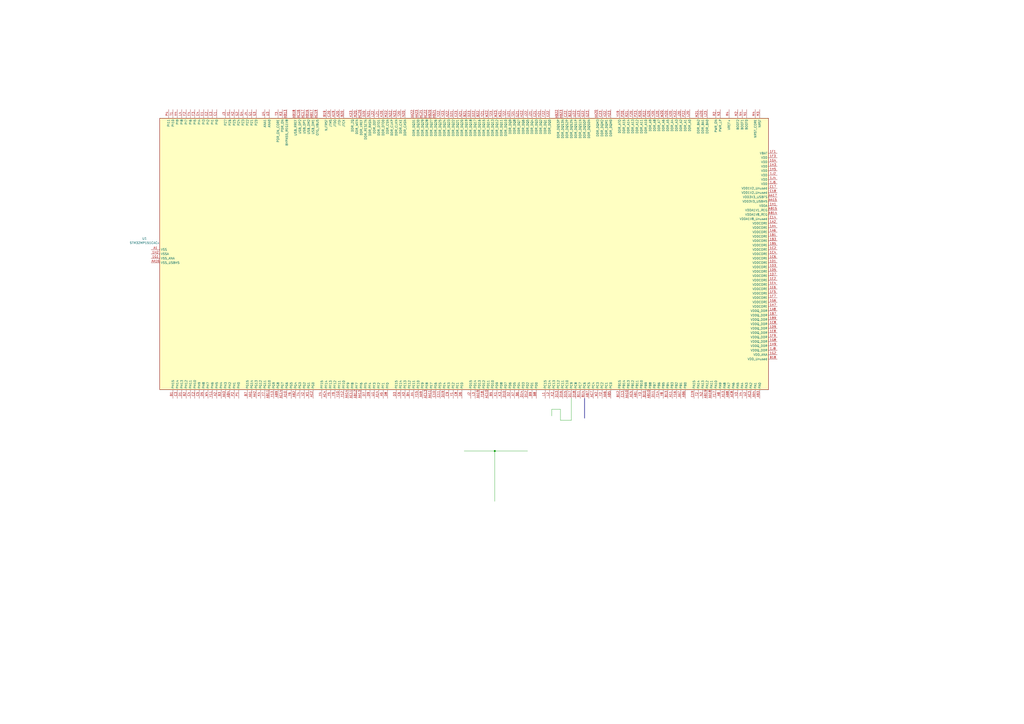
<source format=kicad_sch>
(kicad_sch
	(version 20250114)
	(generator "eeschema")
	(generator_version "9.0")
	(uuid "0ccd8a4e-e246-4dcd-baaf-0d06507a372e")
	(paper "A2")
	(lib_symbols
		(symbol "MCU_ST_STM32MP1:STM32MP151CACx"
			(exclude_from_sim no)
			(in_bom yes)
			(on_board yes)
			(property "Reference" "U"
				(at -78.74 179.07 0)
				(effects
					(font
						(size 1.27 1.27)
					)
					(justify left)
				)
			)
			(property "Value" "STM32MP151CACx"
				(at 63.5 179.07 0)
				(effects
					(font
						(size 1.27 1.27)
					)
					(justify left)
				)
			)
			(property "Footprint" "Package_BGA:ST_TFBGA-361_12x12mm_Layout23x23_P0.5mmP0.65mm"
				(at -78.74 -175.26 0)
				(effects
					(font
						(size 1.27 1.27)
					)
					(justify right)
					(hide yes)
				)
			)
			(property "Datasheet" "https://www.st.com/resource/en/datasheet/stm32mp151c.pdf"
				(at 0 0 0)
				(effects
					(font
						(size 1.27 1.27)
					)
					(hide yes)
				)
			)
			(property "Description" "STMicroelectronics Arm Cortex-A7 MCU, 0KB flash, 708KB RAM, 148 GPIO, TFBGA361"
				(at 0 0 0)
				(effects
					(font
						(size 1.27 1.27)
					)
					(hide yes)
				)
			)
			(property "ki_keywords" "Arm Cortex-A7 STM32MP1 STM32MP151"
				(at 0 0 0)
				(effects
					(font
						(size 1.27 1.27)
					)
					(hide yes)
				)
			)
			(property "ki_fp_filters" "ST*TFBGA*12x12mm*Layout23x23*P0.5mmP0.65mm*"
				(at 0 0 0)
				(effects
					(font
						(size 1.27 1.27)
					)
					(hide yes)
				)
			)
			(symbol "STM32MP151CACx_0_1"
				(rectangle
					(start -78.74 -175.26)
					(end 78.74 177.8)
					(stroke
						(width 0.254)
						(type default)
					)
					(fill
						(type background)
					)
				)
			)
			(symbol "STM32MP151CACx_1_1"
				(pin input line
					(at -83.82 172.72 0)
					(length 5.08)
					(name "NRST"
						(effects
							(font
								(size 1.27 1.27)
							)
						)
					)
					(number "M3"
						(effects
							(font
								(size 1.27 1.27)
							)
						)
					)
				)
				(pin input line
					(at -83.82 170.18 0)
					(length 5.08)
					(name "NRST_CORE"
						(effects
							(font
								(size 1.27 1.27)
							)
						)
					)
					(number "M4"
						(effects
							(font
								(size 1.27 1.27)
							)
						)
					)
				)
				(pin input line
					(at -83.82 165.1 0)
					(length 5.08)
					(name "BOOT0"
						(effects
							(font
								(size 1.27 1.27)
							)
						)
					)
					(number "N1"
						(effects
							(font
								(size 1.27 1.27)
							)
						)
					)
				)
				(pin input line
					(at -83.82 162.56 0)
					(length 5.08)
					(name "BOOT1"
						(effects
							(font
								(size 1.27 1.27)
							)
						)
					)
					(number "N4"
						(effects
							(font
								(size 1.27 1.27)
							)
						)
					)
				)
				(pin input line
					(at -83.82 160.02 0)
					(length 5.08)
					(name "BOOT2"
						(effects
							(font
								(size 1.27 1.27)
							)
						)
					)
					(number "M2"
						(effects
							(font
								(size 1.27 1.27)
							)
						)
					)
				)
				(pin input line
					(at -83.82 154.94 0)
					(length 5.08)
					(name "VREF+"
						(effects
							(font
								(size 1.27 1.27)
							)
						)
					)
					(number "R4"
						(effects
							(font
								(size 1.27 1.27)
							)
						)
					)
				)
				(pin output line
					(at -83.82 149.86 0)
					(length 5.08)
					(name "PWR_LP"
						(effects
							(font
								(size 1.27 1.27)
							)
						)
					)
					(number "N3"
						(effects
							(font
								(size 1.27 1.27)
							)
						)
					)
				)
				(pin output line
					(at -83.82 147.32 0)
					(length 5.08)
					(name "PWR_ON"
						(effects
							(font
								(size 1.27 1.27)
							)
						)
					)
					(number "R2"
						(effects
							(font
								(size 1.27 1.27)
							)
						)
					)
				)
				(pin bidirectional line
					(at -83.82 142.24 0)
					(length 5.08)
					(name "DDR_BA0"
						(effects
							(font
								(size 1.27 1.27)
							)
						)
					)
					(number "L23"
						(effects
							(font
								(size 1.27 1.27)
							)
						)
					)
					(alternate "DDR_BA0" bidirectional line)
				)
				(pin bidirectional line
					(at -83.82 139.7 0)
					(length 5.08)
					(name "DDR_BA1"
						(effects
							(font
								(size 1.27 1.27)
							)
						)
					)
					(number "U20"
						(effects
							(font
								(size 1.27 1.27)
							)
						)
					)
					(alternate "DDR_BA1" bidirectional line)
				)
				(pin bidirectional line
					(at -83.82 137.16 0)
					(length 5.08)
					(name "DDR_BA2"
						(effects
							(font
								(size 1.27 1.27)
							)
						)
					)
					(number "M21"
						(effects
							(font
								(size 1.27 1.27)
							)
						)
					)
					(alternate "DDR_BA2" bidirectional line)
				)
				(pin bidirectional line
					(at -83.82 132.08 0)
					(length 5.08)
					(name "DDR_A0"
						(effects
							(font
								(size 1.27 1.27)
							)
						)
					)
					(number "L20"
						(effects
							(font
								(size 1.27 1.27)
							)
						)
					)
					(alternate "DDR_A0" bidirectional line)
				)
				(pin bidirectional line
					(at -83.82 129.54 0)
					(length 5.08)
					(name "DDR_A1"
						(effects
							(font
								(size 1.27 1.27)
							)
						)
					)
					(number "P22"
						(effects
							(font
								(size 1.27 1.27)
							)
						)
					)
					(alternate "DDR_A1" bidirectional line)
				)
				(pin bidirectional line
					(at -83.82 127 0)
					(length 5.08)
					(name "DDR_A2"
						(effects
							(font
								(size 1.27 1.27)
							)
						)
					)
					(number "J20"
						(effects
							(font
								(size 1.27 1.27)
							)
						)
					)
					(alternate "DDR_A2" bidirectional line)
				)
				(pin bidirectional line
					(at -83.82 124.46 0)
					(length 5.08)
					(name "DDR_A3"
						(effects
							(font
								(size 1.27 1.27)
							)
						)
					)
					(number "K22"
						(effects
							(font
								(size 1.27 1.27)
							)
						)
					)
					(alternate "DDR_A3" bidirectional line)
				)
				(pin bidirectional line
					(at -83.82 121.92 0)
					(length 5.08)
					(name "DDR_A4"
						(effects
							(font
								(size 1.27 1.27)
							)
						)
					)
					(number "V20"
						(effects
							(font
								(size 1.27 1.27)
							)
						)
					)
					(alternate "DDR_A4" bidirectional line)
				)
				(pin bidirectional line
					(at -83.82 119.38 0)
					(length 5.08)
					(name "DDR_A5"
						(effects
							(font
								(size 1.27 1.27)
							)
						)
					)
					(number "H20"
						(effects
							(font
								(size 1.27 1.27)
							)
						)
					)
					(alternate "DDR_A5" bidirectional line)
				)
				(pin bidirectional line
					(at -83.82 116.84 0)
					(length 5.08)
					(name "DDR_A6"
						(effects
							(font
								(size 1.27 1.27)
							)
						)
					)
					(number "W20"
						(effects
							(font
								(size 1.27 1.27)
							)
						)
					)
					(alternate "DDR_A6" bidirectional line)
				)
				(pin bidirectional line
					(at -83.82 114.3 0)
					(length 5.08)
					(name "DDR_A7"
						(effects
							(font
								(size 1.27 1.27)
							)
						)
					)
					(number "E20"
						(effects
							(font
								(size 1.27 1.27)
							)
						)
					)
					(alternate "DDR_A7" bidirectional line)
				)
				(pin bidirectional line
					(at -83.82 111.76 0)
					(length 5.08)
					(name "DDR_A8"
						(effects
							(font
								(size 1.27 1.27)
							)
						)
					)
					(number "Y20"
						(effects
							(font
								(size 1.27 1.27)
							)
						)
					)
					(alternate "DDR_A8" bidirectional line)
				)
				(pin bidirectional line
					(at -83.82 109.22 0)
					(length 5.08)
					(name "DDR_A9"
						(effects
							(font
								(size 1.27 1.27)
							)
						)
					)
					(number "G20"
						(effects
							(font
								(size 1.27 1.27)
							)
						)
					)
					(alternate "DDR_A9" bidirectional line)
				)
				(pin bidirectional line
					(at -83.82 106.68 0)
					(length 5.08)
					(name "DDR_A10"
						(effects
							(font
								(size 1.27 1.27)
							)
						)
					)
					(number "R22"
						(effects
							(font
								(size 1.27 1.27)
							)
						)
					)
					(alternate "DDR_A10" bidirectional line)
				)
				(pin bidirectional line
					(at -83.82 104.14 0)
					(length 5.08)
					(name "DDR_A11"
						(effects
							(font
								(size 1.27 1.27)
							)
						)
					)
					(number "R20"
						(effects
							(font
								(size 1.27 1.27)
							)
						)
					)
					(alternate "DDR_A11" bidirectional line)
				)
				(pin bidirectional line
					(at -83.82 101.6 0)
					(length 5.08)
					(name "DDR_A12"
						(effects
							(font
								(size 1.27 1.27)
							)
						)
					)
					(number "P23"
						(effects
							(font
								(size 1.27 1.27)
							)
						)
					)
					(alternate "DDR_A12" bidirectional line)
				)
				(pin bidirectional line
					(at -83.82 99.06 0)
					(length 5.08)
					(name "DDR_A13"
						(effects
							(font
								(size 1.27 1.27)
							)
						)
					)
					(number "F20"
						(effects
							(font
								(size 1.27 1.27)
							)
						)
					)
					(alternate "DDR_A13" bidirectional line)
				)
				(pin bidirectional line
					(at -83.82 96.52 0)
					(length 5.08)
					(name "DDR_A14"
						(effects
							(font
								(size 1.27 1.27)
							)
						)
					)
					(number "R21"
						(effects
							(font
								(size 1.27 1.27)
							)
						)
					)
					(alternate "DDR_A14" bidirectional line)
				)
				(pin bidirectional line
					(at -83.82 93.98 0)
					(length 5.08)
					(name "DDR_A15"
						(effects
							(font
								(size 1.27 1.27)
							)
						)
					)
					(number "P20"
						(effects
							(font
								(size 1.27 1.27)
							)
						)
					)
					(alternate "DDR_A15" bidirectional line)
				)
				(pin bidirectional line
					(at -83.82 91.44 0)
					(length 5.08)
					(name "DDR_ATO"
						(effects
							(font
								(size 1.27 1.27)
							)
						)
					)
					(number "Y19"
						(effects
							(font
								(size 1.27 1.27)
							)
						)
					)
					(alternate "DDR_ATO" bidirectional line)
				)
				(pin bidirectional line
					(at -83.82 86.36 0)
					(length 5.08)
					(name "DDR_DQM0"
						(effects
							(font
								(size 1.27 1.27)
							)
						)
					)
					(number "H23"
						(effects
							(font
								(size 1.27 1.27)
							)
						)
					)
					(alternate "DDR_DQM0" bidirectional line)
				)
				(pin bidirectional line
					(at -83.82 83.82 0)
					(length 5.08)
					(name "DDR_DQM1"
						(effects
							(font
								(size 1.27 1.27)
							)
						)
					)
					(number "V22"
						(effects
							(font
								(size 1.27 1.27)
							)
						)
					)
					(alternate "DDR_DQM1" bidirectional line)
				)
				(pin bidirectional line
					(at -83.82 81.28 0)
					(length 5.08)
					(name "DDR_DQM2"
						(effects
							(font
								(size 1.27 1.27)
							)
						)
					)
					(number "C23"
						(effects
							(font
								(size 1.27 1.27)
							)
						)
					)
					(alternate "DDR_DQM2" bidirectional line)
				)
				(pin bidirectional line
					(at -83.82 78.74 0)
					(length 5.08)
					(name "DDR_DQM3"
						(effects
							(font
								(size 1.27 1.27)
							)
						)
					)
					(number "AA20"
						(effects
							(font
								(size 1.27 1.27)
							)
						)
					)
					(alternate "DDR_DQM3" bidirectional line)
				)
				(pin bidirectional line
					(at -83.82 73.66 0)
					(length 5.08)
					(name "DDR_DQS0N"
						(effects
							(font
								(size 1.27 1.27)
							)
						)
					)
					(number "G23"
						(effects
							(font
								(size 1.27 1.27)
							)
						)
					)
					(alternate "DDR_DQS0N" bidirectional line)
				)
				(pin bidirectional line
					(at -83.82 71.12 0)
					(length 5.08)
					(name "DDR_DQS0P"
						(effects
							(font
								(size 1.27 1.27)
							)
						)
					)
					(number "G22"
						(effects
							(font
								(size 1.27 1.27)
							)
						)
					)
					(alternate "DDR_DQS0P" bidirectional line)
				)
				(pin bidirectional line
					(at -83.82 68.58 0)
					(length 5.08)
					(name "DDR_DQS1N"
						(effects
							(font
								(size 1.27 1.27)
							)
						)
					)
					(number "U23"
						(effects
							(font
								(size 1.27 1.27)
							)
						)
					)
					(alternate "DDR_DQS1N" bidirectional line)
				)
				(pin bidirectional line
					(at -83.82 66.04 0)
					(length 5.08)
					(name "DDR_DQS1P"
						(effects
							(font
								(size 1.27 1.27)
							)
						)
					)
					(number "U22"
						(effects
							(font
								(size 1.27 1.27)
							)
						)
					)
					(alternate "DDR_DQS1P" bidirectional line)
				)
				(pin bidirectional line
					(at -83.82 63.5 0)
					(length 5.08)
					(name "DDR_DQS2N"
						(effects
							(font
								(size 1.27 1.27)
							)
						)
					)
					(number "B23"
						(effects
							(font
								(size 1.27 1.27)
							)
						)
					)
					(alternate "DDR_DQS2N" bidirectional line)
				)
				(pin bidirectional line
					(at -83.82 60.96 0)
					(length 5.08)
					(name "DDR_DQS2P"
						(effects
							(font
								(size 1.27 1.27)
							)
						)
					)
					(number "C22"
						(effects
							(font
								(size 1.27 1.27)
							)
						)
					)
					(alternate "DDR_DQS2P" bidirectional line)
				)
				(pin bidirectional line
					(at -83.82 58.42 0)
					(length 5.08)
					(name "DDR_DQS3N"
						(effects
							(font
								(size 1.27 1.27)
							)
						)
					)
					(number "AB23"
						(effects
							(font
								(size 1.27 1.27)
							)
						)
					)
					(alternate "DDR_DQS3N" bidirectional line)
				)
				(pin bidirectional line
					(at -83.82 55.88 0)
					(length 5.08)
					(name "DDR_DQS3P"
						(effects
							(font
								(size 1.27 1.27)
							)
						)
					)
					(number "AB22"
						(effects
							(font
								(size 1.27 1.27)
							)
						)
					)
					(alternate "DDR_DQS3P" bidirectional line)
				)
				(pin bidirectional line
					(at -83.82 50.8 0)
					(length 5.08)
					(name "DDR_DQ0"
						(effects
							(font
								(size 1.27 1.27)
							)
						)
					)
					(number "E22"
						(effects
							(font
								(size 1.27 1.27)
							)
						)
					)
					(alternate "DDR_DQ0" bidirectional line)
				)
				(pin bidirectional line
					(at -83.82 48.26 0)
					(length 5.08)
					(name "DDR_DQ1"
						(effects
							(font
								(size 1.27 1.27)
							)
						)
					)
					(number "F22"
						(effects
							(font
								(size 1.27 1.27)
							)
						)
					)
					(alternate "DDR_DQ1" bidirectional line)
				)
				(pin bidirectional line
					(at -83.82 45.72 0)
					(length 5.08)
					(name "DDR_DQ2"
						(effects
							(font
								(size 1.27 1.27)
							)
						)
					)
					(number "H21"
						(effects
							(font
								(size 1.27 1.27)
							)
						)
					)
					(alternate "DDR_DQ2" bidirectional line)
				)
				(pin bidirectional line
					(at -83.82 43.18 0)
					(length 5.08)
					(name "DDR_DQ3"
						(effects
							(font
								(size 1.27 1.27)
							)
						)
					)
					(number "E21"
						(effects
							(font
								(size 1.27 1.27)
							)
						)
					)
					(alternate "DDR_DQ3" bidirectional line)
				)
				(pin bidirectional line
					(at -83.82 40.64 0)
					(length 5.08)
					(name "DDR_DQ4"
						(effects
							(font
								(size 1.27 1.27)
							)
						)
					)
					(number "J21"
						(effects
							(font
								(size 1.27 1.27)
							)
						)
					)
					(alternate "DDR_DQ4" bidirectional line)
				)
				(pin bidirectional line
					(at -83.82 38.1 0)
					(length 5.08)
					(name "DDR_DQ5"
						(effects
							(font
								(size 1.27 1.27)
							)
						)
					)
					(number "J22"
						(effects
							(font
								(size 1.27 1.27)
							)
						)
					)
					(alternate "DDR_DQ5" bidirectional line)
				)
				(pin bidirectional line
					(at -83.82 35.56 0)
					(length 5.08)
					(name "DDR_DQ6"
						(effects
							(font
								(size 1.27 1.27)
							)
						)
					)
					(number "H22"
						(effects
							(font
								(size 1.27 1.27)
							)
						)
					)
					(alternate "DDR_DQ6" bidirectional line)
				)
				(pin bidirectional line
					(at -83.82 33.02 0)
					(length 5.08)
					(name "DDR_DQ7"
						(effects
							(font
								(size 1.27 1.27)
							)
						)
					)
					(number "G21"
						(effects
							(font
								(size 1.27 1.27)
							)
						)
					)
					(alternate "DDR_DQ7" bidirectional line)
				)
				(pin bidirectional line
					(at -83.82 30.48 0)
					(length 5.08)
					(name "DDR_DQ8"
						(effects
							(font
								(size 1.27 1.27)
							)
						)
					)
					(number "T21"
						(effects
							(font
								(size 1.27 1.27)
							)
						)
					)
					(alternate "DDR_DQ8" bidirectional line)
				)
				(pin bidirectional line
					(at -83.82 27.94 0)
					(length 5.08)
					(name "DDR_DQ9"
						(effects
							(font
								(size 1.27 1.27)
							)
						)
					)
					(number "U21"
						(effects
							(font
								(size 1.27 1.27)
							)
						)
					)
					(alternate "DDR_DQ9" bidirectional line)
				)
				(pin bidirectional line
					(at -83.82 25.4 0)
					(length 5.08)
					(name "DDR_DQ10"
						(effects
							(font
								(size 1.27 1.27)
							)
						)
					)
					(number "T22"
						(effects
							(font
								(size 1.27 1.27)
							)
						)
					)
					(alternate "DDR_DQ10" bidirectional line)
				)
				(pin bidirectional line
					(at -83.82 22.86 0)
					(length 5.08)
					(name "DDR_DQ11"
						(effects
							(font
								(size 1.27 1.27)
							)
						)
					)
					(number "W21"
						(effects
							(font
								(size 1.27 1.27)
							)
						)
					)
					(alternate "DDR_DQ11" bidirectional line)
				)
				(pin bidirectional line
					(at -83.82 20.32 0)
					(length 5.08)
					(name "DDR_DQ12"
						(effects
							(font
								(size 1.27 1.27)
							)
						)
					)
					(number "W23"
						(effects
							(font
								(size 1.27 1.27)
							)
						)
					)
					(alternate "DDR_DQ12" bidirectional line)
				)
				(pin bidirectional line
					(at -83.82 17.78 0)
					(length 5.08)
					(name "DDR_DQ13"
						(effects
							(font
								(size 1.27 1.27)
							)
						)
					)
					(number "T23"
						(effects
							(font
								(size 1.27 1.27)
							)
						)
					)
					(alternate "DDR_DQ13" bidirectional line)
				)
				(pin bidirectional line
					(at -83.82 15.24 0)
					(length 5.08)
					(name "DDR_DQ14"
						(effects
							(font
								(size 1.27 1.27)
							)
						)
					)
					(number "W22"
						(effects
							(font
								(size 1.27 1.27)
							)
						)
					)
					(alternate "DDR_DQ14" bidirectional line)
				)
				(pin bidirectional line
					(at -83.82 12.7 0)
					(length 5.08)
					(name "DDR_DQ15"
						(effects
							(font
								(size 1.27 1.27)
							)
						)
					)
					(number "Y21"
						(effects
							(font
								(size 1.27 1.27)
							)
						)
					)
					(alternate "DDR_DQ15" bidirectional line)
				)
				(pin bidirectional line
					(at -83.82 10.16 0)
					(length 5.08)
					(name "DDR_DQ16"
						(effects
							(font
								(size 1.27 1.27)
							)
						)
					)
					(number "B22"
						(effects
							(font
								(size 1.27 1.27)
							)
						)
					)
					(alternate "DDR_DQ16" bidirectional line)
				)
				(pin bidirectional line
					(at -83.82 7.62 0)
					(length 5.08)
					(name "DDR_DQ17"
						(effects
							(font
								(size 1.27 1.27)
							)
						)
					)
					(number "D22"
						(effects
							(font
								(size 1.27 1.27)
							)
						)
					)
					(alternate "DDR_DQ17" bidirectional line)
				)
				(pin bidirectional line
					(at -83.82 5.08 0)
					(length 5.08)
					(name "DDR_DQ18"
						(effects
							(font
								(size 1.27 1.27)
							)
						)
					)
					(number "D23"
						(effects
							(font
								(size 1.27 1.27)
							)
						)
					)
					(alternate "DDR_DQ18" bidirectional line)
				)
				(pin bidirectional line
					(at -83.82 2.54 0)
					(length 5.08)
					(name "DDR_DQ19"
						(effects
							(font
								(size 1.27 1.27)
							)
						)
					)
					(number "B21"
						(effects
							(font
								(size 1.27 1.27)
							)
						)
					)
					(alternate "DDR_DQ19" bidirectional line)
				)
				(pin bidirectional line
					(at -83.82 0 0)
					(length 5.08)
					(name "DDR_DQ20"
						(effects
							(font
								(size 1.27 1.27)
							)
						)
					)
					(number "A21"
						(effects
							(font
								(size 1.27 1.27)
							)
						)
					)
					(alternate "DDR_DQ20" bidirectional line)
				)
				(pin bidirectional line
					(at -83.82 -2.54 0)
					(length 5.08)
					(name "DDR_DQ21"
						(effects
							(font
								(size 1.27 1.27)
							)
						)
					)
					(number "E23"
						(effects
							(font
								(size 1.27 1.27)
							)
						)
					)
					(alternate "DDR_DQ21" bidirectional line)
				)
				(pin bidirectional line
					(at -83.82 -5.08 0)
					(length 5.08)
					(name "DDR_DQ22"
						(effects
							(font
								(size 1.27 1.27)
							)
						)
					)
					(number "D21"
						(effects
							(font
								(size 1.27 1.27)
							)
						)
					)
					(alternate "DDR_DQ22" bidirectional line)
				)
				(pin bidirectional line
					(at -83.82 -7.62 0)
					(length 5.08)
					(name "DDR_DQ23"
						(effects
							(font
								(size 1.27 1.27)
							)
						)
					)
					(number "A22"
						(effects
							(font
								(size 1.27 1.27)
							)
						)
					)
					(alternate "DDR_DQ23" bidirectional line)
				)
				(pin bidirectional line
					(at -83.82 -10.16 0)
					(length 5.08)
					(name "DDR_DQ24"
						(effects
							(font
								(size 1.27 1.27)
							)
						)
					)
					(number "Y23"
						(effects
							(font
								(size 1.27 1.27)
							)
						)
					)
					(alternate "DDR_DQ24" bidirectional line)
				)
				(pin bidirectional line
					(at -83.82 -12.7 0)
					(length 5.08)
					(name "DDR_DQ25"
						(effects
							(font
								(size 1.27 1.27)
							)
						)
					)
					(number "Y22"
						(effects
							(font
								(size 1.27 1.27)
							)
						)
					)
					(alternate "DDR_DQ25" bidirectional line)
				)
				(pin bidirectional line
					(at -83.82 -15.24 0)
					(length 5.08)
					(name "DDR_DQ26"
						(effects
							(font
								(size 1.27 1.27)
							)
						)
					)
					(number "AB21"
						(effects
							(font
								(size 1.27 1.27)
							)
						)
					)
					(alternate "DDR_DQ26" bidirectional line)
				)
				(pin bidirectional line
					(at -83.82 -17.78 0)
					(length 5.08)
					(name "DDR_DQ27"
						(effects
							(font
								(size 1.27 1.27)
							)
						)
					)
					(number "AB20"
						(effects
							(font
								(size 1.27 1.27)
							)
						)
					)
					(alternate "DDR_DQ27" bidirectional line)
				)
				(pin bidirectional line
					(at -83.82 -20.32 0)
					(length 5.08)
					(name "DDR_DQ28"
						(effects
							(font
								(size 1.27 1.27)
							)
						)
					)
					(number "AC22"
						(effects
							(font
								(size 1.27 1.27)
							)
						)
					)
					(alternate "DDR_DQ28" bidirectional line)
				)
				(pin bidirectional line
					(at -83.82 -22.86 0)
					(length 5.08)
					(name "DDR_DQ29"
						(effects
							(font
								(size 1.27 1.27)
							)
						)
					)
					(number "AC21"
						(effects
							(font
								(size 1.27 1.27)
							)
						)
					)
					(alternate "DDR_DQ29" bidirectional line)
				)
				(pin bidirectional line
					(at -83.82 -25.4 0)
					(length 5.08)
					(name "DDR_DQ30"
						(effects
							(font
								(size 1.27 1.27)
							)
						)
					)
					(number "AA23"
						(effects
							(font
								(size 1.27 1.27)
							)
						)
					)
					(alternate "DDR_DQ30" bidirectional line)
				)
				(pin bidirectional line
					(at -83.82 -27.94 0)
					(length 5.08)
					(name "DDR_DQ31"
						(effects
							(font
								(size 1.27 1.27)
							)
						)
					)
					(number "AA22"
						(effects
							(font
								(size 1.27 1.27)
							)
						)
					)
					(alternate "DDR_DQ31" bidirectional line)
				)
				(pin bidirectional line
					(at -83.82 -33.02 0)
					(length 5.08)
					(name "DDR_CASN"
						(effects
							(font
								(size 1.27 1.27)
							)
						)
					)
					(number "N20"
						(effects
							(font
								(size 1.27 1.27)
							)
						)
					)
					(alternate "DDR_CASN" bidirectional line)
				)
				(pin bidirectional line
					(at -83.82 -35.56 0)
					(length 5.08)
					(name "DDR_CKE"
						(effects
							(font
								(size 1.27 1.27)
							)
						)
					)
					(number "T20"
						(effects
							(font
								(size 1.27 1.27)
							)
						)
					)
					(alternate "DDR_CKE" bidirectional line)
				)
				(pin bidirectional line
					(at -83.82 -38.1 0)
					(length 5.08)
					(name "DDR_CLKN"
						(effects
							(font
								(size 1.27 1.27)
							)
						)
					)
					(number "N23"
						(effects
							(font
								(size 1.27 1.27)
							)
						)
					)
					(alternate "DDR_CLKN" bidirectional line)
				)
				(pin bidirectional line
					(at -83.82 -40.64 0)
					(length 5.08)
					(name "DDR_CLKP"
						(effects
							(font
								(size 1.27 1.27)
							)
						)
					)
					(number "N22"
						(effects
							(font
								(size 1.27 1.27)
							)
						)
					)
					(alternate "DDR_CLKP" bidirectional line)
				)
				(pin bidirectional line
					(at -83.82 -43.18 0)
					(length 5.08)
					(name "DDR_CSN"
						(effects
							(font
								(size 1.27 1.27)
							)
						)
					)
					(number "M22"
						(effects
							(font
								(size 1.27 1.27)
							)
						)
					)
					(alternate "DDR_CSN" bidirectional line)
				)
				(pin bidirectional line
					(at -83.82 -45.72 0)
					(length 5.08)
					(name "DDR_DTO0"
						(effects
							(font
								(size 1.27 1.27)
							)
						)
					)
					(number "K20"
						(effects
							(font
								(size 1.27 1.27)
							)
						)
					)
					(alternate "DDR_DTO0" bidirectional line)
				)
				(pin bidirectional line
					(at -83.82 -48.26 0)
					(length 5.08)
					(name "DDR_DTO1"
						(effects
							(font
								(size 1.27 1.27)
							)
						)
					)
					(number "L21"
						(effects
							(font
								(size 1.27 1.27)
							)
						)
					)
					(alternate "DDR_DTO1" bidirectional line)
				)
				(pin bidirectional line
					(at -83.82 -50.8 0)
					(length 5.08)
					(name "DDR_ODT"
						(effects
							(font
								(size 1.27 1.27)
							)
						)
					)
					(number "L22"
						(effects
							(font
								(size 1.27 1.27)
							)
						)
					)
					(alternate "DDR_ODT" bidirectional line)
				)
				(pin bidirectional line
					(at -83.82 -53.34 0)
					(length 5.08)
					(name "DDR_RASN"
						(effects
							(font
								(size 1.27 1.27)
							)
						)
					)
					(number "N21"
						(effects
							(font
								(size 1.27 1.27)
							)
						)
					)
					(alternate "DDR_RASN" bidirectional line)
				)
				(pin bidirectional line
					(at -83.82 -55.88 0)
					(length 5.08)
					(name "DDR_RESETN"
						(effects
							(font
								(size 1.27 1.27)
							)
						)
					)
					(number "D20"
						(effects
							(font
								(size 1.27 1.27)
							)
						)
					)
					(alternate "DDR_RESETN" bidirectional line)
				)
				(pin bidirectional line
					(at -83.82 -58.42 0)
					(length 5.08)
					(name "DDR_VREF"
						(effects
							(font
								(size 1.27 1.27)
							)
						)
					)
					(number "AC20"
						(effects
							(font
								(size 1.27 1.27)
							)
						)
					)
					(alternate "DDR_VREF" bidirectional line)
				)
				(pin bidirectional line
					(at -83.82 -60.96 0)
					(length 5.08)
					(name "DDR_WEN"
						(effects
							(font
								(size 1.27 1.27)
							)
						)
					)
					(number "M20"
						(effects
							(font
								(size 1.27 1.27)
							)
						)
					)
					(alternate "DDR_WEN" bidirectional line)
				)
				(pin bidirectional line
					(at -83.82 -63.5 0)
					(length 5.08)
					(name "DDR_ZQ"
						(effects
							(font
								(size 1.27 1.27)
							)
						)
					)
					(number "K23"
						(effects
							(font
								(size 1.27 1.27)
							)
						)
					)
					(alternate "DDR_ZQ" bidirectional line)
				)
				(pin bidirectional line
					(at -83.82 -68.58 0)
					(length 5.08)
					(name "JTCK"
						(effects
							(font
								(size 1.27 1.27)
							)
						)
					)
					(number "B20"
						(effects
							(font
								(size 1.27 1.27)
							)
						)
					)
					(alternate "DEBUG_JTCK-SWCLK" bidirectional line)
				)
				(pin bidirectional line
					(at -83.82 -71.12 0)
					(length 5.08)
					(name "JTDI"
						(effects
							(font
								(size 1.27 1.27)
							)
						)
					)
					(number "A20"
						(effects
							(font
								(size 1.27 1.27)
							)
						)
					)
					(alternate "DEBUG_JTDI" bidirectional line)
				)
				(pin bidirectional line
					(at -83.82 -73.66 0)
					(length 5.08)
					(name "JTDO"
						(effects
							(font
								(size 1.27 1.27)
							)
						)
					)
					(number "A19"
						(effects
							(font
								(size 1.27 1.27)
							)
						)
					)
					(alternate "DEBUG_JTDO-SWO" bidirectional line)
				)
				(pin bidirectional line
					(at -83.82 -76.2 0)
					(length 5.08)
					(name "JTMS"
						(effects
							(font
								(size 1.27 1.27)
							)
						)
					)
					(number "C20"
						(effects
							(font
								(size 1.27 1.27)
							)
						)
					)
					(alternate "DEBUG_JTMS-SWDIO" bidirectional line)
				)
				(pin bidirectional line
					(at -83.82 -78.74 0)
					(length 5.08)
					(name "NJTRST"
						(effects
							(font
								(size 1.27 1.27)
							)
						)
					)
					(number "B19"
						(effects
							(font
								(size 1.27 1.27)
							)
						)
					)
					(alternate "DEBUG_JTRST" bidirectional line)
				)
				(pin bidirectional line
					(at -83.82 -83.82 0)
					(length 5.08)
					(name "OTG_VBUS"
						(effects
							(font
								(size 1.27 1.27)
							)
						)
					)
					(number "AC19"
						(effects
							(font
								(size 1.27 1.27)
							)
						)
					)
					(alternate "USB_OTG_HS_VBUS" bidirectional line)
				)
				(pin bidirectional line
					(at -83.82 -86.36 0)
					(length 5.08)
					(name "USB_DM1"
						(effects
							(font
								(size 1.27 1.27)
							)
						)
					)
					(number "AB17"
						(effects
							(font
								(size 1.27 1.27)
							)
						)
					)
					(alternate "USBH_HS1_DM" bidirectional line)
				)
				(pin bidirectional line
					(at -83.82 -88.9 0)
					(length 5.08)
					(name "USB_DM2"
						(effects
							(font
								(size 1.27 1.27)
							)
						)
					)
					(number "AB16"
						(effects
							(font
								(size 1.27 1.27)
							)
						)
					)
					(alternate "USBH_HS2_DM" bidirectional line)
					(alternate "USB_OTG_HS_DM" bidirectional line)
				)
				(pin bidirectional line
					(at -83.82 -91.44 0)
					(length 5.08)
					(name "USB_DP1"
						(effects
							(font
								(size 1.27 1.27)
							)
						)
					)
					(number "AC17"
						(effects
							(font
								(size 1.27 1.27)
							)
						)
					)
					(alternate "USBH_HS1_DP" bidirectional line)
				)
				(pin bidirectional line
					(at -83.82 -93.98 0)
					(length 5.08)
					(name "USB_DP2"
						(effects
							(font
								(size 1.27 1.27)
							)
						)
					)
					(number "AC16"
						(effects
							(font
								(size 1.27 1.27)
							)
						)
					)
					(alternate "USBH_HS2_DP" bidirectional line)
					(alternate "USB_OTG_HS_DP" bidirectional line)
				)
				(pin bidirectional line
					(at -83.82 -96.52 0)
					(length 5.08)
					(name "USB_RREF"
						(effects
							(font
								(size 1.27 1.27)
							)
						)
					)
					(number "AB18"
						(effects
							(font
								(size 1.27 1.27)
							)
						)
					)
				)
				(pin bidirectional line
					(at -83.82 -101.6 0)
					(length 5.08)
					(name "BYPASS_REG1V8"
						(effects
							(font
								(size 1.27 1.27)
							)
						)
					)
					(number "AB13"
						(effects
							(font
								(size 1.27 1.27)
							)
						)
					)
				)
				(pin bidirectional line
					(at -83.82 -104.14 0)
					(length 5.08)
					(name "PDR_ON"
						(effects
							(font
								(size 1.27 1.27)
							)
						)
					)
					(number "R3"
						(effects
							(font
								(size 1.27 1.27)
							)
						)
					)
				)
				(pin bidirectional line
					(at -83.82 -106.68 0)
					(length 5.08)
					(name "PDR_ON_CORE"
						(effects
							(font
								(size 1.27 1.27)
							)
						)
					)
					(number "T3"
						(effects
							(font
								(size 1.27 1.27)
							)
						)
					)
				)
				(pin bidirectional line
					(at -83.82 -111.76 0)
					(length 5.08)
					(name "ANA0"
						(effects
							(font
								(size 1.27 1.27)
							)
						)
					)
					(number "U3"
						(effects
							(font
								(size 1.27 1.27)
							)
						)
					)
					(alternate "ADC1_INN1" bidirectional line)
					(alternate "ADC1_INP0" bidirectional line)
					(alternate "ADC2_INN1" bidirectional line)
					(alternate "ADC2_INP0" bidirectional line)
				)
				(pin bidirectional line
					(at -83.82 -114.3 0)
					(length 5.08)
					(name "ANA1"
						(effects
							(font
								(size 1.27 1.27)
							)
						)
					)
					(number "U4"
						(effects
							(font
								(size 1.27 1.27)
							)
						)
					)
					(alternate "ADC1_INP1" bidirectional line)
					(alternate "ADC2_INP1" bidirectional line)
				)
				(pin bidirectional line
					(at -83.82 -119.38 0)
					(length 5.08)
					(name "PZ0"
						(effects
							(font
								(size 1.27 1.27)
							)
						)
					)
					(number "G3"
						(effects
							(font
								(size 1.27 1.27)
							)
						)
					)
					(alternate "I2C2_SCL" bidirectional line)
					(alternate "I2C6_SCL" bidirectional line)
					(alternate "I2S1_CK" bidirectional line)
					(alternate "SPI1_SCK" bidirectional line)
					(alternate "SPI6_SCK" bidirectional line)
					(alternate "USART1_CK" bidirectional line)
				)
				(pin bidirectional line
					(at -83.82 -121.92 0)
					(length 5.08)
					(name "PZ1"
						(effects
							(font
								(size 1.27 1.27)
							)
						)
					)
					(number "G1"
						(effects
							(font
								(size 1.27 1.27)
							)
						)
					)
					(alternate "I2C2_SDA" bidirectional line)
					(alternate "I2C4_SDA" bidirectional line)
					(alternate "I2C5_SDA" bidirectional line)
					(alternate "I2C6_SDA" bidirectional line)
					(alternate "I2S1_SDI" bidirectional line)
					(alternate "SPI1_MISO" bidirectional line)
					(alternate "SPI6_MISO" bidirectional line)
					(alternate "USART1_RX" bidirectional line)
				)
				(pin bidirectional line
					(at -83.82 -124.46 0)
					(length 5.08)
					(name "PZ2"
						(effects
							(font
								(size 1.27 1.27)
							)
						)
					)
					(number "J4"
						(effects
							(font
								(size 1.27 1.27)
							)
						)
					)
					(alternate "I2C2_SCL" bidirectional line)
					(alternate "I2C4_SMBA" bidirectional line)
					(alternate "I2C5_SMBA" bidirectional line)
					(alternate "I2C6_SCL" bidirectional line)
					(alternate "I2S1_SDO" bidirectional line)
					(alternate "SPI1_MOSI" bidirectional line)
					(alternate "SPI6_MOSI" bidirectional line)
					(alternate "USART1_TX" bidirectional line)
				)
				(pin bidirectional line
					(at -83.82 -127 0)
					(length 5.08)
					(name "PZ3"
						(effects
							(font
								(size 1.27 1.27)
							)
						)
					)
					(number "G4"
						(effects
							(font
								(size 1.27 1.27)
							)
						)
					)
					(alternate "I2C2_SDA" bidirectional line)
					(alternate "I2C4_SDA" bidirectional line)
					(alternate "I2C5_SDA" bidirectional line)
					(alternate "I2C6_SDA" bidirectional line)
					(alternate "I2S1_WS" bidirectional line)
					(alternate "SPI1_NSS" bidirectional line)
					(alternate "SPI6_NSS" bidirectional line)
					(alternate "USART1_CTS" bidirectional line)
					(alternate "USART1_NSS" bidirectional line)
				)
				(pin bidirectional line
					(at -83.82 -129.54 0)
					(length 5.08)
					(name "PZ4"
						(effects
							(font
								(size 1.27 1.27)
							)
						)
					)
					(number "G2"
						(effects
							(font
								(size 1.27 1.27)
							)
						)
					)
					(alternate "I2C2_SCL" bidirectional line)
					(alternate "I2C4_SCL" bidirectional line)
					(alternate "I2C5_SCL" bidirectional line)
					(alternate "I2C6_SCL" bidirectional line)
				)
				(pin bidirectional line
					(at -83.82 -132.08 0)
					(length 5.08)
					(name "PZ5"
						(effects
							(font
								(size 1.27 1.27)
							)
						)
					)
					(number "H2"
						(effects
							(font
								(size 1.27 1.27)
							)
						)
					)
					(alternate "I2C2_SDA" bidirectional line)
					(alternate "I2C4_SDA" bidirectional line)
					(alternate "I2C5_SDA" bidirectional line)
					(alternate "I2C6_SDA" bidirectional line)
					(alternate "USART1_DE" bidirectional line)
					(alternate "USART1_RTS" bidirectional line)
				)
				(pin bidirectional line
					(at -83.82 -134.62 0)
					(length 5.08)
					(name "PZ6"
						(effects
							(font
								(size 1.27 1.27)
							)
						)
					)
					(number "H1"
						(effects
							(font
								(size 1.27 1.27)
							)
						)
					)
					(alternate "I2C2_SCL" bidirectional line)
					(alternate "I2C4_SMBA" bidirectional line)
					(alternate "I2C6_SCL" bidirectional line)
					(alternate "I2S1_MCK" bidirectional line)
					(alternate "USART1_CK" bidirectional line)
					(alternate "USART1_RX" bidirectional line)
				)
				(pin bidirectional line
					(at -83.82 -137.16 0)
					(length 5.08)
					(name "PZ7"
						(effects
							(font
								(size 1.27 1.27)
							)
						)
					)
					(number "J3"
						(effects
							(font
								(size 1.27 1.27)
							)
						)
					)
					(alternate "I2C2_SDA" bidirectional line)
					(alternate "I2C6_SDA" bidirectional line)
					(alternate "USART1_TX" bidirectional line)
				)
				(pin bidirectional line
					(at -83.82 -142.24 0)
					(length 5.08)
					(name "PI0"
						(effects
							(font
								(size 1.27 1.27)
							)
						)
					)
					(number "C1"
						(effects
							(font
								(size 1.27 1.27)
							)
						)
					)
					(alternate "DCMI_D13" bidirectional line)
					(alternate "I2S2_WS" bidirectional line)
					(alternate "LTDC_G5" bidirectional line)
					(alternate "SPI2_NSS" bidirectional line)
					(alternate "TIM5_CH4" bidirectional line)
				)
				(pin bidirectional line
					(at -83.82 -144.78 0)
					(length 5.08)
					(name "PI1"
						(effects
							(font
								(size 1.27 1.27)
							)
						)
					)
					(number "E3"
						(effects
							(font
								(size 1.27 1.27)
							)
						)
					)
					(alternate "DCMI_D8" bidirectional line)
					(alternate "I2S2_CK" bidirectional line)
					(alternate "LTDC_G6" bidirectional line)
					(alternate "SPI2_SCK" bidirectional line)
					(alternate "TIM8_BKIN2" bidirectional line)
				)
				(pin bidirectional line
					(at -83.82 -147.32 0)
					(length 5.08)
					(name "PI2"
						(effects
							(font
								(size 1.27 1.27)
							)
						)
					)
					(number "E2"
						(effects
							(font
								(size 1.27 1.27)
							)
						)
					)
					(alternate "DCMI_D9" bidirectional line)
					(alternate "I2S2_SDI" bidirectional line)
					(alternate "LTDC_G7" bidirectional line)
					(alternate "SPI2_MISO" bidirectional line)
					(alternate "TIM8_CH4" bidirectional line)
				)
				(pin bidirectional line
					(at -83.82 -149.86 0)
					(length 5.08)
					(name "PI3"
						(effects
							(font
								(size 1.27 1.27)
							)
						)
					)
					(number "E1"
						(effects
							(font
								(size 1.27 1.27)
							)
						)
					)
					(alternate "DCMI_D10" bidirectional line)
					(alternate "I2S2_SDO" bidirectional line)
					(alternate "SPI2_MOSI" bidirectional line)
					(alternate "TIM8_ETR" bidirectional line)
				)
				(pin bidirectional line
					(at -83.82 -152.4 0)
					(length 5.08)
					(name "PI4"
						(effects
							(font
								(size 1.27 1.27)
							)
						)
					)
					(number "E4"
						(effects
							(font
								(size 1.27 1.27)
							)
						)
					)
					(alternate "DCMI_D5" bidirectional line)
					(alternate "LTDC_B4" bidirectional line)
					(alternate "SAI2_MCLK_A" bidirectional line)
					(alternate "TIM8_BKIN" bidirectional line)
				)
				(pin bidirectional line
					(at -83.82 -154.94 0)
					(length 5.08)
					(name "PI5"
						(effects
							(font
								(size 1.27 1.27)
							)
						)
					)
					(number "F3"
						(effects
							(font
								(size 1.27 1.27)
							)
						)
					)
					(alternate "DCMI_VSYNC" bidirectional line)
					(alternate "LTDC_B5" bidirectional line)
					(alternate "SAI2_SCK_A" bidirectional line)
					(alternate "TIM8_CH1" bidirectional line)
				)
				(pin bidirectional line
					(at -83.82 -157.48 0)
					(length 5.08)
					(name "PI6"
						(effects
							(font
								(size 1.27 1.27)
							)
						)
					)
					(number "F4"
						(effects
							(font
								(size 1.27 1.27)
							)
						)
					)
					(alternate "DCMI_D6" bidirectional line)
					(alternate "LTDC_B6" bidirectional line)
					(alternate "SAI2_SD_A" bidirectional line)
					(alternate "TIM8_CH2" bidirectional line)
				)
				(pin bidirectional line
					(at -83.82 -160.02 0)
					(length 5.08)
					(name "PI7"
						(effects
							(font
								(size 1.27 1.27)
							)
						)
					)
					(number "F2"
						(effects
							(font
								(size 1.27 1.27)
							)
						)
					)
					(alternate "DCMI_D7" bidirectional line)
					(alternate "LTDC_B7" bidirectional line)
					(alternate "SAI2_FS_A" bidirectional line)
					(alternate "TIM8_CH3" bidirectional line)
				)
				(pin bidirectional line
					(at -83.82 -162.56 0)
					(length 5.08)
					(name "PI8"
						(effects
							(font
								(size 1.27 1.27)
							)
						)
					)
					(number "L4"
						(effects
							(font
								(size 1.27 1.27)
							)
						)
					)
					(alternate "PWR_WKUP4" bidirectional line)
					(alternate "RTC_LSCO" bidirectional line)
					(alternate "TAMP_IN2" bidirectional line)
					(alternate "TAMP_OUT3" bidirectional line)
				)
				(pin bidirectional line
					(at -83.82 -165.1 0)
					(length 5.08)
					(name "PI9"
						(effects
							(font
								(size 1.27 1.27)
							)
						)
					)
					(number "H4"
						(effects
							(font
								(size 1.27 1.27)
							)
						)
					)
					(alternate "DAC1_EXTI9" bidirectional line)
					(alternate "HDP_HDP1" bidirectional line)
					(alternate "LTDC_VSYNC" bidirectional line)
					(alternate "UART4_RX" bidirectional line)
				)
				(pin bidirectional line
					(at -83.82 -167.64 0)
					(length 5.08)
					(name "PI10"
						(effects
							(font
								(size 1.27 1.27)
							)
						)
					)
					(number "T1"
						(effects
							(font
								(size 1.27 1.27)
							)
						)
					)
					(alternate "ETH1_RX_ER" bidirectional line)
					(alternate "HDP_HDP0" bidirectional line)
					(alternate "LTDC_HSYNC" bidirectional line)
					(alternate "USART3_CTS" bidirectional line)
					(alternate "USART3_NSS" bidirectional line)
				)
				(pin bidirectional line
					(at -83.82 -170.18 0)
					(length 5.08)
					(name "PI11"
						(effects
							(font
								(size 1.27 1.27)
							)
						)
					)
					(number "P4"
						(effects
							(font
								(size 1.27 1.27)
							)
						)
					)
					(alternate "ADC1_EXTI11" bidirectional line)
					(alternate "ADC2_EXTI11" bidirectional line)
					(alternate "I2S_CKIN" bidirectional line)
					(alternate "LTDC_G6" bidirectional line)
					(alternate "PWR_WKUP5" bidirectional line)
					(alternate "RCC_MCO_1" bidirectional line)
				)
				(pin no_connect line
					(at -78.74 -162.56 0)
					(length 5.08)
					(hide yes)
					(name "DNU"
						(effects
							(font
								(size 1.27 1.27)
							)
						)
					)
					(number "C15"
						(effects
							(font
								(size 1.27 1.27)
							)
						)
					)
				)
				(pin no_connect line
					(at -78.74 -165.1 0)
					(length 5.08)
					(hide yes)
					(name "DNU"
						(effects
							(font
								(size 1.27 1.27)
							)
						)
					)
					(number "B17"
						(effects
							(font
								(size 1.27 1.27)
							)
						)
					)
				)
				(pin no_connect line
					(at -78.74 -167.64 0)
					(length 5.08)
					(hide yes)
					(name "DNU"
						(effects
							(font
								(size 1.27 1.27)
							)
						)
					)
					(number "B16"
						(effects
							(font
								(size 1.27 1.27)
							)
						)
					)
				)
				(pin no_connect line
					(at -78.74 -170.18 0)
					(length 5.08)
					(hide yes)
					(name "DNU"
						(effects
							(font
								(size 1.27 1.27)
							)
						)
					)
					(number "B15"
						(effects
							(font
								(size 1.27 1.27)
							)
						)
					)
				)
				(pin no_connect line
					(at -78.74 -172.72 0)
					(length 5.08)
					(hide yes)
					(name "DNU"
						(effects
							(font
								(size 1.27 1.27)
							)
						)
					)
					(number "A17"
						(effects
							(font
								(size 1.27 1.27)
							)
						)
					)
				)
				(pin no_connect line
					(at -78.74 -175.26 0)
					(length 5.08)
					(hide yes)
					(name "DNU"
						(effects
							(font
								(size 1.27 1.27)
							)
						)
					)
					(number "A16"
						(effects
							(font
								(size 1.27 1.27)
							)
						)
					)
				)
				(pin power_in line
					(at -58.42 182.88 270)
					(length 5.08)
					(name "VBAT"
						(effects
							(font
								(size 1.27 1.27)
							)
						)
					)
					(number "1F1"
						(effects
							(font
								(size 1.27 1.27)
							)
						)
					)
				)
				(pin power_in line
					(at -55.88 182.88 270)
					(length 5.08)
					(name "VDD"
						(effects
							(font
								(size 1.27 1.27)
							)
						)
					)
					(number "1F3"
						(effects
							(font
								(size 1.27 1.27)
							)
						)
					)
				)
				(pin power_in line
					(at -53.34 182.88 270)
					(length 5.08)
					(name "VDD"
						(effects
							(font
								(size 1.27 1.27)
							)
						)
					)
					(number "1G4"
						(effects
							(font
								(size 1.27 1.27)
							)
						)
					)
				)
				(pin power_in line
					(at -50.8 182.88 270)
					(length 5.08)
					(name "VDD"
						(effects
							(font
								(size 1.27 1.27)
							)
						)
					)
					(number "1H3"
						(effects
							(font
								(size 1.27 1.27)
							)
						)
					)
				)
				(pin power_in line
					(at -48.26 182.88 270)
					(length 5.08)
					(name "VDD"
						(effects
							(font
								(size 1.27 1.27)
							)
						)
					)
					(number "1H5"
						(effects
							(font
								(size 1.27 1.27)
							)
						)
					)
				)
				(pin power_in line
					(at -45.72 182.88 270)
					(length 5.08)
					(name "VDD"
						(effects
							(font
								(size 1.27 1.27)
							)
						)
					)
					(number "1J2"
						(effects
							(font
								(size 1.27 1.27)
							)
						)
					)
				)
				(pin power_in line
					(at -43.18 182.88 270)
					(length 5.08)
					(name "VDD"
						(effects
							(font
								(size 1.27 1.27)
							)
						)
					)
					(number "1J4"
						(effects
							(font
								(size 1.27 1.27)
							)
						)
					)
				)
				(pin power_in line
					(at -40.64 182.88 270)
					(length 5.08)
					(name "VDD"
						(effects
							(font
								(size 1.27 1.27)
							)
						)
					)
					(number "1J6"
						(effects
							(font
								(size 1.27 1.27)
							)
						)
					)
				)
				(pin power_in line
					(at -38.1 182.88 270)
					(length 5.08)
					(name "VDD1V2_Unused"
						(effects
							(font
								(size 1.27 1.27)
							)
						)
					)
					(number "C17"
						(effects
							(font
								(size 1.27 1.27)
							)
						)
					)
				)
				(pin power_in line
					(at -35.56 182.88 270)
					(length 5.08)
					(name "VDD1V2_Unused"
						(effects
							(font
								(size 1.27 1.27)
							)
						)
					)
					(number "C18"
						(effects
							(font
								(size 1.27 1.27)
							)
						)
					)
				)
				(pin power_in line
					(at -33.02 182.88 270)
					(length 5.08)
					(name "VDD3V3_USBFS"
						(effects
							(font
								(size 1.27 1.27)
							)
						)
					)
					(number "AA17"
						(effects
							(font
								(size 1.27 1.27)
							)
						)
					)
				)
				(pin power_in line
					(at -30.48 182.88 270)
					(length 5.08)
					(name "VDD3V3_USBHS"
						(effects
							(font
								(size 1.27 1.27)
							)
						)
					)
					(number "AA15"
						(effects
							(font
								(size 1.27 1.27)
							)
						)
					)
				)
				(pin power_in line
					(at -27.94 182.88 270)
					(length 5.08)
					(name "VDDA"
						(effects
							(font
								(size 1.27 1.27)
							)
						)
					)
					(number "1H1"
						(effects
							(font
								(size 1.27 1.27)
							)
						)
					)
				)
				(pin power_in line
					(at -25.4 182.88 270)
					(length 5.08)
					(name "VDDA1V1_REG"
						(effects
							(font
								(size 1.27 1.27)
							)
						)
					)
					(number "AB15"
						(effects
							(font
								(size 1.27 1.27)
							)
						)
					)
				)
				(pin power_in line
					(at -22.86 182.88 270)
					(length 5.08)
					(name "VDDA1V8_REG"
						(effects
							(font
								(size 1.27 1.27)
							)
						)
					)
					(number "AB14"
						(effects
							(font
								(size 1.27 1.27)
							)
						)
					)
				)
				(pin power_in line
					(at -20.32 182.88 270)
					(length 5.08)
					(name "VDDA1V8_Unused"
						(effects
							(font
								(size 1.27 1.27)
							)
						)
					)
					(number "C14"
						(effects
							(font
								(size 1.27 1.27)
							)
						)
					)
				)
				(pin power_in line
					(at -17.78 182.88 270)
					(length 5.08)
					(name "VDDCORE"
						(effects
							(font
								(size 1.27 1.27)
							)
						)
					)
					(number "1A2"
						(effects
							(font
								(size 1.27 1.27)
							)
						)
					)
				)
				(pin power_in line
					(at -15.24 182.88 270)
					(length 5.08)
					(name "VDDCORE"
						(effects
							(font
								(size 1.27 1.27)
							)
						)
					)
					(number "1A4"
						(effects
							(font
								(size 1.27 1.27)
							)
						)
					)
				)
				(pin power_in line
					(at -12.7 182.88 270)
					(length 5.08)
					(name "VDDCORE"
						(effects
							(font
								(size 1.27 1.27)
							)
						)
					)
					(number "1A6"
						(effects
							(font
								(size 1.27 1.27)
							)
						)
					)
				)
				(pin power_in line
					(at -10.16 182.88 270)
					(length 5.08)
					(name "VDDCORE"
						(effects
							(font
								(size 1.27 1.27)
							)
						)
					)
					(number "1B1"
						(effects
							(font
								(size 1.27 1.27)
							)
						)
					)
				)
				(pin power_in line
					(at -7.62 182.88 270)
					(length 5.08)
					(name "VDDCORE"
						(effects
							(font
								(size 1.27 1.27)
							)
						)
					)
					(number "1B3"
						(effects
							(font
								(size 1.27 1.27)
							)
						)
					)
				)
				(pin power_in line
					(at -5.08 182.88 270)
					(length 5.08)
					(name "VDDCORE"
						(effects
							(font
								(size 1.27 1.27)
							)
						)
					)
					(number "1B5"
						(effects
							(font
								(size 1.27 1.27)
							)
						)
					)
				)
				(pin power_in line
					(at -2.54 182.88 270)
					(length 5.08)
					(name "VDDCORE"
						(effects
							(font
								(size 1.27 1.27)
							)
						)
					)
					(number "1C2"
						(effects
							(font
								(size 1.27 1.27)
							)
						)
					)
				)
				(pin passive line
					(at -2.54 -180.34 90)
					(length 5.08)
					(hide yes)
					(name "VSS"
						(effects
							(font
								(size 1.27 1.27)
							)
						)
					)
					(number "1A3"
						(effects
							(font
								(size 1.27 1.27)
							)
						)
					)
				)
				(pin passive line
					(at -2.54 -180.34 90)
					(length 5.08)
					(hide yes)
					(name "VSS"
						(effects
							(font
								(size 1.27 1.27)
							)
						)
					)
					(number "1A5"
						(effects
							(font
								(size 1.27 1.27)
							)
						)
					)
				)
				(pin passive line
					(at -2.54 -180.34 90)
					(length 5.08)
					(hide yes)
					(name "VSS"
						(effects
							(font
								(size 1.27 1.27)
							)
						)
					)
					(number "1A7"
						(effects
							(font
								(size 1.27 1.27)
							)
						)
					)
				)
				(pin passive line
					(at -2.54 -180.34 90)
					(length 5.08)
					(hide yes)
					(name "VSS"
						(effects
							(font
								(size 1.27 1.27)
							)
						)
					)
					(number "1B2"
						(effects
							(font
								(size 1.27 1.27)
							)
						)
					)
				)
				(pin passive line
					(at -2.54 -180.34 90)
					(length 5.08)
					(hide yes)
					(name "VSS"
						(effects
							(font
								(size 1.27 1.27)
							)
						)
					)
					(number "1B4"
						(effects
							(font
								(size 1.27 1.27)
							)
						)
					)
				)
				(pin passive line
					(at -2.54 -180.34 90)
					(length 5.08)
					(hide yes)
					(name "VSS"
						(effects
							(font
								(size 1.27 1.27)
							)
						)
					)
					(number "1B6"
						(effects
							(font
								(size 1.27 1.27)
							)
						)
					)
				)
				(pin passive line
					(at -2.54 -180.34 90)
					(length 5.08)
					(hide yes)
					(name "VSS"
						(effects
							(font
								(size 1.27 1.27)
							)
						)
					)
					(number "1B8"
						(effects
							(font
								(size 1.27 1.27)
							)
						)
					)
				)
				(pin passive line
					(at -2.54 -180.34 90)
					(length 5.08)
					(hide yes)
					(name "VSS"
						(effects
							(font
								(size 1.27 1.27)
							)
						)
					)
					(number "1C1"
						(effects
							(font
								(size 1.27 1.27)
							)
						)
					)
				)
				(pin passive line
					(at -2.54 -180.34 90)
					(length 5.08)
					(hide yes)
					(name "VSS"
						(effects
							(font
								(size 1.27 1.27)
							)
						)
					)
					(number "1C3"
						(effects
							(font
								(size 1.27 1.27)
							)
						)
					)
				)
				(pin passive line
					(at -2.54 -180.34 90)
					(length 5.08)
					(hide yes)
					(name "VSS"
						(effects
							(font
								(size 1.27 1.27)
							)
						)
					)
					(number "1C5"
						(effects
							(font
								(size 1.27 1.27)
							)
						)
					)
				)
				(pin passive line
					(at -2.54 -180.34 90)
					(length 5.08)
					(hide yes)
					(name "VSS"
						(effects
							(font
								(size 1.27 1.27)
							)
						)
					)
					(number "1C7"
						(effects
							(font
								(size 1.27 1.27)
							)
						)
					)
				)
				(pin passive line
					(at -2.54 -180.34 90)
					(length 5.08)
					(hide yes)
					(name "VSS"
						(effects
							(font
								(size 1.27 1.27)
							)
						)
					)
					(number "1C9"
						(effects
							(font
								(size 1.27 1.27)
							)
						)
					)
				)
				(pin passive line
					(at -2.54 -180.34 90)
					(length 5.08)
					(hide yes)
					(name "VSS"
						(effects
							(font
								(size 1.27 1.27)
							)
						)
					)
					(number "1D2"
						(effects
							(font
								(size 1.27 1.27)
							)
						)
					)
				)
				(pin passive line
					(at -2.54 -180.34 90)
					(length 5.08)
					(hide yes)
					(name "VSS"
						(effects
							(font
								(size 1.27 1.27)
							)
						)
					)
					(number "1D4"
						(effects
							(font
								(size 1.27 1.27)
							)
						)
					)
				)
				(pin passive line
					(at -2.54 -180.34 90)
					(length 5.08)
					(hide yes)
					(name "VSS"
						(effects
							(font
								(size 1.27 1.27)
							)
						)
					)
					(number "1D6"
						(effects
							(font
								(size 1.27 1.27)
							)
						)
					)
				)
				(pin passive line
					(at -2.54 -180.34 90)
					(length 5.08)
					(hide yes)
					(name "VSS"
						(effects
							(font
								(size 1.27 1.27)
							)
						)
					)
					(number "1D8"
						(effects
							(font
								(size 1.27 1.27)
							)
						)
					)
				)
				(pin passive line
					(at -2.54 -180.34 90)
					(length 5.08)
					(hide yes)
					(name "VSS"
						(effects
							(font
								(size 1.27 1.27)
							)
						)
					)
					(number "1E1"
						(effects
							(font
								(size 1.27 1.27)
							)
						)
					)
				)
				(pin passive line
					(at -2.54 -180.34 90)
					(length 5.08)
					(hide yes)
					(name "VSS"
						(effects
							(font
								(size 1.27 1.27)
							)
						)
					)
					(number "1E3"
						(effects
							(font
								(size 1.27 1.27)
							)
						)
					)
				)
				(pin passive line
					(at -2.54 -180.34 90)
					(length 5.08)
					(hide yes)
					(name "VSS"
						(effects
							(font
								(size 1.27 1.27)
							)
						)
					)
					(number "1E5"
						(effects
							(font
								(size 1.27 1.27)
							)
						)
					)
				)
				(pin passive line
					(at -2.54 -180.34 90)
					(length 5.08)
					(hide yes)
					(name "VSS"
						(effects
							(font
								(size 1.27 1.27)
							)
						)
					)
					(number "1E7"
						(effects
							(font
								(size 1.27 1.27)
							)
						)
					)
				)
				(pin passive line
					(at -2.54 -180.34 90)
					(length 5.08)
					(hide yes)
					(name "VSS"
						(effects
							(font
								(size 1.27 1.27)
							)
						)
					)
					(number "1E9"
						(effects
							(font
								(size 1.27 1.27)
							)
						)
					)
				)
				(pin passive line
					(at -2.54 -180.34 90)
					(length 5.08)
					(hide yes)
					(name "VSS"
						(effects
							(font
								(size 1.27 1.27)
							)
						)
					)
					(number "1F2"
						(effects
							(font
								(size 1.27 1.27)
							)
						)
					)
				)
				(pin passive line
					(at -2.54 -180.34 90)
					(length 5.08)
					(hide yes)
					(name "VSS"
						(effects
							(font
								(size 1.27 1.27)
							)
						)
					)
					(number "1F4"
						(effects
							(font
								(size 1.27 1.27)
							)
						)
					)
				)
				(pin passive line
					(at -2.54 -180.34 90)
					(length 5.08)
					(hide yes)
					(name "VSS"
						(effects
							(font
								(size 1.27 1.27)
							)
						)
					)
					(number "1F6"
						(effects
							(font
								(size 1.27 1.27)
							)
						)
					)
				)
				(pin passive line
					(at -2.54 -180.34 90)
					(length 5.08)
					(hide yes)
					(name "VSS"
						(effects
							(font
								(size 1.27 1.27)
							)
						)
					)
					(number "1F8"
						(effects
							(font
								(size 1.27 1.27)
							)
						)
					)
				)
				(pin passive line
					(at -2.54 -180.34 90)
					(length 5.08)
					(hide yes)
					(name "VSS"
						(effects
							(font
								(size 1.27 1.27)
							)
						)
					)
					(number "1G3"
						(effects
							(font
								(size 1.27 1.27)
							)
						)
					)
				)
				(pin passive line
					(at -2.54 -180.34 90)
					(length 5.08)
					(hide yes)
					(name "VSS"
						(effects
							(font
								(size 1.27 1.27)
							)
						)
					)
					(number "1G5"
						(effects
							(font
								(size 1.27 1.27)
							)
						)
					)
				)
				(pin passive line
					(at -2.54 -180.34 90)
					(length 5.08)
					(hide yes)
					(name "VSS"
						(effects
							(font
								(size 1.27 1.27)
							)
						)
					)
					(number "1G7"
						(effects
							(font
								(size 1.27 1.27)
							)
						)
					)
				)
				(pin passive line
					(at -2.54 -180.34 90)
					(length 5.08)
					(hide yes)
					(name "VSS"
						(effects
							(font
								(size 1.27 1.27)
							)
						)
					)
					(number "1G9"
						(effects
							(font
								(size 1.27 1.27)
							)
						)
					)
				)
				(pin passive line
					(at -2.54 -180.34 90)
					(length 5.08)
					(hide yes)
					(name "VSS"
						(effects
							(font
								(size 1.27 1.27)
							)
						)
					)
					(number "1H4"
						(effects
							(font
								(size 1.27 1.27)
							)
						)
					)
				)
				(pin passive line
					(at -2.54 -180.34 90)
					(length 5.08)
					(hide yes)
					(name "VSS"
						(effects
							(font
								(size 1.27 1.27)
							)
						)
					)
					(number "1H6"
						(effects
							(font
								(size 1.27 1.27)
							)
						)
					)
				)
				(pin passive line
					(at -2.54 -180.34 90)
					(length 5.08)
					(hide yes)
					(name "VSS"
						(effects
							(font
								(size 1.27 1.27)
							)
						)
					)
					(number "1H8"
						(effects
							(font
								(size 1.27 1.27)
							)
						)
					)
				)
				(pin passive line
					(at -2.54 -180.34 90)
					(length 5.08)
					(hide yes)
					(name "VSS"
						(effects
							(font
								(size 1.27 1.27)
							)
						)
					)
					(number "1J3"
						(effects
							(font
								(size 1.27 1.27)
							)
						)
					)
				)
				(pin passive line
					(at -2.54 -180.34 90)
					(length 5.08)
					(hide yes)
					(name "VSS"
						(effects
							(font
								(size 1.27 1.27)
							)
						)
					)
					(number "1J5"
						(effects
							(font
								(size 1.27 1.27)
							)
						)
					)
				)
				(pin passive line
					(at -2.54 -180.34 90)
					(length 5.08)
					(hide yes)
					(name "VSS"
						(effects
							(font
								(size 1.27 1.27)
							)
						)
					)
					(number "1J7"
						(effects
							(font
								(size 1.27 1.27)
							)
						)
					)
				)
				(pin power_in line
					(at -2.54 -180.34 90)
					(length 5.08)
					(name "VSS"
						(effects
							(font
								(size 1.27 1.27)
							)
						)
					)
					(number "A1"
						(effects
							(font
								(size 1.27 1.27)
							)
						)
					)
				)
				(pin passive line
					(at -2.54 -180.34 90)
					(length 5.08)
					(hide yes)
					(name "VSS"
						(effects
							(font
								(size 1.27 1.27)
							)
						)
					)
					(number "A23"
						(effects
							(font
								(size 1.27 1.27)
							)
						)
					)
				)
				(pin passive line
					(at -2.54 -180.34 90)
					(length 5.08)
					(hide yes)
					(name "VSS"
						(effects
							(font
								(size 1.27 1.27)
							)
						)
					)
					(number "AA12"
						(effects
							(font
								(size 1.27 1.27)
							)
						)
					)
				)
				(pin passive line
					(at -2.54 -180.34 90)
					(length 5.08)
					(hide yes)
					(name "VSS"
						(effects
							(font
								(size 1.27 1.27)
							)
						)
					)
					(number "AA21"
						(effects
							(font
								(size 1.27 1.27)
							)
						)
					)
				)
				(pin passive line
					(at -2.54 -180.34 90)
					(length 5.08)
					(hide yes)
					(name "VSS"
						(effects
							(font
								(size 1.27 1.27)
							)
						)
					)
					(number "AA5"
						(effects
							(font
								(size 1.27 1.27)
							)
						)
					)
				)
				(pin passive line
					(at -2.54 -180.34 90)
					(length 5.08)
					(hide yes)
					(name "VSS"
						(effects
							(font
								(size 1.27 1.27)
							)
						)
					)
					(number "AA8"
						(effects
							(font
								(size 1.27 1.27)
							)
						)
					)
				)
				(pin passive line
					(at -2.54 -180.34 90)
					(length 5.08)
					(hide yes)
					(name "VSS"
						(effects
							(font
								(size 1.27 1.27)
							)
						)
					)
					(number "AC1"
						(effects
							(font
								(size 1.27 1.27)
							)
						)
					)
				)
				(pin passive line
					(at -2.54 -180.34 90)
					(length 5.08)
					(hide yes)
					(name "VSS"
						(effects
							(font
								(size 1.27 1.27)
							)
						)
					)
					(number "AC23"
						(effects
							(font
								(size 1.27 1.27)
							)
						)
					)
				)
				(pin passive line
					(at -2.54 -180.34 90)
					(length 5.08)
					(hide yes)
					(name "VSS"
						(effects
							(font
								(size 1.27 1.27)
							)
						)
					)
					(number "C12"
						(effects
							(font
								(size 1.27 1.27)
							)
						)
					)
				)
				(pin passive line
					(at -2.54 -180.34 90)
					(length 5.08)
					(hide yes)
					(name "VSS"
						(effects
							(font
								(size 1.27 1.27)
							)
						)
					)
					(number "C16"
						(effects
							(font
								(size 1.27 1.27)
							)
						)
					)
				)
				(pin passive line
					(at -2.54 -180.34 90)
					(length 5.08)
					(hide yes)
					(name "VSS"
						(effects
							(font
								(size 1.27 1.27)
							)
						)
					)
					(number "C21"
						(effects
							(font
								(size 1.27 1.27)
							)
						)
					)
				)
				(pin passive line
					(at -2.54 -180.34 90)
					(length 5.08)
					(hide yes)
					(name "VSS"
						(effects
							(font
								(size 1.27 1.27)
							)
						)
					)
					(number "C7"
						(effects
							(font
								(size 1.27 1.27)
							)
						)
					)
				)
				(pin passive line
					(at -2.54 -180.34 90)
					(length 5.08)
					(hide yes)
					(name "VSS"
						(effects
							(font
								(size 1.27 1.27)
							)
						)
					)
					(number "D4"
						(effects
							(font
								(size 1.27 1.27)
							)
						)
					)
				)
				(pin passive line
					(at -2.54 -180.34 90)
					(length 5.08)
					(hide yes)
					(name "VSS"
						(effects
							(font
								(size 1.27 1.27)
							)
						)
					)
					(number "F21"
						(effects
							(font
								(size 1.27 1.27)
							)
						)
					)
				)
				(pin passive line
					(at -2.54 -180.34 90)
					(length 5.08)
					(hide yes)
					(name "VSS"
						(effects
							(font
								(size 1.27 1.27)
							)
						)
					)
					(number "H3"
						(effects
							(font
								(size 1.27 1.27)
							)
						)
					)
				)
				(pin passive line
					(at -2.54 -180.34 90)
					(length 5.08)
					(hide yes)
					(name "VSS"
						(effects
							(font
								(size 1.27 1.27)
							)
						)
					)
					(number "K21"
						(effects
							(font
								(size 1.27 1.27)
							)
						)
					)
				)
				(pin passive line
					(at -2.54 -180.34 90)
					(length 5.08)
					(hide yes)
					(name "VSS"
						(effects
							(font
								(size 1.27 1.27)
							)
						)
					)
					(number "P21"
						(effects
							(font
								(size 1.27 1.27)
							)
						)
					)
				)
				(pin passive line
					(at -2.54 -180.34 90)
					(length 5.08)
					(hide yes)
					(name "VSS"
						(effects
							(font
								(size 1.27 1.27)
							)
						)
					)
					(number "P3"
						(effects
							(font
								(size 1.27 1.27)
							)
						)
					)
				)
				(pin passive line
					(at -2.54 -180.34 90)
					(length 5.08)
					(hide yes)
					(name "VSS"
						(effects
							(font
								(size 1.27 1.27)
							)
						)
					)
					(number "V21"
						(effects
							(font
								(size 1.27 1.27)
							)
						)
					)
				)
				(pin passive line
					(at -2.54 -180.34 90)
					(length 5.08)
					(hide yes)
					(name "VSS"
						(effects
							(font
								(size 1.27 1.27)
							)
						)
					)
					(number "W3"
						(effects
							(font
								(size 1.27 1.27)
							)
						)
					)
				)
				(pin power_in line
					(at 0 182.88 270)
					(length 5.08)
					(name "VDDCORE"
						(effects
							(font
								(size 1.27 1.27)
							)
						)
					)
					(number "1C4"
						(effects
							(font
								(size 1.27 1.27)
							)
						)
					)
				)
				(pin power_in line
					(at 0 -180.34 90)
					(length 5.08)
					(name "VSSA"
						(effects
							(font
								(size 1.27 1.27)
							)
						)
					)
					(number "1H2"
						(effects
							(font
								(size 1.27 1.27)
							)
						)
					)
				)
				(pin power_in line
					(at 2.54 182.88 270)
					(length 5.08)
					(name "VDDCORE"
						(effects
							(font
								(size 1.27 1.27)
							)
						)
					)
					(number "1C6"
						(effects
							(font
								(size 1.27 1.27)
							)
						)
					)
				)
				(pin power_in line
					(at 2.54 -180.34 90)
					(length 5.08)
					(name "VSS_ANA"
						(effects
							(font
								(size 1.27 1.27)
							)
						)
					)
					(number "1G1"
						(effects
							(font
								(size 1.27 1.27)
							)
						)
					)
				)
				(pin power_in line
					(at 5.08 182.88 270)
					(length 5.08)
					(name "VDDCORE"
						(effects
							(font
								(size 1.27 1.27)
							)
						)
					)
					(number "1D1"
						(effects
							(font
								(size 1.27 1.27)
							)
						)
					)
				)
				(pin power_in line
					(at 5.08 -180.34 90)
					(length 5.08)
					(name "VSS_USBHS"
						(effects
							(font
								(size 1.27 1.27)
							)
						)
					)
					(number "AA16"
						(effects
							(font
								(size 1.27 1.27)
							)
						)
					)
				)
				(pin power_in line
					(at 7.62 182.88 270)
					(length 5.08)
					(name "VDDCORE"
						(effects
							(font
								(size 1.27 1.27)
							)
						)
					)
					(number "1D3"
						(effects
							(font
								(size 1.27 1.27)
							)
						)
					)
				)
				(pin power_in line
					(at 10.16 182.88 270)
					(length 5.08)
					(name "VDDCORE"
						(effects
							(font
								(size 1.27 1.27)
							)
						)
					)
					(number "1D5"
						(effects
							(font
								(size 1.27 1.27)
							)
						)
					)
				)
				(pin power_in line
					(at 12.7 182.88 270)
					(length 5.08)
					(name "VDDCORE"
						(effects
							(font
								(size 1.27 1.27)
							)
						)
					)
					(number "1D7"
						(effects
							(font
								(size 1.27 1.27)
							)
						)
					)
				)
				(pin power_in line
					(at 15.24 182.88 270)
					(length 5.08)
					(name "VDDCORE"
						(effects
							(font
								(size 1.27 1.27)
							)
						)
					)
					(number "1E2"
						(effects
							(font
								(size 1.27 1.27)
							)
						)
					)
				)
				(pin power_in line
					(at 17.78 182.88 270)
					(length 5.08)
					(name "VDDCORE"
						(effects
							(font
								(size 1.27 1.27)
							)
						)
					)
					(number "1E4"
						(effects
							(font
								(size 1.27 1.27)
							)
						)
					)
				)
				(pin power_in line
					(at 20.32 182.88 270)
					(length 5.08)
					(name "VDDCORE"
						(effects
							(font
								(size 1.27 1.27)
							)
						)
					)
					(number "1E6"
						(effects
							(font
								(size 1.27 1.27)
							)
						)
					)
				)
				(pin power_in line
					(at 22.86 182.88 270)
					(length 5.08)
					(name "VDDCORE"
						(effects
							(font
								(size 1.27 1.27)
							)
						)
					)
					(number "1F5"
						(effects
							(font
								(size 1.27 1.27)
							)
						)
					)
				)
				(pin power_in line
					(at 25.4 182.88 270)
					(length 5.08)
					(name "VDDCORE"
						(effects
							(font
								(size 1.27 1.27)
							)
						)
					)
					(number "1F7"
						(effects
							(font
								(size 1.27 1.27)
							)
						)
					)
				)
				(pin power_in line
					(at 27.94 182.88 270)
					(length 5.08)
					(name "VDDCORE"
						(effects
							(font
								(size 1.27 1.27)
							)
						)
					)
					(number "1G6"
						(effects
							(font
								(size 1.27 1.27)
							)
						)
					)
				)
				(pin power_in line
					(at 30.48 182.88 270)
					(length 5.08)
					(name "VDDCORE"
						(effects
							(font
								(size 1.27 1.27)
							)
						)
					)
					(number "1H7"
						(effects
							(font
								(size 1.27 1.27)
							)
						)
					)
				)
				(pin power_in line
					(at 33.02 182.88 270)
					(length 5.08)
					(name "VDDQ_DDR"
						(effects
							(font
								(size 1.27 1.27)
							)
						)
					)
					(number "1A8"
						(effects
							(font
								(size 1.27 1.27)
							)
						)
					)
				)
				(pin power_in line
					(at 35.56 182.88 270)
					(length 5.08)
					(name "VDDQ_DDR"
						(effects
							(font
								(size 1.27 1.27)
							)
						)
					)
					(number "1B7"
						(effects
							(font
								(size 1.27 1.27)
							)
						)
					)
				)
				(pin power_in line
					(at 38.1 182.88 270)
					(length 5.08)
					(name "VDDQ_DDR"
						(effects
							(font
								(size 1.27 1.27)
							)
						)
					)
					(number "1B9"
						(effects
							(font
								(size 1.27 1.27)
							)
						)
					)
				)
				(pin power_in line
					(at 40.64 182.88 270)
					(length 5.08)
					(name "VDDQ_DDR"
						(effects
							(font
								(size 1.27 1.27)
							)
						)
					)
					(number "1C8"
						(effects
							(font
								(size 1.27 1.27)
							)
						)
					)
				)
				(pin power_in line
					(at 43.18 182.88 270)
					(length 5.08)
					(name "VDDQ_DDR"
						(effects
							(font
								(size 1.27 1.27)
							)
						)
					)
					(number "1D9"
						(effects
							(font
								(size 1.27 1.27)
							)
						)
					)
				)
				(pin power_in line
					(at 45.72 182.88 270)
					(length 5.08)
					(name "VDDQ_DDR"
						(effects
							(font
								(size 1.27 1.27)
							)
						)
					)
					(number "1E8"
						(effects
							(font
								(size 1.27 1.27)
							)
						)
					)
				)
				(pin power_in line
					(at 48.26 182.88 270)
					(length 5.08)
					(name "VDDQ_DDR"
						(effects
							(font
								(size 1.27 1.27)
							)
						)
					)
					(number "1F9"
						(effects
							(font
								(size 1.27 1.27)
							)
						)
					)
				)
				(pin power_in line
					(at 50.8 182.88 270)
					(length 5.08)
					(name "VDDQ_DDR"
						(effects
							(font
								(size 1.27 1.27)
							)
						)
					)
					(number "1G8"
						(effects
							(font
								(size 1.27 1.27)
							)
						)
					)
				)
				(pin power_in line
					(at 53.34 182.88 270)
					(length 5.08)
					(name "VDDQ_DDR"
						(effects
							(font
								(size 1.27 1.27)
							)
						)
					)
					(number "1H9"
						(effects
							(font
								(size 1.27 1.27)
							)
						)
					)
				)
				(pin power_in line
					(at 55.88 182.88 270)
					(length 5.08)
					(name "VDDQ_DDR"
						(effects
							(font
								(size 1.27 1.27)
							)
						)
					)
					(number "1J8"
						(effects
							(font
								(size 1.27 1.27)
							)
						)
					)
				)
				(pin power_in line
					(at 58.42 182.88 270)
					(length 5.08)
					(name "VDD_ANA"
						(effects
							(font
								(size 1.27 1.27)
							)
						)
					)
					(number "1G2"
						(effects
							(font
								(size 1.27 1.27)
							)
						)
					)
				)
				(pin power_in line
					(at 60.96 182.88 270)
					(length 5.08)
					(name "VDD_Unused"
						(effects
							(font
								(size 1.27 1.27)
							)
						)
					)
					(number "B18"
						(effects
							(font
								(size 1.27 1.27)
							)
						)
					)
				)
				(pin bidirectional line
					(at 83.82 172.72 180)
					(length 5.08)
					(name "PA0"
						(effects
							(font
								(size 1.27 1.27)
							)
						)
					)
					(number "AB3"
						(effects
							(font
								(size 1.27 1.27)
							)
						)
					)
					(alternate "ADC1_INP16" bidirectional line)
					(alternate "ETH1_CRS" bidirectional line)
					(alternate "PWR_WKUP1" bidirectional line)
					(alternate "SAI2_SD_B" bidirectional line)
					(alternate "SDMMC2_CMD" bidirectional line)
					(alternate "TIM15_BKIN" bidirectional line)
					(alternate "TIM2_CH1" bidirectional line)
					(alternate "TIM2_ETR" bidirectional line)
					(alternate "TIM5_CH1" bidirectional line)
					(alternate "TIM8_ETR" bidirectional line)
					(alternate "UART4_TX" bidirectional line)
					(alternate "USART2_CTS" bidirectional line)
					(alternate "USART2_NSS" bidirectional line)
				)
				(pin bidirectional line
					(at 83.82 170.18 180)
					(length 5.08)
					(name "PA1"
						(effects
							(font
								(size 1.27 1.27)
							)
						)
					)
					(number "AA4"
						(effects
							(font
								(size 1.27 1.27)
							)
						)
					)
					(alternate "ADC1_INN16" bidirectional line)
					(alternate "ADC1_INP17" bidirectional line)
					(alternate "ETH1_CLK" bidirectional line)
					(alternate "ETH1_REF_CLK" bidirectional line)
					(alternate "ETH1_RX_CLK" bidirectional line)
					(alternate "LPTIM3_OUT" bidirectional line)
					(alternate "LTDC_R2" bidirectional line)
					(alternate "QUADSPI_BK1_IO3" bidirectional line)
					(alternate "SAI2_MCLK_B" bidirectional line)
					(alternate "TIM15_CH1N" bidirectional line)
					(alternate "TIM2_CH2" bidirectional line)
					(alternate "TIM5_CH2" bidirectional line)
					(alternate "UART4_RX" bidirectional line)
					(alternate "USART2_DE" bidirectional line)
					(alternate "USART2_RTS" bidirectional line)
				)
				(pin bidirectional line
					(at 83.82 167.64 180)
					(length 5.08)
					(name "PA2"
						(effects
							(font
								(size 1.27 1.27)
							)
						)
					)
					(number "AC3"
						(effects
							(font
								(size 1.27 1.27)
							)
						)
					)
					(alternate "ADC1_INP14" bidirectional line)
					(alternate "ETH1_MDIO" bidirectional line)
					(alternate "LPTIM4_OUT" bidirectional line)
					(alternate "LTDC_R1" bidirectional line)
					(alternate "PWR_WKUP2" bidirectional line)
					(alternate "SAI2_SCK_B" bidirectional line)
					(alternate "SDMMC2_D0DIR" bidirectional line)
					(alternate "TIM15_CH1" bidirectional line)
					(alternate "TIM2_CH3" bidirectional line)
					(alternate "TIM5_CH3" bidirectional line)
					(alternate "USART2_TX" bidirectional line)
				)
				(pin bidirectional line
					(at 83.82 165.1 180)
					(length 5.08)
					(name "PA3"
						(effects
							(font
								(size 1.27 1.27)
							)
						)
					)
					(number "U2"
						(effects
							(font
								(size 1.27 1.27)
							)
						)
					)
					(alternate "ADC1_INP15" bidirectional line)
					(alternate "ETH1_COL" bidirectional line)
					(alternate "LPTIM5_OUT" bidirectional line)
					(alternate "LTDC_B2" bidirectional line)
					(alternate "LTDC_B5" bidirectional line)
					(alternate "PWR_PVD_IN" bidirectional line)
					(alternate "TIM15_CH2" bidirectional line)
					(alternate "TIM2_CH4" bidirectional line)
					(alternate "TIM5_CH4" bidirectional line)
					(alternate "USART2_RX" bidirectional line)
				)
				(pin bidirectional line
					(at 83.82 162.56 180)
					(length 5.08)
					(name "PA4"
						(effects
							(font
								(size 1.27 1.27)
							)
						)
					)
					(number "V4"
						(effects
							(font
								(size 1.27 1.27)
							)
						)
					)
					(alternate "ADC1_INP18" bidirectional line)
					(alternate "ADC2_INP18" bidirectional line)
					(alternate "DAC1_OUT1" bidirectional line)
					(alternate "DCMI_HSYNC" bidirectional line)
					(alternate "HDP_HDP0" bidirectional line)
					(alternate "I2S1_WS" bidirectional line)
					(alternate "I2S3_WS" bidirectional line)
					(alternate "LTDC_VSYNC" bidirectional line)
					(alternate "SAI4_D2" bidirectional line)
					(alternate "SAI4_FS_A" bidirectional line)
					(alternate "SPI1_NSS" bidirectional line)
					(alternate "SPI3_NSS" bidirectional line)
					(alternate "SPI6_NSS" bidirectional line)
					(alternate "TIM5_ETR" bidirectional line)
					(alternate "USART2_CK" bidirectional line)
				)
				(pin bidirectional line
					(at 83.82 160.02 180)
					(length 5.08)
					(name "PA5"
						(effects
							(font
								(size 1.27 1.27)
							)
						)
					)
					(number "V3"
						(effects
							(font
								(size 1.27 1.27)
							)
						)
					)
					(alternate "ADC1_INN18" bidirectional line)
					(alternate "ADC1_INP19" bidirectional line)
					(alternate "ADC2_INN18" bidirectional line)
					(alternate "ADC2_INP19" bidirectional line)
					(alternate "DAC1_OUT2" bidirectional line)
					(alternate "I2S1_CK" bidirectional line)
					(alternate "LTDC_R4" bidirectional line)
					(alternate "SAI4_CK1" bidirectional line)
					(alternate "SAI4_MCLK_A" bidirectional line)
					(alternate "SPI1_SCK" bidirectional line)
					(alternate "SPI6_SCK" bidirectional line)
					(alternate "TIM2_CH1" bidirectional line)
					(alternate "TIM2_ETR" bidirectional line)
					(alternate "TIM8_CH1N" bidirectional line)
				)
				(pin bidirectional line
					(at 83.82 157.48 180)
					(length 5.08)
					(name "PA6"
						(effects
							(font
								(size 1.27 1.27)
							)
						)
					)
					(number "AC8"
						(effects
							(font
								(size 1.27 1.27)
							)
						)
					)
					(alternate "ADC1_INP3" bidirectional line)
					(alternate "ADC2_INP3" bidirectional line)
					(alternate "DCMI_PIXCLK" bidirectional line)
					(alternate "I2S1_SDI" bidirectional line)
					(alternate "LTDC_G2" bidirectional line)
					(alternate "SAI4_CK2" bidirectional line)
					(alternate "SAI4_SCK_A" bidirectional line)
					(alternate "SPI1_MISO" bidirectional line)
					(alternate "SPI6_MISO" bidirectional line)
					(alternate "TIM13_CH1" bidirectional line)
					(alternate "TIM1_BKIN" bidirectional line)
					(alternate "TIM3_CH1" bidirectional line)
					(alternate "TIM8_BKIN" bidirectional line)
				)
				(pin bidirectional line
					(at 83.82 154.94 180)
					(length 5.08)
					(name "PA7"
						(effects
							(font
								(size 1.27 1.27)
							)
						)
					)
					(number "AB8"
						(effects
							(font
								(size 1.27 1.27)
							)
						)
					)
					(alternate "ADC1_INN3" bidirectional line)
					(alternate "ADC1_INP7" bidirectional line)
					(alternate "ADC2_INN3" bidirectional line)
					(alternate "ADC2_INP7" bidirectional line)
					(alternate "ETH1_CRS_DV" bidirectional line)
					(alternate "ETH1_RX_CTL" bidirectional line)
					(alternate "ETH1_RX_DV" bidirectional line)
					(alternate "I2S1_SDO" bidirectional line)
					(alternate "QUADSPI_CLK" bidirectional line)
					(alternate "SAI4_D1" bidirectional line)
					(alternate "SAI4_SD_A" bidirectional line)
					(alternate "SPI1_MOSI" bidirectional line)
					(alternate "SPI6_MOSI" bidirectional line)
					(alternate "TIM14_CH1" bidirectional line)
					(alternate "TIM1_CH1N" bidirectional line)
					(alternate "TIM3_CH2" bidirectional line)
					(alternate "TIM8_CH1N" bidirectional line)
				)
				(pin bidirectional line
					(at 83.82 152.4 180)
					(length 5.08)
					(name "PA8"
						(effects
							(font
								(size 1.27 1.27)
							)
						)
					)
					(number "A13"
						(effects
							(font
								(size 1.27 1.27)
							)
						)
					)
					(alternate "I2C3_SCL" bidirectional line)
					(alternate "I2S3_SDO" bidirectional line)
					(alternate "LTDC_R6" bidirectional line)
					(alternate "RCC_MCO_1" bidirectional line)
					(alternate "SAI4_SD_B" bidirectional line)
					(alternate "SDMMC2_CKIN" bidirectional line)
					(alternate "SDMMC2_D4" bidirectional line)
					(alternate "SPI3_MOSI" bidirectional line)
					(alternate "TIM1_CH1" bidirectional line)
					(alternate "TIM8_BKIN2" bidirectional line)
					(alternate "UART7_RX" bidirectional line)
					(alternate "USART1_CK" bidirectional line)
					(alternate "USB_OTG_HS_SOF" bidirectional line)
				)
				(pin bidirectional line
					(at 83.82 149.86 180)
					(length 5.08)
					(name "PA9"
						(effects
							(font
								(size 1.27 1.27)
							)
						)
					)
					(number "A8"
						(effects
							(font
								(size 1.27 1.27)
							)
						)
					)
					(alternate "DAC1_EXTI9" bidirectional line)
					(alternate "DCMI_D0" bidirectional line)
					(alternate "I2C3_SMBA" bidirectional line)
					(alternate "I2S2_CK" bidirectional line)
					(alternate "LTDC_R5" bidirectional line)
					(alternate "SDMMC2_CDIR" bidirectional line)
					(alternate "SDMMC2_D5" bidirectional line)
					(alternate "SPI2_SCK" bidirectional line)
					(alternate "TIM1_CH2" bidirectional line)
					(alternate "USART1_TX" bidirectional line)
				)
				(pin bidirectional line
					(at 83.82 147.32 180)
					(length 5.08)
					(name "PA10"
						(effects
							(font
								(size 1.27 1.27)
							)
						)
					)
					(number "Y17"
						(effects
							(font
								(size 1.27 1.27)
							)
						)
					)
					(alternate "DCMI_D1" bidirectional line)
					(alternate "I2S3_WS" bidirectional line)
					(alternate "LTDC_B1" bidirectional line)
					(alternate "SAI4_FS_B" bidirectional line)
					(alternate "SPI3_NSS" bidirectional line)
					(alternate "TIM1_CH3" bidirectional line)
					(alternate "USART1_RX" bidirectional line)
					(alternate "USB_OTG_HS_ID" bidirectional line)
				)
				(pin bidirectional line
					(at 83.82 144.78 180)
					(length 5.08)
					(name "PA11"
						(effects
							(font
								(size 1.27 1.27)
							)
						)
					)
					(number "AA18"
						(effects
							(font
								(size 1.27 1.27)
							)
						)
					)
					(alternate "ADC1_EXTI11" bidirectional line)
					(alternate "ADC2_EXTI11" bidirectional line)
					(alternate "I2C5_SCL" bidirectional line)
					(alternate "I2C6_SCL" bidirectional line)
					(alternate "I2S2_WS" bidirectional line)
					(alternate "LTDC_R4" bidirectional line)
					(alternate "SPI2_NSS" bidirectional line)
					(alternate "TIM1_CH4" bidirectional line)
					(alternate "UART4_RX" bidirectional line)
					(alternate "USART1_CTS" bidirectional line)
					(alternate "USART1_NSS" bidirectional line)
				)
				(pin bidirectional line
					(at 83.82 142.24 180)
					(length 5.08)
					(name "PA12"
						(effects
							(font
								(size 1.27 1.27)
							)
						)
					)
					(number "AB19"
						(effects
							(font
								(size 1.27 1.27)
							)
						)
					)
					(alternate "I2C5_SDA" bidirectional line)
					(alternate "I2C6_SDA" bidirectional line)
					(alternate "LTDC_R5" bidirectional line)
					(alternate "SAI2_FS_B" bidirectional line)
					(alternate "TIM1_ETR" bidirectional line)
					(alternate "UART4_TX" bidirectional line)
					(alternate "USART1_DE" bidirectional line)
					(alternate "USART1_RTS" bidirectional line)
				)
				(pin bidirectional line
					(at 83.82 139.7 180)
					(length 5.08)
					(name "PA13"
						(effects
							(font
								(size 1.27 1.27)
							)
						)
					)
					(number "N2"
						(effects
							(font
								(size 1.27 1.27)
							)
						)
					)
					(alternate "DEBUG_DBTRGI" bidirectional line)
					(alternate "DEBUG_DBTRGO" bidirectional line)
					(alternate "RCC_MCO_1" bidirectional line)
					(alternate "UART4_TX" bidirectional line)
				)
				(pin bidirectional line
					(at 83.82 137.16 180)
					(length 5.08)
					(name "PA14"
						(effects
							(font
								(size 1.27 1.27)
							)
						)
					)
					(number "T2"
						(effects
							(font
								(size 1.27 1.27)
							)
						)
					)
					(alternate "DEBUG_DBTRGI" bidirectional line)
					(alternate "DEBUG_DBTRGO" bidirectional line)
					(alternate "RCC_MCO_2" bidirectional line)
				)
				(pin bidirectional line
					(at 83.82 134.62 180)
					(length 5.08)
					(name "PA15"
						(effects
							(font
								(size 1.27 1.27)
							)
						)
					)
					(number "C19"
						(effects
							(font
								(size 1.27 1.27)
							)
						)
					)
					(alternate "ADC1_EXTI15" bidirectional line)
					(alternate "ADC2_EXTI15" bidirectional line)
					(alternate "CEC" bidirectional line)
					(alternate "DEBUG_DBTRGI" bidirectional line)
					(alternate "I2S1_WS" bidirectional line)
					(alternate "I2S3_WS" bidirectional line)
					(alternate "LTDC_R1" bidirectional line)
					(alternate "SAI4_D2" bidirectional line)
					(alternate "SAI4_FS_A" bidirectional line)
					(alternate "SDMMC1_CDIR" bidirectional line)
					(alternate "SDMMC1_D5" bidirectional line)
					(alternate "SDMMC2_CDIR" bidirectional line)
					(alternate "SDMMC2_D5" bidirectional line)
					(alternate "SPI1_NSS" bidirectional line)
					(alternate "SPI3_NSS" bidirectional line)
					(alternate "SPI6_NSS" bidirectional line)
					(alternate "TIM2_CH1" bidirectional line)
					(alternate "TIM2_ETR" bidirectional line)
					(alternate "UART4_DE" bidirectional line)
					(alternate "UART4_RTS" bidirectional line)
					(alternate "UART7_TX" bidirectional line)
				)
				(pin bidirectional line
					(at 83.82 129.54 180)
					(length 5.08)
					(name "PB0"
						(effects
							(font
								(size 1.27 1.27)
							)
						)
					)
					(number "AB6"
						(effects
							(font
								(size 1.27 1.27)
							)
						)
					)
					(alternate "ADC1_INN5" bidirectional line)
					(alternate "ADC1_INP9" bidirectional line)
					(alternate "ADC2_INN5" bidirectional line)
					(alternate "ADC2_INP9" bidirectional line)
					(alternate "DFSDM1_CKOUT" bidirectional line)
					(alternate "ETH1_RXD2" bidirectional line)
					(alternate "LTDC_G1" bidirectional line)
					(alternate "LTDC_R3" bidirectional line)
					(alternate "TIM1_CH2N" bidirectional line)
					(alternate "TIM3_CH3" bidirectional line)
					(alternate "TIM8_CH2N" bidirectional line)
					(alternate "UART4_CTS" bidirectional line)
				)
				(pin bidirectional line
					(at 83.82 127 180)
					(length 5.08)
					(name "PB1"
						(effects
							(font
								(size 1.27 1.27)
							)
						)
					)
					(number "AA7"
						(effects
							(font
								(size 1.27 1.27)
							)
						)
					)
					(alternate "ADC1_INP5" bidirectional line)
					(alternate "ADC2_INP5" bidirectional line)
					(alternate "DFSDM1_DATIN1" bidirectional line)
					(alternate "ETH1_RXD3" bidirectional line)
					(alternate "LTDC_G0" bidirectional line)
					(alternate "LTDC_R6" bidirectional line)
					(alternate "TIM1_CH3N" bidirectional line)
					(alternate "TIM3_CH4" bidirectional line)
					(alternate "TIM8_CH3N" bidirectional line)
				)
				(pin bidirectional line
					(at 83.82 124.46 180)
					(length 5.08)
					(name "PB2"
						(effects
							(font
								(size 1.27 1.27)
							)
						)
					)
					(number "Y16"
						(effects
							(font
								(size 1.27 1.27)
							)
						)
					)
					(alternate "DEBUG_TRACED4" bidirectional line)
					(alternate "DFSDM1_CKIN1" bidirectional line)
					(alternate "I2S3_SDO" bidirectional line)
					(alternate "I2S_CKIN" bidirectional line)
					(alternate "QUADSPI_CLK" bidirectional line)
					(alternate "SAI1_D1" bidirectional line)
					(alternate "SAI1_SD_A" bidirectional line)
					(alternate "SPI3_MOSI" bidirectional line)
					(alternate "UART4_RX" bidirectional line)
					(alternate "USART1_RX" bidirectional line)
				)
				(pin bidirectional line
					(at 83.82 121.92 180)
					(length 5.08)
					(name "PB3"
						(effects
							(font
								(size 1.27 1.27)
							)
						)
					)
					(number "A11"
						(effects
							(font
								(size 1.27 1.27)
							)
						)
					)
					(alternate "DEBUG_TRACED9" bidirectional line)
					(alternate "I2S1_CK" bidirectional line)
					(alternate "I2S3_CK" bidirectional line)
					(alternate "SAI4_CK1" bidirectional line)
					(alternate "SAI4_MCLK_A" bidirectional line)
					(alternate "SDMMC2_D2" bidirectional line)
					(alternate "SPI1_SCK" bidirectional line)
					(alternate "SPI3_SCK" bidirectional line)
					(alternate "SPI6_SCK" bidirectional line)
					(alternate "TIM2_CH2" bidirectional line)
					(alternate "UART7_RX" bidirectional line)
				)
				(pin bidirectional line
					(at 83.82 119.38 180)
					(length 5.08)
					(name "PB4"
						(effects
							(font
								(size 1.27 1.27)
							)
						)
					)
					(number "B13"
						(effects
							(font
								(size 1.27 1.27)
							)
						)
					)
					(alternate "DEBUG_TRACED8" bidirectional line)
					(alternate "I2S1_SDI" bidirectional line)
					(alternate "I2S2_WS" bidirectional line)
					(alternate "I2S3_SDI" bidirectional line)
					(alternate "SAI4_CK2" bidirectional line)
					(alternate "SAI4_SCK_A" bidirectional line)
					(alternate "SDMMC2_D3" bidirectional line)
					(alternate "SPI1_MISO" bidirectional line)
					(alternate "SPI2_NSS" bidirectional line)
					(alternate "SPI3_MISO" bidirectional line)
					(alternate "SPI6_MISO" bidirectional line)
					(alternate "TIM16_BKIN" bidirectional line)
					(alternate "TIM3_CH1" bidirectional line)
					(alternate "UART7_TX" bidirectional line)
				)
				(pin bidirectional line
					(at 83.82 116.84 180)
					(length 5.08)
					(name "PB5"
						(effects
							(font
								(size 1.27 1.27)
							)
						)
					)
					(number "Y8"
						(effects
							(font
								(size 1.27 1.27)
							)
						)
					)
					(alternate "DCMI_D10" bidirectional line)
					(alternate "ETH1_CLK" bidirectional line)
					(alternate "ETH1_PPS_OUT" bidirectional line)
					(alternate "I2C1_SMBA" bidirectional line)
					(alternate "I2C4_SMBA" bidirectional line)
					(alternate "I2S1_SDO" bidirectional line)
					(alternate "I2S3_SDO" bidirectional line)
					(alternate "LTDC_G7" bidirectional line)
					(alternate "SAI4_D1" bidirectional line)
					(alternate "SAI4_SD_A" bidirectional line)
					(alternate "SPI1_MOSI" bidirectional line)
					(alternate "SPI3_MOSI" bidirectional line)
					(alternate "SPI6_MOSI" bidirectional line)
					(alternate "TIM17_BKIN" bidirectional line)
					(alternate "TIM3_CH2" bidirectional line)
					(alternate "UART5_RX" bidirectional line)
				)
				(pin bidirectional line
					(at 83.82 114.3 180)
					(length 5.08)
					(name "PB6"
						(effects
							(font
								(size 1.27 1.27)
							)
						)
					)
					(number "Y14"
						(effects
							(font
								(size 1.27 1.27)
							)
						)
					)
					(alternate "CEC" bidirectional line)
					(alternate "DCMI_D5" bidirectional line)
					(alternate "DFSDM1_DATIN5" bidirectional line)
					(alternate "I2C1_SCL" bidirectional line)
					(alternate "I2C4_SCL" bidirectional line)
					(alternate "QUADSPI_BK1_NCS" bidirectional line)
					(alternate "TIM16_CH1N" bidirectional line)
					(alternate "TIM4_CH1" bidirectional line)
					(alternate "UART5_TX" bidirectional line)
					(alternate "USART1_TX" bidirectional line)
				)
				(pin bidirectional line
					(at 83.82 111.76 180)
					(length 5.08)
					(name "PB7"
						(effects
							(font
								(size 1.27 1.27)
							)
						)
					)
					(number "D11"
						(effects
							(font
								(size 1.27 1.27)
							)
						)
					)
					(alternate "DCMI_VSYNC" bidirectional line)
					(alternate "DFSDM1_CKIN5" bidirectional line)
					(alternate "FMC_NL" bidirectional line)
					(alternate "I2C1_SDA" bidirectional line)
					(alternate "I2C4_SDA" bidirectional line)
					(alternate "SDMMC2_D1" bidirectional line)
					(alternate "TIM17_CH1N" bidirectional line)
					(alternate "TIM4_CH2" bidirectional line)
					(alternate "USART1_RX" bidirectional line)
				)
				(pin bidirectional line
					(at 83.82 109.22 180)
					(length 5.08)
					(name "PB8"
						(effects
							(font
								(size 1.27 1.27)
							)
						)
					)
					(number "AB10"
						(effects
							(font
								(size 1.27 1.27)
							)
						)
					)
					(alternate "DCMI_D6" bidirectional line)
					(alternate "DFSDM1_CKIN7" bidirectional line)
					(alternate "ETH1_TXD3" bidirectional line)
					(alternate "HDP_HDP6" bidirectional line)
					(alternate "I2C1_SCL" bidirectional line)
					(alternate "I2C4_SCL" bidirectional line)
					(alternate "LTDC_B6" bidirectional line)
					(alternate "SDMMC1_CKIN" bidirectional line)
					(alternate "SDMMC1_D4" bidirectional line)
					(alternate "SDMMC2_CKIN" bidirectional line)
					(alternate "SDMMC2_D4" bidirectional line)
					(alternate "TIM16_CH1" bidirectional line)
					(alternate "TIM4_CH3" bidirectional line)
					(alternate "UART4_RX" bidirectional line)
				)
				(pin bidirectional line
					(at 83.82 106.68 180)
					(length 5.08)
					(name "PB9"
						(effects
							(font
								(size 1.27 1.27)
							)
						)
					)
					(number "B10"
						(effects
							(font
								(size 1.27 1.27)
							)
						)
					)
					(alternate "DAC1_EXTI9" bidirectional line)
					(alternate "DCMI_D7" bidirectional line)
					(alternate "DFSDM1_DATIN7" bidirectional line)
					(alternate "HDP_HDP7" bidirectional line)
					(alternate "I2C1_SDA" bidirectional line)
					(alternate "I2C4_SDA" bidirectional line)
					(alternate "I2S2_WS" bidirectional line)
					(alternate "LTDC_B7" bidirectional line)
					(alternate "SDMMC1_CDIR" bidirectional line)
					(alternate "SDMMC1_D5" bidirectional line)
					(alternate "SDMMC2_CDIR" bidirectional line)
					(alternate "SDMMC2_D5" bidirectional line)
					(alternate "SPI2_NSS" bidirectional line)
					(alternate "TIM17_CH1" bidirectional line)
					(alternate "TIM4_CH4" bidirectional line)
					(alternate "UART4_TX" bidirectional line)
				)
				(pin bidirectional line
					(at 83.82 104.14 180)
					(length 5.08)
					(name "PB10"
						(effects
							(font
								(size 1.27 1.27)
							)
						)
					)
					(number "Y3"
						(effects
							(font
								(size 1.27 1.27)
							)
						)
					)
					(alternate "DFSDM1_DATIN7" bidirectional line)
					(alternate "ETH1_RX_ER" bidirectional line)
					(alternate "I2C2_SCL" bidirectional line)
					(alternate "I2S2_CK" bidirectional line)
					(alternate "LPTIM2_IN1" bidirectional line)
					(alternate "LTDC_G4" bidirectional line)
					(alternate "QUADSPI_BK1_NCS" bidirectional line)
					(alternate "SPI2_SCK" bidirectional line)
					(alternate "TIM2_CH3" bidirectional line)
					(alternate "USART3_TX" bidirectional line)
				)
				(pin bidirectional line
					(at 83.82 101.6 180)
					(length 5.08)
					(name "PB11"
						(effects
							(font
								(size 1.27 1.27)
							)
						)
					)
					(number "AB1"
						(effects
							(font
								(size 1.27 1.27)
							)
						)
					)
					(alternate "ADC1_EXTI11" bidirectional line)
					(alternate "ADC2_EXTI11" bidirectional line)
					(alternate "DFSDM1_CKIN7" bidirectional line)
					(alternate "ETH1_TX_CTL" bidirectional line)
					(alternate "ETH1_TX_EN" bidirectional line)
					(alternate "I2C2_SDA" bidirectional line)
					(alternate "LPTIM2_ETR" bidirectional line)
					(alternate "LTDC_G5" bidirectional line)
					(alternate "TIM2_CH4" bidirectional line)
					(alternate "USART3_RX" bidirectional line)
				)
				(pin bidirectional line
					(at 83.82 99.06 180)
					(length 5.08)
					(name "PB12"
						(effects
							(font
								(size 1.27 1.27)
							)
						)
					)
					(number "AC5"
						(effects
							(font
								(size 1.27 1.27)
							)
						)
					)
					(alternate "DFSDM1_DATIN1" bidirectional line)
					(alternate "ETH1_TXD0" bidirectional line)
					(alternate "I2C2_SMBA" bidirectional line)
					(alternate "I2C6_SMBA" bidirectional line)
					(alternate "I2S2_WS" bidirectional line)
					(alternate "SPI2_NSS" bidirectional line)
					(alternate "TIM1_BKIN" bidirectional line)
					(alternate "UART5_RX" bidirectional line)
					(alternate "USART3_CK" bidirectional line)
					(alternate "USART3_RX" bidirectional line)
				)
				(pin bidirectional line
					(at 83.82 96.52 180)
					(length 5.08)
					(name "PB13"
						(effects
							(font
								(size 1.27 1.27)
							)
						)
					)
					(number "AA10"
						(effects
							(font
								(size 1.27 1.27)
							)
						)
					)
					(alternate "DFSDM1_CKIN1" bidirectional line)
					(alternate "DFSDM1_CKOUT" bidirectional line)
					(alternate "ETH1_TXD1" bidirectional line)
					(alternate "I2S2_CK" bidirectional line)
					(alternate "LPTIM2_OUT" bidirectional line)
					(alternate "SPI2_SCK" bidirectional line)
					(alternate "TIM1_CH1N" bidirectional line)
					(alternate "UART5_TX" bidirectional line)
					(alternate "USART3_CTS" bidirectional line)
					(alternate "USART3_NSS" bidirectional line)
				)
				(pin bidirectional line
					(at 83.82 93.98 180)
					(length 5.08)
					(name "PB14"
						(effects
							(font
								(size 1.27 1.27)
							)
						)
					)
					(number "C13"
						(effects
							(font
								(size 1.27 1.27)
							)
						)
					)
					(alternate "DFSDM1_DATIN2" bidirectional line)
					(alternate "I2S2_SDI" bidirectional line)
					(alternate "SDMMC2_D0" bidirectional line)
					(alternate "SPI2_MISO" bidirectional line)
					(alternate "TIM12_CH1" bidirectional line)
					(alternate "TIM1_CH2N" bidirectional line)
					(alternate "TIM8_CH2N" bidirectional line)
					(alternate "USART1_TX" bidirectional line)
					(alternate "USART3_DE" bidirectional line)
					(alternate "USART3_RTS" bidirectional line)
				)
				(pin bidirectional line
					(at 83.82 91.44 180)
					(length 5.08)
					(name "PB15"
						(effects
							(font
								(size 1.27 1.27)
							)
						)
					)
					(number "B12"
						(effects
							(font
								(size 1.27 1.27)
							)
						)
					)
					(alternate "ADC1_EXTI15" bidirectional line)
					(alternate "ADC2_EXTI15" bidirectional line)
					(alternate "DFSDM1_CKIN2" bidirectional line)
					(alternate "I2S2_SDO" bidirectional line)
					(alternate "RTC_REFIN" bidirectional line)
					(alternate "SDMMC2_D1" bidirectional line)
					(alternate "SPI2_MOSI" bidirectional line)
					(alternate "TIM12_CH2" bidirectional line)
					(alternate "TIM1_CH3N" bidirectional line)
					(alternate "TIM8_CH3N" bidirectional line)
					(alternate "USART1_RX" bidirectional line)
				)
				(pin bidirectional line
					(at 83.82 86.36 180)
					(length 5.08)
					(name "PC0"
						(effects
							(font
								(size 1.27 1.27)
							)
						)
					)
					(number "AB5"
						(effects
							(font
								(size 1.27 1.27)
							)
						)
					)
					(alternate "ADC1_INP10" bidirectional line)
					(alternate "ADC2_INP10" bidirectional line)
					(alternate "DFSDM1_CKIN0" bidirectional line)
					(alternate "DFSDM1_DATIN4" bidirectional line)
					(alternate "LPTIM2_IN2" bidirectional line)
					(alternate "LTDC_R5" bidirectional line)
					(alternate "QUADSPI_BK2_NCS" bidirectional line)
					(alternate "SAI2_FS_B" bidirectional line)
				)
				(pin bidirectional line
					(at 83.82 83.82 180)
					(length 5.08)
					(name "PC1"
						(effects
							(font
								(size 1.27 1.27)
							)
						)
					)
					(number "AA6"
						(effects
							(font
								(size 1.27 1.27)
							)
						)
					)
					(alternate "ADC1_INN10" bidirectional line)
					(alternate "ADC1_INP11" bidirectional line)
					(alternate "ADC2_INN10" bidirectional line)
					(alternate "ADC2_INP11" bidirectional line)
					(alternate "DEBUG_TRACED0" bidirectional line)
					(alternate "DFSDM1_CKIN4" bidirectional line)
					(alternate "DFSDM1_DATIN0" bidirectional line)
					(alternate "ETH1_MDC" bidirectional line)
					(alternate "I2S2_SDO" bidirectional line)
					(alternate "PWR_WKUP6" bidirectional line)
					(alternate "SAI1_D1" bidirectional line)
					(alternate "SAI1_SD_A" bidirectional line)
					(alternate "SDMMC2_CK" bidirectional line)
					(alternate "SPI2_MOSI" bidirectional line)
					(alternate "TAMP_IN3" bidirectional line)
				)
				(pin bidirectional line
					(at 83.82 81.28 180)
					(length 5.08)
					(name "PC2"
						(effects
							(font
								(size 1.27 1.27)
							)
						)
					)
					(number "Y2"
						(effects
							(font
								(size 1.27 1.27)
							)
						)
					)
					(alternate "ADC1_INN11" bidirectional line)
					(alternate "ADC1_INP12" bidirectional line)
					(alternate "DCMI_PIXCLK" bidirectional line)
					(alternate "DFSDM1_CKIN1" bidirectional line)
					(alternate "DFSDM1_CKOUT" bidirectional line)
					(alternate "ETH1_TXD2" bidirectional line)
					(alternate "I2S2_SDI" bidirectional line)
					(alternate "SPI2_MISO" bidirectional line)
				)
				(pin bidirectional line
					(at 83.82 78.74 180)
					(length 5.08)
					(name "PC3"
						(effects
							(font
								(size 1.27 1.27)
							)
						)
					)
					(number "W2"
						(effects
							(font
								(size 1.27 1.27)
							)
						)
					)
					(alternate "ADC1_INN12" bidirectional line)
					(alternate "ADC1_INP13" bidirectional line)
					(alternate "DEBUG_TRACECLK" bidirectional line)
					(alternate "DFSDM1_DATIN1" bidirectional line)
					(alternate "ETH1_TX_CLK" bidirectional line)
					(alternate "I2S2_SDO" bidirectional line)
					(alternate "SPI2_MOSI" bidirectional line)
				)
				(pin bidirectional line
					(at 83.82 76.2 180)
					(length 5.08)
					(name "PC4"
						(effects
							(font
								(size 1.27 1.27)
							)
						)
					)
					(number "AC7"
						(effects
							(font
								(size 1.27 1.27)
							)
						)
					)
					(alternate "ADC1_INP4" bidirectional line)
					(alternate "ADC2_INP4" bidirectional line)
					(alternate "DFSDM1_CKIN2" bidirectional line)
					(alternate "ETH1_RXD0" bidirectional line)
					(alternate "I2S1_MCK" bidirectional line)
					(alternate "SPDIFRX_IN2" bidirectional line)
				)
				(pin bidirectional line
					(at 83.82 73.66 180)
					(length 5.08)
					(name "PC5"
						(effects
							(font
								(size 1.27 1.27)
							)
						)
					)
					(number "AB7"
						(effects
							(font
								(size 1.27 1.27)
							)
						)
					)
					(alternate "ADC1_INN4" bidirectional line)
					(alternate "ADC1_INP8" bidirectional line)
					(alternate "ADC2_INN4" bidirectional line)
					(alternate "ADC2_INP8" bidirectional line)
					(alternate "DFSDM1_DATIN2" bidirectional line)
					(alternate "ETH1_RXD1" bidirectional line)
					(alternate "SAI1_D3" bidirectional line)
					(alternate "SAI1_D4" bidirectional line)
					(alternate "SAI4_D3" bidirectional line)
					(alternate "SAI4_D4" bidirectional line)
					(alternate "SPDIFRX_IN3" bidirectional line)
				)
				(pin bidirectional line
					(at 83.82 71.12 180)
					(length 5.08)
					(name "PC6"
						(effects
							(font
								(size 1.27 1.27)
							)
						)
					)
					(number "B14"
						(effects
							(font
								(size 1.27 1.27)
							)
						)
					)
					(alternate "DCMI_D0" bidirectional line)
					(alternate "DFSDM1_CKIN3" bidirectional line)
					(alternate "HDP_HDP1" bidirectional line)
					(alternate "I2S2_MCK" bidirectional line)
					(alternate "LTDC_HSYNC" bidirectional line)
					(alternate "SDMMC1_D0DIR" bidirectional line)
					(alternate "SDMMC1_D6" bidirectional line)
					(alternate "SDMMC2_D0DIR" bidirectional line)
					(alternate "SDMMC2_D6" bidirectional line)
					(alternate "TIM3_CH1" bidirectional line)
					(alternate "TIM8_CH1" bidirectional line)
					(alternate "USART6_TX" bidirectional line)
				)
				(pin bidirectional line
					(at 83.82 68.58 180)
					(length 5.08)
					(name "PC7"
						(effects
							(font
								(size 1.27 1.27)
							)
						)
					)
					(number "B11"
						(effects
							(font
								(size 1.27 1.27)
							)
						)
					)
					(alternate "DCMI_D1" bidirectional line)
					(alternate "DFSDM1_DATIN3" bidirectional line)
					(alternate "HDP_HDP4" bidirectional line)
					(alternate "I2S3_MCK" bidirectional line)
					(alternate "LTDC_G6" bidirectional line)
					(alternate "SDMMC1_D123DIR" bidirectional line)
					(alternate "SDMMC1_D7" bidirectional line)
					(alternate "SDMMC2_D123DIR" bidirectional line)
					(alternate "SDMMC2_D7" bidirectional line)
					(alternate "TIM3_CH2" bidirectional line)
					(alternate "TIM8_CH2" bidirectional line)
					(alternate "USART6_RX" bidirectional line)
				)
				(pin bidirectional line
					(at 83.82 66.04 180)
					(length 5.08)
					(name "PC8"
						(effects
							(font
								(size 1.27 1.27)
							)
						)
					)
					(number "D18"
						(effects
							(font
								(size 1.27 1.27)
							)
						)
					)
					(alternate "DCMI_D2" bidirectional line)
					(alternate "DEBUG_TRACED0" bidirectional line)
					(alternate "SDMMC1_D0" bidirectional line)
					(alternate "TIM3_CH3" bidirectional line)
					(alternate "TIM8_CH3" bidirectional line)
					(alternate "UART4_TX" bidirectional line)
					(alternate "UART5_DE" bidirectional line)
					(alternate "UART5_RTS" bidirectional line)
					(alternate "USART6_CK" bidirectional line)
				)
				(pin bidirectional line
					(at 83.82 63.5 180)
					(length 5.08)
					(name "PC9"
						(effects
							(font
								(size 1.27 1.27)
							)
						)
					)
					(number "D17"
						(effects
							(font
								(size 1.27 1.27)
							)
						)
					)
					(alternate "DAC1_EXTI9" bidirectional line)
					(alternate "DCMI_D3" bidirectional line)
					(alternate "DEBUG_TRACED1" bidirectional line)
					(alternate "I2C3_SDA" bidirectional line)
					(alternate "I2S_CKIN" bidirectional line)
					(alternate "LTDC_B2" bidirectional line)
					(alternate "QUADSPI_BK1_IO0" bidirectional line)
					(alternate "SDMMC1_D1" bidirectional line)
					(alternate "TIM3_CH4" bidirectional line)
					(alternate "TIM8_CH4" bidirectional line)
					(alternate "UART5_CTS" bidirectional line)
				)
				(pin bidirectional line
					(at 83.82 60.96 180)
					(length 5.08)
					(name "PC10"
						(effects
							(font
								(size 1.27 1.27)
							)
						)
					)
					(number "D15"
						(effects
							(font
								(size 1.27 1.27)
							)
						)
					)
					(alternate "DCMI_D8" bidirectional line)
					(alternate "DEBUG_TRACED2" bidirectional line)
					(alternate "DFSDM1_CKIN5" bidirectional line)
					(alternate "I2S3_CK" bidirectional line)
					(alternate "LTDC_R2" bidirectional line)
					(alternate "QUADSPI_BK1_IO1" bidirectional line)
					(alternate "SAI4_MCLK_B" bidirectional line)
					(alternate "SDMMC1_D2" bidirectional line)
					(alternate "SPI3_SCK" bidirectional line)
					(alternate "UART4_TX" bidirectional line)
					(alternate "USART3_TX" bidirectional line)
				)
				(pin bidirectional line
					(at 83.82 58.42 180)
					(length 5.08)
					(name "PC11"
						(effects
							(font
								(size 1.27 1.27)
							)
						)
					)
					(number "D16"
						(effects
							(font
								(size 1.27 1.27)
							)
						)
					)
					(alternate "ADC1_EXTI11" bidirectional line)
					(alternate "ADC2_EXTI11" bidirectional line)
					(alternate "DCMI_D4" bidirectional line)
					(alternate "DEBUG_TRACED3" bidirectional line)
					(alternate "DFSDM1_DATIN5" bidirectional line)
					(alternate "I2S3_SDI" bidirectional line)
					(alternate "QUADSPI_BK2_NCS" bidirectional line)
					(alternate "SAI4_SCK_B" bidirectional line)
					(alternate "SDMMC1_D3" bidirectional line)
					(alternate "SPI3_MISO" bidirectional line)
					(alternate "UART4_RX" bidirectional line)
					(alternate "USART3_RX" bidirectional line)
				)
				(pin bidirectional line
					(at 83.82 55.88 180)
					(length 5.08)
					(name "PC12"
						(effects
							(font
								(size 1.27 1.27)
							)
						)
					)
					(number "D13"
						(effects
							(font
								(size 1.27 1.27)
							)
						)
					)
					(alternate "DCMI_D9" bidirectional line)
					(alternate "DEBUG_TRACECLK" bidirectional line)
					(alternate "I2S3_SDO" bidirectional line)
					(alternate "RCC_MCO_2" bidirectional line)
					(alternate "SAI4_D3" bidirectional line)
					(alternate "SAI4_SD_B" bidirectional line)
					(alternate "SDMMC1_CK" bidirectional line)
					(alternate "SPI3_MOSI" bidirectional line)
					(alternate "UART5_TX" bidirectional line)
					(alternate "USART3_CK" bidirectional line)
				)
				(pin bidirectional line
					(at 83.82 53.34 180)
					(length 5.08)
					(name "PC13"
						(effects
							(font
								(size 1.27 1.27)
							)
						)
					)
					(number "K2"
						(effects
							(font
								(size 1.27 1.27)
							)
						)
					)
					(alternate "PWR_WKUP3" bidirectional line)
					(alternate "RTC_LSCO" bidirectional line)
					(alternate "RTC_TS" bidirectional line)
					(alternate "TAMP_IN1" bidirectional line)
					(alternate "TAMP_OUT2" bidirectional line)
					(alternate "TAMP_OUT3" bidirectional line)
				)
				(pin bidirectional line
					(at 83.82 50.8 180)
					(length 5.08)
					(name "PC14"
						(effects
							(font
								(size 1.27 1.27)
							)
						)
					)
					(number "L2"
						(effects
							(font
								(size 1.27 1.27)
							)
						)
					)
					(alternate "RCC_OSC32_IN" bidirectional line)
				)
				(pin bidirectional line
					(at 83.82 48.26 180)
					(length 5.08)
					(name "PC15"
						(effects
							(font
								(size 1.27 1.27)
							)
						)
					)
					(number "L1"
						(effects
							(font
								(size 1.27 1.27)
							)
						)
					)
					(alternate "ADC1_EXTI15" bidirectional line)
					(alternate "ADC2_EXTI15" bidirectional line)
					(alternate "RCC_OSC32_OUT" bidirectional line)
				)
				(pin bidirectional line
					(at 83.82 43.18 180)
					(length 5.08)
					(name "PD0"
						(effects
							(font
								(size 1.27 1.27)
							)
						)
					)
					(number "B8"
						(effects
							(font
								(size 1.27 1.27)
							)
						)
					)
					(alternate "DFSDM1_CKIN6" bidirectional line)
					(alternate "DFSDM1_DATIN7" bidirectional line)
					(alternate "FMC_D2" bidirectional line)
					(alternate "FMC_DA2" bidirectional line)
					(alternate "I2C5_SDA" bidirectional line)
					(alternate "I2C6_SDA" bidirectional line)
					(alternate "SAI3_SCK_A" bidirectional line)
					(alternate "SDMMC3_CMD" bidirectional line)
					(alternate "UART4_RX" bidirectional line)
				)
				(pin bidirectional line
					(at 83.82 40.64 180)
					(length 5.08)
					(name "PD1"
						(effects
							(font
								(size 1.27 1.27)
							)
						)
					)
					(number "B9"
						(effects
							(font
								(size 1.27 1.27)
							)
						)
					)
					(alternate "DFSDM1_CKIN7" bidirectional line)
					(alternate "DFSDM1_DATIN6" bidirectional line)
					(alternate "FMC_D3" bidirectional line)
					(alternate "FMC_DA3" bidirectional line)
					(alternate "I2C5_SCL" bidirectional line)
					(alternate "I2C6_SCL" bidirectional line)
					(alternate "SAI3_SD_A" bidirectional line)
					(alternate "SDMMC3_D0" bidirectional line)
					(alternate "UART4_TX" bidirectional line)
				)
				(pin bidirectional line
					(at 83.82 38.1 180)
					(length 5.08)
					(name "PD2"
						(effects
							(font
								(size 1.27 1.27)
							)
						)
					)
					(number "D12"
						(effects
							(font
								(size 1.27 1.27)
							)
						)
					)
					(alternate "DCMI_D11" bidirectional line)
					(alternate "I2C5_SMBA" bidirectional line)
					(alternate "SDMMC1_CMD" bidirectional line)
					(alternate "TIM3_ETR" bidirectional line)
					(alternate "UART4_RX" bidirectional line)
					(alternate "UART5_RX" bidirectional line)
				)
				(pin bidirectional line
					(at 83.82 35.56 180)
					(length 5.08)
					(name "PD3"
						(effects
							(font
								(size 1.27 1.27)
							)
						)
					)
					(number "D14"
						(effects
							(font
								(size 1.27 1.27)
							)
						)
					)
					(alternate "DCMI_D5" bidirectional line)
					(alternate "DFSDM1_CKOUT" bidirectional line)
					(alternate "DFSDM1_DATIN0" bidirectional line)
					(alternate "FMC_CLK" bidirectional line)
					(alternate "HDP_HDP5" bidirectional line)
					(alternate "I2S2_CK" bidirectional line)
					(alternate "LTDC_G7" bidirectional line)
					(alternate "SDMMC1_D123DIR" bidirectional line)
					(alternate "SDMMC1_D7" bidirectional line)
					(alternate "SDMMC2_D123DIR" bidirectional line)
					(alternate "SDMMC2_D7" bidirectional line)
					(alternate "SPI2_SCK" bidirectional line)
					(alternate "USART2_CTS" bidirectional line)
					(alternate "USART2_NSS" bidirectional line)
				)
				(pin bidirectional line
					(at 83.82 33.02 180)
					(length 5.08)
					(name "PD4"
						(effects
							(font
								(size 1.27 1.27)
							)
						)
					)
					(number "B6"
						(effects
							(font
								(size 1.27 1.27)
							)
						)
					)
					(alternate "DFSDM1_CKIN0" bidirectional line)
					(alternate "FMC_NOE" bidirectional line)
					(alternate "SAI3_FS_A" bidirectional line)
					(alternate "SDMMC3_D1" bidirectional line)
					(alternate "USART2_DE" bidirectional line)
					(alternate "USART2_RTS" bidirectional line)
				)
				(pin bidirectional line
					(at 83.82 30.48 180)
					(length 5.08)
					(name "PD5"
						(effects
							(font
								(size 1.27 1.27)
							)
						)
					)
					(number "A7"
						(effects
							(font
								(size 1.27 1.27)
							)
						)
					)
					(alternate "FMC_NWE" bidirectional line)
					(alternate "SDMMC3_D2" bidirectional line)
					(alternate "USART2_TX" bidirectional line)
				)
				(pin bidirectional line
					(at 83.82 27.94 180)
					(length 5.08)
					(name "PD6"
						(effects
							(font
								(size 1.27 1.27)
							)
						)
					)
					(number "D2"
						(effects
							(font
								(size 1.27 1.27)
							)
						)
					)
					(alternate "DCMI_D10" bidirectional line)
					(alternate "DFSDM1_CKIN4" bidirectional line)
					(alternate "DFSDM1_DATIN1" bidirectional line)
					(alternate "FMC_NWAIT" bidirectional line)
					(alternate "I2S3_SDO" bidirectional line)
					(alternate "LTDC_B2" bidirectional line)
					(alternate "SAI1_D1" bidirectional line)
					(alternate "SAI1_SD_A" bidirectional line)
					(alternate "SPI3_MOSI" bidirectional line)
					(alternate "TIM16_CH1N" bidirectional line)
					(alternate "USART2_RX" bidirectional line)
				)
				(pin bidirectional line
					(at 83.82 25.4 180)
					(length 5.08)
					(name "PD7"
						(effects
							(font
								(size 1.27 1.27)
							)
						)
					)
					(number "D10"
						(effects
							(font
								(size 1.27 1.27)
							)
						)
					)
					(alternate "DEBUG_TRACED6" bidirectional line)
					(alternate "DFSDM1_CKIN1" bidirectional line)
					(alternate "DFSDM1_DATIN4" bidirectional line)
					(alternate "FMC_NE1" bidirectional line)
					(alternate "I2C2_SCL" bidirectional line)
					(alternate "SDMMC3_D3" bidirectional line)
					(alternate "SPDIFRX_IN0" bidirectional line)
					(alternate "USART2_CK" bidirectional line)
				)
				(pin bidirectional line
					(at 83.82 22.86 180)
					(length 5.08)
					(name "PD8"
						(effects
							(font
								(size 1.27 1.27)
							)
						)
					)
					(number "K3"
						(effects
							(font
								(size 1.27 1.27)
							)
						)
					)
					(alternate "DFSDM1_CKIN3" bidirectional line)
					(alternate "FMC_D13" bidirectional line)
					(alternate "FMC_DA13" bidirectional line)
					(alternate "LTDC_B7" bidirectional line)
					(alternate "SAI3_SCK_B" bidirectional line)
					(alternate "SPDIFRX_IN1" bidirectional line)
					(alternate "USART3_TX" bidirectional line)
				)
				(pin bidirectional line
					(at 83.82 20.32 180)
					(length 5.08)
					(name "PD9"
						(effects
							(font
								(size 1.27 1.27)
							)
						)
					)
					(number "K1"
						(effects
							(font
								(size 1.27 1.27)
							)
						)
					)
					(alternate "DAC1_EXTI9" bidirectional line)
					(alternate "DCMI_HSYNC" bidirectional line)
					(alternate "DFSDM1_DATIN3" bidirectional line)
					(alternate "FMC_D14" bidirectional line)
					(alternate "FMC_DA14" bidirectional line)
					(alternate "LTDC_B0" bidirectional line)
					(alternate "SAI3_SD_B" bidirectional line)
					(alternate "USART3_RX" bidirectional line)
				)
				(pin bidirectional line
					(at 83.82 17.78 180)
					(length 5.08)
					(name "PD10"
						(effects
							(font
								(size 1.27 1.27)
							)
						)
					)
					(number "B5"
						(effects
							(font
								(size 1.27 1.27)
							)
						)
					)
					(alternate "DFSDM1_CKOUT" bidirectional line)
					(alternate "FMC_D15" bidirectional line)
					(alternate "FMC_DA15" bidirectional line)
					(alternate "I2C5_SMBA" bidirectional line)
					(alternate "I2S3_SDI" bidirectional line)
					(alternate "LTDC_B3" bidirectional line)
					(alternate "RTC_REFIN" bidirectional line)
					(alternate "SAI3_FS_B" bidirectional line)
					(alternate "SPI3_MISO" bidirectional line)
					(alternate "TIM16_BKIN" bidirectional line)
					(alternate "USART3_CK" bidirectional line)
				)
				(pin bidirectional line
					(at 83.82 15.24 180)
					(length 5.08)
					(name "PD11"
						(effects
							(font
								(size 1.27 1.27)
							)
						)
					)
					(number "AC10"
						(effects
							(font
								(size 1.27 1.27)
							)
						)
					)
					(alternate "ADC1_EXTI11" bidirectional line)
					(alternate "ADC2_EXTI11" bidirectional line)
					(alternate "FMC_A16" bidirectional line)
					(alternate "FMC_CLE" bidirectional line)
					(alternate "I2C1_SMBA" bidirectional line)
					(alternate "I2C4_SMBA" bidirectional line)
					(alternate "LPTIM2_IN2" bidirectional line)
					(alternate "QUADSPI_BK1_IO0" bidirectional line)
					(alternate "SAI2_SD_A" bidirectional line)
					(alternate "USART3_CTS" bidirectional line)
					(alternate "USART3_NSS" bidirectional line)
				)
				(pin bidirectional line
					(at 83.82 12.7 180)
					(length 5.08)
					(name "PD12"
						(effects
							(font
								(size 1.27 1.27)
							)
						)
					)
					(number "Y18"
						(effects
							(font
								(size 1.27 1.27)
							)
						)
					)
					(alternate "FMC_A17" bidirectional line)
					(alternate "FMC_ALE" bidirectional line)
					(alternate "I2C1_SCL" bidirectional line)
					(alternate "I2C4_SCL" bidirectional line)
					(alternate "LPTIM1_IN1" bidirectional line)
					(alternate "LPTIM2_IN1" bidirectional line)
					(alternate "QUADSPI_BK1_IO1" bidirectional line)
					(alternate "SAI2_FS_A" bidirectional line)
					(alternate "TIM4_CH1" bidirectional line)
					(alternate "USART3_DE" bidirectional line)
					(alternate "USART3_RTS" bidirectional line)
				)
				(pin bidirectional line
					(at 83.82 10.16 180)
					(length 5.08)
					(name "PD13"
						(effects
							(font
								(size 1.27 1.27)
							)
						)
					)
					(number "AA19"
						(effects
							(font
								(size 1.27 1.27)
							)
						)
					)
					(alternate "FMC_A18" bidirectional line)
					(alternate "I2C1_SDA" bidirectional line)
					(alternate "I2C4_SDA" bidirectional line)
					(alternate "I2S3_MCK" bidirectional line)
					(alternate "LPTIM1_OUT" bidirectional line)
					(alternate "QUADSPI_BK1_IO3" bidirectional line)
					(alternate "SAI2_SCK_A" bidirectional line)
					(alternate "TIM4_CH2" bidirectional line)
				)
				(pin bidirectional line
					(at 83.82 7.62 180)
					(length 5.08)
					(name "PD14"
						(effects
							(font
								(size 1.27 1.27)
							)
						)
					)
					(number "L3"
						(effects
							(font
								(size 1.27 1.27)
							)
						)
					)
					(alternate "FMC_D0" bidirectional line)
					(alternate "FMC_DA0" bidirectional line)
					(alternate "SAI3_MCLK_B" bidirectional line)
					(alternate "TIM4_CH3" bidirectional line)
					(alternate "UART8_CTS" bidirectional line)
				)
				(pin bidirectional line
					(at 83.82 5.08 180)
					(length 5.08)
					(name "PD15"
						(effects
							(font
								(size 1.27 1.27)
							)
						)
					)
					(number "J2"
						(effects
							(font
								(size 1.27 1.27)
							)
						)
					)
					(alternate "ADC1_EXTI15" bidirectional line)
					(alternate "ADC2_EXTI15" bidirectional line)
					(alternate "FMC_D1" bidirectional line)
					(alternate "FMC_DA1" bidirectional line)
					(alternate "LTDC_R1" bidirectional line)
					(alternate "SAI3_MCLK_A" bidirectional line)
					(alternate "TIM4_CH4" bidirectional line)
					(alternate "UART8_CTS" bidirectional line)
				)
				(pin bidirectional line
					(at 83.82 0 180)
					(length 5.08)
					(name "PE0"
						(effects
							(font
								(size 1.27 1.27)
							)
						)
					)
					(number "D6"
						(effects
							(font
								(size 1.27 1.27)
							)
						)
					)
					(alternate "DCMI_D2" bidirectional line)
					(alternate "FMC_NBL0" bidirectional line)
					(alternate "I2S3_CK" bidirectional line)
					(alternate "LPTIM1_ETR" bidirectional line)
					(alternate "LPTIM2_ETR" bidirectional line)
					(alternate "SAI2_MCLK_A" bidirectional line)
					(alternate "SAI4_MCLK_B" bidirectional line)
					(alternate "SPI3_SCK" bidirectional line)
					(alternate "TIM4_ETR" bidirectional line)
					(alternate "UART8_RX" bidirectional line)
				)
				(pin bidirectional line
					(at 83.82 -2.54 180)
					(length 5.08)
					(name "PE1"
						(effects
							(font
								(size 1.27 1.27)
							)
						)
					)
					(number "C8"
						(effects
							(font
								(size 1.27 1.27)
							)
						)
					)
					(alternate "DCMI_D3" bidirectional line)
					(alternate "FMC_NBL1" bidirectional line)
					(alternate "I2S2_MCK" bidirectional line)
					(alternate "LPTIM1_IN2" bidirectional line)
					(alternate "SAI3_SD_B" bidirectional line)
					(alternate "UART8_TX" bidirectional line)
				)
				(pin bidirectional line
					(at 83.82 -5.08 180)
					(length 5.08)
					(name "PE2"
						(effects
							(font
								(size 1.27 1.27)
							)
						)
					)
					(number "Y1"
						(effects
							(font
								(size 1.27 1.27)
							)
						)
					)
					(alternate "DEBUG_TRACECLK" bidirectional line)
					(alternate "ETH1_TXD3" bidirectional line)
					(alternate "FMC_A23" bidirectional line)
					(alternate "I2C4_SCL" bidirectional line)
					(alternate "QUADSPI_BK1_IO2" bidirectional line)
					(alternate "SAI1_CK1" bidirectional line)
					(alternate "SAI1_MCLK_A" bidirectional line)
					(alternate "SPI4_SCK" bidirectional line)
				)
				(pin bidirectional line
					(at 83.82 -7.62 180)
					(length 5.08)
					(name "PE3"
						(effects
							(font
								(size 1.27 1.27)
							)
						)
					)
					(number "C9"
						(effects
							(font
								(size 1.27 1.27)
							)
						)
					)
					(alternate "DEBUG_TRACED0" bidirectional line)
					(alternate "FMC_A19" bidirectional line)
					(alternate "SAI1_SD_B" bidirectional line)
					(alternate "SDMMC2_CK" bidirectional line)
					(alternate "TIM15_BKIN" bidirectional line)
				)
				(pin bidirectional line
					(at 83.82 -10.16 180)
					(length 5.08)
					(name "PE4"
						(effects
							(font
								(size 1.27 1.27)
							)
						)
					)
					(number "D19"
						(effects
							(font
								(size 1.27 1.27)
							)
						)
					)
					(alternate "DCMI_D4" bidirectional line)
					(alternate "DEBUG_TRACED1" bidirectional line)
					(alternate "DFSDM1_DATIN3" bidirectional line)
					(alternate "FMC_A20" bidirectional line)
					(alternate "LTDC_B0" bidirectional line)
					(alternate "SAI1_D2" bidirectional line)
					(alternate "SAI1_FS_A" bidirectional line)
					(alternate "SDMMC1_CKIN" bidirectional line)
					(alternate "SDMMC1_D4" bidirectional line)
					(alternate "SDMMC2_CKIN" bidirectional line)
					(alternate "SDMMC2_D4" bidirectional line)
					(alternate "SPI4_NSS" bidirectional line)
					(alternate "TIM15_CH1N" bidirectional line)
				)
				(pin bidirectional line
					(at 83.82 -12.7 180)
					(length 5.08)
					(name "PE5"
						(effects
							(font
								(size 1.27 1.27)
							)
						)
					)
					(number "C11"
						(effects
							(font
								(size 1.27 1.27)
							)
						)
					)
					(alternate "DCMI_D6" bidirectional line)
					(alternate "DEBUG_TRACED3" bidirectional line)
					(alternate "DFSDM1_CKIN3" bidirectional line)
					(alternate "FMC_A21" bidirectional line)
					(alternate "LTDC_G0" bidirectional line)
					(alternate "SAI1_CK2" bidirectional line)
					(alternate "SAI1_SCK_A" bidirectional line)
					(alternate "SDMMC1_D0DIR" bidirectional line)
					(alternate "SDMMC1_D6" bidirectional line)
					(alternate "SDMMC2_D0DIR" bidirectional line)
					(alternate "SDMMC2_D6" bidirectional line)
					(alternate "SPI4_MISO" bidirectional line)
					(alternate "TIM15_CH1" bidirectional line)
				)
				(pin bidirectional line
					(at 83.82 -15.24 180)
					(length 5.08)
					(name "PE6"
						(effects
							(font
								(size 1.27 1.27)
							)
						)
					)
					(number "C10"
						(effects
							(font
								(size 1.27 1.27)
							)
						)
					)
					(alternate "DCMI_D7" bidirectional line)
					(alternate "DEBUG_TRACED2" bidirectional line)
					(alternate "FMC_A22" bidirectional line)
					(alternate "LTDC_G1" bidirectional line)
					(alternate "SAI1_D1" bidirectional line)
					(alternate "SAI1_SD_A" bidirectional line)
					(alternate "SAI2_MCLK_B" bidirectional line)
					(alternate "SDMMC1_D2" bidirectional line)
					(alternate "SDMMC2_D0" bidirectional line)
					(alternate "SPI4_MOSI" bidirectional line)
					(alternate "TIM15_CH2" bidirectional line)
					(alternate "TIM1_BKIN2" bidirectional line)
				)
				(pin bidirectional line
					(at 83.82 -17.78 180)
					(length 5.08)
					(name "PE7"
						(effects
							(font
								(size 1.27 1.27)
							)
						)
					)
					(number "AA11"
						(effects
							(font
								(size 1.27 1.27)
							)
						)
					)
					(alternate "DFSDM1_DATIN2" bidirectional line)
					(alternate "FMC_D4" bidirectional line)
					(alternate "FMC_DA4" bidirectional line)
					(alternate "QUADSPI_BK2_IO0" bidirectional line)
					(alternate "TIM1_ETR" bidirectional line)
					(alternate "TIM3_ETR" bidirectional line)
					(alternate "UART7_RX" bidirectional line)
				)
				(pin bidirectional line
					(at 83.82 -20.32 180)
					(length 5.08)
					(name "PE8"
						(effects
							(font
								(size 1.27 1.27)
							)
						)
					)
					(number "AC13"
						(effects
							(font
								(size 1.27 1.27)
							)
						)
					)
					(alternate "DFSDM1_CKIN2" bidirectional line)
					(alternate "FMC_D5" bidirectional line)
					(alternate "FMC_DA5" bidirectional line)
					(alternate "QUADSPI_BK2_IO1" bidirectional line)
					(alternate "TIM1_CH1N" bidirectional line)
					(alternate "UART7_TX" bidirectional line)
				)
				(pin bidirectional line
					(at 83.82 -22.86 180)
					(length 5.08)
					(name "PE9"
						(effects
							(font
								(size 1.27 1.27)
							)
						)
					)
					(number "AA9"
						(effects
							(font
								(size 1.27 1.27)
							)
						)
					)
					(alternate "DAC1_EXTI9" bidirectional line)
					(alternate "DFSDM1_CKOUT" bidirectional line)
					(alternate "FMC_D6" bidirectional line)
					(alternate "FMC_DA6" bidirectional line)
					(alternate "QUADSPI_BK2_IO2" bidirectional line)
					(alternate "TIM1_CH1" bidirectional line)
					(alternate "UART7_DE" bidirectional line)
					(alternate "UART7_RTS" bidirectional line)
				)
				(pin bidirectional line
					(at 83.82 -25.4 180)
					(length 5.08)
					(name "PE10"
						(effects
							(font
								(size 1.27 1.27)
							)
						)
					)
					(number "Y15"
						(effects
							(font
								(size 1.27 1.27)
							)
						)
					)
					(alternate "DFSDM1_DATIN4" bidirectional line)
					(alternate "FMC_D7" bidirectional line)
					(alternate "FMC_DA7" bidirectional line)
					(alternate "QUADSPI_BK2_IO3" bidirectional line)
					(alternate "TIM1_CH2N" bidirectional line)
					(alternate "UART7_CTS" bidirectional line)
				)
				(pin bidirectional line
					(at 83.82 -27.94 180)
					(length 5.08)
					(name "PE11"
						(effects
							(font
								(size 1.27 1.27)
							)
						)
					)
					(number "A4"
						(effects
							(font
								(size 1.27 1.27)
							)
						)
					)
					(alternate "ADC1_EXTI11" bidirectional line)
					(alternate "ADC2_EXTI11" bidirectional line)
					(alternate "DCMI_D4" bidirectional line)
					(alternate "DFSDM1_CKIN4" bidirectional line)
					(alternate "FMC_D8" bidirectional line)
					(alternate "FMC_DA8" bidirectional line)
					(alternate "LTDC_G3" bidirectional line)
					(alternate "SAI2_SD_B" bidirectional line)
					(alternate "SPI4_NSS" bidirectional line)
					(alternate "TIM1_CH2" bidirectional line)
					(alternate "USART6_CK" bidirectional line)
				)
				(pin bidirectional line
					(at 83.82 -30.48 180)
					(length 5.08)
					(name "PE12"
						(effects
							(font
								(size 1.27 1.27)
							)
						)
					)
					(number "B4"
						(effects
							(font
								(size 1.27 1.27)
							)
						)
					)
					(alternate "DFSDM1_DATIN5" bidirectional line)
					(alternate "FMC_D9" bidirectional line)
					(alternate "FMC_DA9" bidirectional line)
					(alternate "LTDC_B4" bidirectional line)
					(alternate "SAI2_SCK_B" bidirectional line)
					(alternate "SDMMC1_D0DIR" bidirectional line)
					(alternate "SPI4_SCK" bidirectional line)
					(alternate "TIM1_CH3N" bidirectional line)
				)
				(pin bidirectional line
					(at 83.82 -33.02 180)
					(length 5.08)
					(name "PE13"
						(effects
							(font
								(size 1.27 1.27)
							)
						)
					)
					(number "A3"
						(effects
							(font
								(size 1.27 1.27)
							)
						)
					)
					(alternate "DCMI_D6" bidirectional line)
					(alternate "DFSDM1_CKIN5" bidirectional line)
					(alternate "FMC_D10" bidirectional line)
					(alternate "FMC_DA10" bidirectional line)
					(alternate "HDP_HDP2" bidirectional line)
					(alternate "LTDC_DE" bidirectional line)
					(alternate "SAI2_FS_B" bidirectional line)
					(alternate "SPI4_MISO" bidirectional line)
					(alternate "TIM1_CH3" bidirectional line)
				)
				(pin bidirectional line
					(at 83.82 -35.56 180)
					(length 5.08)
					(name "PE14"
						(effects
							(font
								(size 1.27 1.27)
							)
						)
					)
					(number "C6"
						(effects
							(font
								(size 1.27 1.27)
							)
						)
					)
					(alternate "FMC_D11" bidirectional line)
					(alternate "FMC_DA11" bidirectional line)
					(alternate "LTDC_CLK" bidirectional line)
					(alternate "LTDC_G0" bidirectional line)
					(alternate "SAI2_MCLK_B" bidirectional line)
					(alternate "SDMMC1_D123DIR" bidirectional line)
					(alternate "SPI4_MOSI" bidirectional line)
					(alternate "TIM1_CH4" bidirectional line)
					(alternate "UART8_DE" bidirectional line)
					(alternate "UART8_RTS" bidirectional line)
				)
				(pin bidirectional line
					(at 83.82 -38.1 180)
					(length 5.08)
					(name "PE15"
						(effects
							(font
								(size 1.27 1.27)
							)
						)
					)
					(number "D3"
						(effects
							(font
								(size 1.27 1.27)
							)
						)
					)
					(alternate "ADC1_EXTI15" bidirectional line)
					(alternate "ADC2_EXTI15" bidirectional line)
					(alternate "FMC_D12" bidirectional line)
					(alternate "FMC_DA12" bidirectional line)
					(alternate "FMC_NCE2" bidirectional line)
					(alternate "HDP_HDP3" bidirectional line)
					(alternate "LTDC_R7" bidirectional line)
					(alternate "TIM15_BKIN" bidirectional line)
					(alternate "TIM1_BKIN" bidirectional line)
					(alternate "UART8_CTS" bidirectional line)
					(alternate "USART2_CTS" bidirectional line)
					(alternate "USART2_NSS" bidirectional line)
				)
				(pin bidirectional line
					(at 83.82 -43.18 180)
					(length 5.08)
					(name "PF0"
						(effects
							(font
								(size 1.27 1.27)
							)
						)
					)
					(number "D8"
						(effects
							(font
								(size 1.27 1.27)
							)
						)
					)
					(alternate "FMC_A0" bidirectional line)
					(alternate "I2C2_SDA" bidirectional line)
					(alternate "SDMMC3_CKIN" bidirectional line)
					(alternate "SDMMC3_D0" bidirectional line)
				)
				(pin bidirectional line
					(at 83.82 -45.72 180)
					(length 5.08)
					(name "PF1"
						(effects
							(font
								(size 1.27 1.27)
							)
						)
					)
					(number "A5"
						(effects
							(font
								(size 1.27 1.27)
							)
						)
					)
					(alternate "FMC_A1" bidirectional line)
					(alternate "I2C2_SCL" bidirectional line)
					(alternate "SDMMC3_CDIR" bidirectional line)
					(alternate "SDMMC3_CMD" bidirectional line)
				)
				(pin bidirectional line
					(at 83.82 -48.26 180)
					(length 5.08)
					(name "PF2"
						(effects
							(font
								(size 1.27 1.27)
							)
						)
					)
					(number "A14"
						(effects
							(font
								(size 1.27 1.27)
							)
						)
					)
					(alternate "FMC_A2" bidirectional line)
					(alternate "I2C2_SMBA" bidirectional line)
					(alternate "SDMMC1_D0DIR" bidirectional line)
					(alternate "SDMMC2_D0DIR" bidirectional line)
					(alternate "SDMMC3_D0DIR" bidirectional line)
				)
				(pin bidirectional line
					(at 83.82 -50.8 180)
					(length 5.08)
					(name "PF3"
						(effects
							(font
								(size 1.27 1.27)
							)
						)
					)
					(number "U1"
						(effects
							(font
								(size 1.27 1.27)
							)
						)
					)
					(alternate "ETH1_TX_ER" bidirectional line)
					(alternate "FMC_A3" bidirectional line)
				)
				(pin bidirectional line
					(at 83.82 -53.34 180)
					(length 5.08)
					(name "PF4"
						(effects
							(font
								(size 1.27 1.27)
							)
						)
					)
					(number "D9"
						(effects
							(font
								(size 1.27 1.27)
							)
						)
					)
					(alternate "FMC_A4" bidirectional line)
					(alternate "SDMMC3_D1" bidirectional line)
					(alternate "SDMMC3_D123DIR" bidirectional line)
					(alternate "USART2_RX" bidirectional line)
				)
				(pin bidirectional line
					(at 83.82 -55.88 180)
					(length 5.08)
					(name "PF5"
						(effects
							(font
								(size 1.27 1.27)
							)
						)
					)
					(number "D7"
						(effects
							(font
								(size 1.27 1.27)
							)
						)
					)
					(alternate "FMC_A5" bidirectional line)
					(alternate "SDMMC3_D2" bidirectional line)
					(alternate "USART2_TX" bidirectional line)
				)
				(pin bidirectional line
					(at 83.82 -58.42 180)
					(length 5.08)
					(name "PF6"
						(effects
							(font
								(size 1.27 1.27)
							)
						)
					)
					(number "AA13"
						(effects
							(font
								(size 1.27 1.27)
							)
						)
					)
					(alternate "QUADSPI_BK1_IO3" bidirectional line)
					(alternate "SAI1_SD_B" bidirectional line)
					(alternate "SAI4_SCK_B" bidirectional line)
					(alternate "SPI5_NSS" bidirectional line)
					(alternate "TIM16_CH1" bidirectional line)
					(alternate "UART7_RX" bidirectional line)
				)
				(pin bidirectional line
					(at 83.82 -60.96 180)
					(length 5.08)
					(name "PF7"
						(effects
							(font
								(size 1.27 1.27)
							)
						)
					)
					(number "AB12"
						(effects
							(font
								(size 1.27 1.27)
							)
						)
					)
					(alternate "QUADSPI_BK1_IO2" bidirectional line)
					(alternate "SAI1_MCLK_B" bidirectional line)
					(alternate "SPI5_SCK" bidirectional line)
					(alternate "TIM17_CH1" bidirectional line)
					(alternate "UART7_TX" bidirectional line)
				)
				(pin bidirectional line
					(at 83.82 -63.5 180)
					(length 5.08)
					(name "PF8"
						(effects
							(font
								(size 1.27 1.27)
							)
						)
					)
					(number "AC11"
						(effects
							(font
								(size 1.27 1.27)
							)
						)
					)
					(alternate "DEBUG_TRACED12" bidirectional line)
					(alternate "QUADSPI_BK1_IO0" bidirectional line)
					(alternate "SAI1_SCK_B" bidirectional line)
					(alternate "SPI5_MISO" bidirectional line)
					(alternate "TIM13_CH1" bidirectional line)
					(alternate "TIM16_CH1N" bidirectional line)
					(alternate "UART7_DE" bidirectional line)
					(alternate "UART7_RTS" bidirectional line)
				)
				(pin bidirectional line
					(at 83.82 -66.04 180)
					(length 5.08)
					(name "PF9"
						(effects
							(font
								(size 1.27 1.27)
							)
						)
					)
					(number "AA14"
						(effects
							(font
								(size 1.27 1.27)
							)
						)
					)
					(alternate "DAC1_EXTI9" bidirectional line)
					(alternate "DEBUG_TRACED13" bidirectional line)
					(alternate "QUADSPI_BK1_IO1" bidirectional line)
					(alternate "SAI1_FS_B" bidirectional line)
					(alternate "SPI5_MOSI" bidirectional line)
					(alternate "TIM14_CH1" bidirectional line)
					(alternate "TIM17_CH1N" bidirectional line)
					(alternate "UART7_CTS" bidirectional line)
				)
				(pin bidirectional line
					(at 83.82 -68.58 180)
					(length 5.08)
					(name "PF10"
						(effects
							(font
								(size 1.27 1.27)
							)
						)
					)
					(number "Y12"
						(effects
							(font
								(size 1.27 1.27)
							)
						)
					)
					(alternate "DCMI_D11" bidirectional line)
					(alternate "LTDC_DE" bidirectional line)
					(alternate "QUADSPI_CLK" bidirectional line)
					(alternate "SAI1_D3" bidirectional line)
					(alternate "SAI1_D4" bidirectional line)
					(alternate "SAI4_D3" bidirectional line)
					(alternate "SAI4_D4" bidirectional line)
					(alternate "TIM16_BKIN" bidirectional line)
				)
				(pin bidirectional line
					(at 83.82 -71.12 180)
					(length 5.08)
					(name "PF11"
						(effects
							(font
								(size 1.27 1.27)
							)
						)
					)
					(number "Y10"
						(effects
							(font
								(size 1.27 1.27)
							)
						)
					)
					(alternate "ADC1_EXTI11" bidirectional line)
					(alternate "ADC1_INP2" bidirectional line)
					(alternate "ADC2_EXTI11" bidirectional line)
					(alternate "DCMI_D12" bidirectional line)
					(alternate "LTDC_G5" bidirectional line)
					(alternate "SAI2_SD_B" bidirectional line)
					(alternate "SPI5_MOSI" bidirectional line)
				)
				(pin bidirectional line
					(at 83.82 -73.66 180)
					(length 5.08)
					(name "PF12"
						(effects
							(font
								(size 1.27 1.27)
							)
						)
					)
					(number "Y9"
						(effects
							(font
								(size 1.27 1.27)
							)
						)
					)
					(alternate "ADC1_INN2" bidirectional line)
					(alternate "ADC1_INP6" bidirectional line)
					(alternate "DEBUG_TRACED4" bidirectional line)
					(alternate "ETH1_RXD4" bidirectional line)
					(alternate "FMC_A6" bidirectional line)
				)
				(pin bidirectional line
					(at 83.82 -76.2 180)
					(length 5.08)
					(name "PF13"
						(effects
							(font
								(size 1.27 1.27)
							)
						)
					)
					(number "Y5"
						(effects
							(font
								(size 1.27 1.27)
							)
						)
					)
					(alternate "ADC2_INP2" bidirectional line)
					(alternate "DEBUG_TRACED5" bidirectional line)
					(alternate "DFSDM1_DATIN3" bidirectional line)
					(alternate "DFSDM1_DATIN6" bidirectional line)
					(alternate "ETH1_RXD5" bidirectional line)
					(alternate "FMC_A7" bidirectional line)
					(alternate "I2C1_SMBA" bidirectional line)
					(alternate "I2C4_SMBA" bidirectional line)
				)
				(pin bidirectional line
					(at 83.82 -78.74 180)
					(length 5.08)
					(name "PF14"
						(effects
							(font
								(size 1.27 1.27)
							)
						)
					)
					(number "AC4"
						(effects
							(font
								(size 1.27 1.27)
							)
						)
					)
					(alternate "ADC2_INN2" bidirectional line)
					(alternate "ADC2_INP6" bidirectional line)
					(alternate "DEBUG_TRACED6" bidirectional line)
					(alternate "DFSDM1_CKIN6" bidirectional line)
					(alternate "ETH1_RXD6" bidirectional line)
					(alternate "FMC_A8" bidirectional line)
					(alternate "I2C1_SCL" bidirectional line)
					(alternate "I2C4_SCL" bidirectional line)
				)
				(pin bidirectional line
					(at 83.82 -81.28 180)
					(length 5.08)
					(name "PF15"
						(effects
							(font
								(size 1.27 1.27)
							)
						)
					)
					(number "Y4"
						(effects
							(font
								(size 1.27 1.27)
							)
						)
					)
					(alternate "ADC1_EXTI15" bidirectional line)
					(alternate "ADC2_EXTI15" bidirectional line)
					(alternate "DEBUG_TRACED7" bidirectional line)
					(alternate "ETH1_RXD7" bidirectional line)
					(alternate "FMC_A9" bidirectional line)
					(alternate "I2C1_SDA" bidirectional line)
					(alternate "I2C4_SDA" bidirectional line)
				)
				(pin bidirectional line
					(at 83.82 -86.36 180)
					(length 5.08)
					(name "PG0"
						(effects
							(font
								(size 1.27 1.27)
							)
						)
					)
					(number "AC2"
						(effects
							(font
								(size 1.27 1.27)
							)
						)
					)
					(alternate "DEBUG_TRACED0" bidirectional line)
					(alternate "DFSDM1_DATIN0" bidirectional line)
					(alternate "ETH1_TXD4" bidirectional line)
					(alternate "FMC_A10" bidirectional line)
				)
				(pin bidirectional line
					(at 83.82 -88.9 180)
					(length 5.08)
					(name "PG1"
						(effects
							(font
								(size 1.27 1.27)
							)
						)
					)
					(number "W1"
						(effects
							(font
								(size 1.27 1.27)
							)
						)
					)
					(alternate "DEBUG_TRACED1" bidirectional line)
					(alternate "ETH1_TXD5" bidirectional line)
					(alternate "FMC_A11" bidirectional line)
				)
				(pin bidirectional line
					(at 83.82 -91.44 180)
					(length 5.08)
					(name "PG2"
						(effects
							(font
								(size 1.27 1.27)
							)
						)
					)
					(number "V2"
						(effects
							(font
								(size 1.27 1.27)
							)
						)
					)
					(alternate "DEBUG_TRACED2" bidirectional line)
					(alternate "ETH1_TXD6" bidirectional line)
					(alternate "FMC_A12" bidirectional line)
					(alternate "RCC_MCO_2" bidirectional line)
					(alternate "TIM8_BKIN" bidirectional line)
				)
				(pin bidirectional line
					(at 83.82 -93.98 180)
					(length 5.08)
					(name "PG3"
						(effects
							(font
								(size 1.27 1.27)
							)
						)
					)
					(number "T4"
						(effects
							(font
								(size 1.27 1.27)
							)
						)
					)
					(alternate "DEBUG_TRACED3" bidirectional line)
					(alternate "DFSDM1_CKIN1" bidirectional line)
					(alternate "ETH1_TXD7" bidirectional line)
					(alternate "FMC_A13" bidirectional line)
					(alternate "TIM8_BKIN2" bidirectional line)
				)
				(pin bidirectional line
					(at 83.82 -96.52 180)
					(length 5.08)
					(name "PG4"
						(effects
							(font
								(size 1.27 1.27)
							)
						)
					)
					(number "AB2"
						(effects
							(font
								(size 1.27 1.27)
							)
						)
					)
					(alternate "ETH1_GTX_CLK" bidirectional line)
					(alternate "FMC_A14" bidirectional line)
					(alternate "TIM1_BKIN2" bidirectional line)
				)
				(pin bidirectional line
					(at 83.82 -99.06 180)
					(length 5.08)
					(name "PG5"
						(effects
							(font
								(size 1.27 1.27)
							)
						)
					)
					(number "Y6"
						(effects
							(font
								(size 1.27 1.27)
							)
						)
					)
					(alternate "ETH1_CLK125" bidirectional line)
					(alternate "FMC_A15" bidirectional line)
					(alternate "TIM1_ETR" bidirectional line)
				)
				(pin bidirectional line
					(at 83.82 -101.6 180)
					(length 5.08)
					(name "PG6"
						(effects
							(font
								(size 1.27 1.27)
							)
						)
					)
					(number "A10"
						(effects
							(font
								(size 1.27 1.27)
							)
						)
					)
					(alternate "DCMI_D12" bidirectional line)
					(alternate "DEBUG_TRACED14" bidirectional line)
					(alternate "LTDC_R7" bidirectional line)
					(alternate "SDMMC2_CMD" bidirectional line)
					(alternate "TIM17_BKIN" bidirectional line)
				)
				(pin bidirectional line
					(at 83.82 -104.14 180)
					(length 5.08)
					(name "PG7"
						(effects
							(font
								(size 1.27 1.27)
							)
						)
					)
					(number "AC14"
						(effects
							(font
								(size 1.27 1.27)
							)
						)
					)
					(alternate "DCMI_D13" bidirectional line)
					(alternate "DEBUG_TRACED5" bidirectional line)
					(alternate "LTDC_CLK" bidirectional line)
					(alternate "QUADSPI_BK2_IO3" bidirectional line)
					(alternate "QUADSPI_CLK" bidirectional line)
					(alternate "SAI1_MCLK_A" bidirectional line)
					(alternate "UART8_DE" bidirectional line)
					(alternate "UART8_RTS" bidirectional line)
					(alternate "USART6_CK" bidirectional line)
				)
				(pin bidirectional line
					(at 83.82 -106.68 180)
					(length 5.08)
					(name "PG8"
						(effects
							(font
								(size 1.27 1.27)
							)
						)
					)
					(number "AB9"
						(effects
							(font
								(size 1.27 1.27)
							)
						)
					)
					(alternate "DEBUG_TRACED15" bidirectional line)
					(alternate "ETH1_CLK" bidirectional line)
					(alternate "ETH1_PPS_OUT" bidirectional line)
					(alternate "LTDC_G7" bidirectional line)
					(alternate "SAI4_D2" bidirectional line)
					(alternate "SAI4_FS_A" bidirectional line)
					(alternate "SPDIFRX_IN2" bidirectional line)
					(alternate "SPI6_NSS" bidirectional line)
					(alternate "TIM2_CH1" bidirectional line)
					(alternate "TIM2_ETR" bidirectional line)
					(alternate "TIM8_ETR" bidirectional line)
					(alternate "USART3_DE" bidirectional line)
					(alternate "USART3_RTS" bidirectional line)
					(alternate "USART6_DE" bidirectional line)
					(alternate "USART6_RTS" bidirectional line)
				)
				(pin bidirectional line
					(at 83.82 -109.22 180)
					(length 5.08)
					(name "PG9"
						(effects
							(font
								(size 1.27 1.27)
							)
						)
					)
					(number "Y13"
						(effects
							(font
								(size 1.27 1.27)
							)
						)
					)
					(alternate "DAC1_EXTI9" bidirectional line)
					(alternate "DCMI_VSYNC" bidirectional line)
					(alternate "DEBUG_DBTRGO" bidirectional line)
					(alternate "FMC_NCE" bidirectional line)
					(alternate "FMC_NE2" bidirectional line)
					(alternate "LTDC_R1" bidirectional line)
					(alternate "QUADSPI_BK2_IO2" bidirectional line)
					(alternate "SAI2_FS_B" bidirectional line)
					(alternate "SPDIFRX_IN3" bidirectional line)
					(alternate "USART6_RX" bidirectional line)
				)
				(pin bidirectional line
					(at 83.82 -111.76 180)
					(length 5.08)
					(name "PG10"
						(effects
							(font
								(size 1.27 1.27)
							)
						)
					)
					(number "AB11"
						(effects
							(font
								(size 1.27 1.27)
							)
						)
					)
					(alternate "DCMI_D2" bidirectional line)
					(alternate "DEBUG_TRACED10" bidirectional line)
					(alternate "FMC_NE3" bidirectional line)
					(alternate "LTDC_B2" bidirectional line)
					(alternate "LTDC_G3" bidirectional line)
					(alternate "QUADSPI_BK2_IO2" bidirectional line)
					(alternate "SAI2_SD_B" bidirectional line)
					(alternate "UART8_CTS" bidirectional line)
				)
				(pin bidirectional line
					(at 83.82 -114.3 180)
					(length 5.08)
					(name "PG11"
						(effects
							(font
								(size 1.27 1.27)
							)
						)
					)
					(number "Y7"
						(effects
							(font
								(size 1.27 1.27)
							)
						)
					)
					(alternate "ADC1_EXTI11" bidirectional line)
					(alternate "ADC2_EXTI11" bidirectional line)
					(alternate "DCMI_D3" bidirectional line)
					(alternate "DEBUG_TRACED11" bidirectional line)
					(alternate "ETH1_TX_CTL" bidirectional line)
					(alternate "ETH1_TX_EN" bidirectional line)
					(alternate "LTDC_B3" bidirectional line)
					(alternate "SPDIFRX_IN0" bidirectional line)
					(alternate "UART4_TX" bidirectional line)
					(alternate "USART1_TX" bidirectional line)
				)
				(pin bidirectional line
					(at 83.82 -116.84 180)
					(length 5.08)
					(name "PG12"
						(effects
							(font
								(size 1.27 1.27)
							)
						)
					)
					(number "K4"
						(effects
							(font
								(size 1.27 1.27)
							)
						)
					)
					(alternate "ETH1_PHY_INTN" bidirectional line)
					(alternate "FMC_NE4" bidirectional line)
					(alternate "LPTIM1_IN1" bidirectional line)
					(alternate "LTDC_B1" bidirectional line)
					(alternate "LTDC_B4" bidirectional line)
					(alternate "SAI4_CK2" bidirectional line)
					(alternate "SAI4_SCK_A" bidirectional line)
					(alternate "SPDIFRX_IN1" bidirectional line)
					(alternate "SPI6_MISO" bidirectional line)
					(alternate "USART6_DE" bidirectional line)
					(alternate "USART6_RTS" bidirectional line)
				)
				(pin bidirectional line
					(at 83.82 -119.38 180)
					(length 5.08)
					(name "PG13"
						(effects
							(font
								(size 1.27 1.27)
							)
						)
					)
					(number "AA2"
						(effects
							(font
								(size 1.27 1.27)
							)
						)
					)
					(alternate "DEBUG_TRACED0" bidirectional line)
					(alternate "ETH1_TXD0" bidirectional line)
					(alternate "FMC_A24" bidirectional line)
					(alternate "LPTIM1_OUT" bidirectional line)
					(alternate "LTDC_R0" bidirectional line)
					(alternate "SAI1_CK2" bidirectional line)
					(alternate "SAI1_SCK_A" bidirectional line)
					(alternate "SAI4_CK1" bidirectional line)
					(alternate "SAI4_MCLK_A" bidirectional line)
					(alternate "SPI6_SCK" bidirectional line)
					(alternate "USART6_CTS" bidirectional line)
					(alternate "USART6_NSS" bidirectional line)
				)
				(pin bidirectional line
					(at 83.82 -121.92 180)
					(length 5.08)
					(name "PG14"
						(effects
							(font
								(size 1.27 1.27)
							)
						)
					)
					(number "AA1"
						(effects
							(font
								(size 1.27 1.27)
							)
						)
					)
					(alternate "DEBUG_TRACED1" bidirectional line)
					(alternate "ETH1_TXD1" bidirectional line)
					(alternate "FMC_A25" bidirectional line)
					(alternate "LPTIM1_ETR" bidirectional line)
					(alternate "LTDC_B0" bidirectional line)
					(alternate "QUADSPI_BK2_IO3" bidirectional line)
					(alternate "SAI4_D1" bidirectional line)
					(alternate "SAI4_SD_A" bidirectional line)
					(alternate "SPI6_MOSI" bidirectional line)
					(alternate "USART6_TX" bidirectional line)
				)
				(pin bidirectional line
					(at 83.82 -124.46 180)
					(length 5.08)
					(name "PG15"
						(effects
							(font
								(size 1.27 1.27)
							)
						)
					)
					(number "B7"
						(effects
							(font
								(size 1.27 1.27)
							)
						)
					)
					(alternate "ADC1_EXTI15" bidirectional line)
					(alternate "ADC2_EXTI15" bidirectional line)
					(alternate "DCMI_D13" bidirectional line)
					(alternate "DEBUG_TRACED7" bidirectional line)
					(alternate "I2C2_SDA" bidirectional line)
					(alternate "SAI1_D2" bidirectional line)
					(alternate "SAI1_FS_A" bidirectional line)
					(alternate "SDMMC3_CK" bidirectional line)
					(alternate "USART6_CTS" bidirectional line)
					(alternate "USART6_NSS" bidirectional line)
				)
				(pin bidirectional line
					(at 83.82 -129.54 180)
					(length 5.08)
					(name "PH0"
						(effects
							(font
								(size 1.27 1.27)
							)
						)
					)
					(number "P1"
						(effects
							(font
								(size 1.27 1.27)
							)
						)
					)
					(alternate "RCC_OSC_IN" bidirectional line)
				)
				(pin bidirectional line
					(at 83.82 -132.08 180)
					(length 5.08)
					(name "PH1"
						(effects
							(font
								(size 1.27 1.27)
							)
						)
					)
					(number "P2"
						(effects
							(font
								(size 1.27 1.27)
							)
						)
					)
					(alternate "RCC_OSC_OUT" bidirectional line)
				)
				(pin bidirectional line
					(at 83.82 -134.62 180)
					(length 5.08)
					(name "PH2"
						(effects
							(font
								(size 1.27 1.27)
							)
						)
					)
					(number "AB4"
						(effects
							(font
								(size 1.27 1.27)
							)
						)
					)
					(alternate "ETH1_CRS" bidirectional line)
					(alternate "LPTIM1_IN2" bidirectional line)
					(alternate "LTDC_R0" bidirectional line)
					(alternate "QUADSPI_BK2_IO0" bidirectional line)
					(alternate "SAI2_SCK_B" bidirectional line)
				)
				(pin bidirectional line
					(at 83.82 -137.16 180)
					(length 5.08)
					(name "PH3"
						(effects
							(font
								(size 1.27 1.27)
							)
						)
					)
					(number "AA3"
						(effects
							(font
								(size 1.27 1.27)
							)
						)
					)
					(alternate "DFSDM1_CKIN4" bidirectional line)
					(alternate "ETH1_COL" bidirectional line)
					(alternate "LTDC_R1" bidirectional line)
					(alternate "QUADSPI_BK2_IO1" bidirectional line)
					(alternate "SAI2_MCLK_B" bidirectional line)
				)
				(pin bidirectional line
					(at 83.82 -139.7 180)
					(length 5.08)
					(name "PH4"
						(effects
							(font
								(size 1.27 1.27)
							)
						)
					)
					(number "B3"
						(effects
							(font
								(size 1.27 1.27)
							)
						)
					)
					(alternate "I2C2_SCL" bidirectional line)
					(alternate "LTDC_G4" bidirectional line)
					(alternate "LTDC_G5" bidirectional line)
				)
				(pin bidirectional line
					(at 83.82 -142.24 180)
					(length 5.08)
					(name "PH5"
						(effects
							(font
								(size 1.27 1.27)
							)
						)
					)
					(number "A2"
						(effects
							(font
								(size 1.27 1.27)
							)
						)
					)
					(alternate "I2C2_SDA" bidirectional line)
					(alternate "SAI4_SD_B" bidirectional line)
					(alternate "SPI5_NSS" bidirectional line)
				)
				(pin bidirectional line
					(at 83.82 -144.78 180)
					(length 5.08)
					(name "PH6"
						(effects
							(font
								(size 1.27 1.27)
							)
						)
					)
					(number "Y11"
						(effects
							(font
								(size 1.27 1.27)
							)
						)
					)
					(alternate "DCMI_D8" bidirectional line)
					(alternate "ETH1_RXD2" bidirectional line)
					(alternate "I2C2_SMBA" bidirectional line)
					(alternate "SPI5_SCK" bidirectional line)
					(alternate "TIM12_CH1" bidirectional line)
				)
				(pin bidirectional line
					(at 83.82 -147.32 180)
					(length 5.08)
					(name "PH7"
						(effects
							(font
								(size 1.27 1.27)
							)
						)
					)
					(number "W4"
						(effects
							(font
								(size 1.27 1.27)
							)
						)
					)
					(alternate "DCMI_D9" bidirectional line)
					(alternate "ETH1_RXD3" bidirectional line)
					(alternate "I2C3_SCL" bidirectional line)
					(alternate "SPI5_MISO" bidirectional line)
				)
				(pin bidirectional line
					(at 83.82 -149.86 180)
					(length 5.08)
					(name "PH8"
						(effects
							(font
								(size 1.27 1.27)
							)
						)
					)
					(number "D5"
						(effects
							(font
								(size 1.27 1.27)
							)
						)
					)
					(alternate "DCMI_HSYNC" bidirectional line)
					(alternate "I2C3_SDA" bidirectional line)
					(alternate "LTDC_R2" bidirectional line)
					(alternate "TIM5_ETR" bidirectional line)
				)
				(pin bidirectional line
					(at 83.82 -152.4 180)
					(length 5.08)
					(name "PH9"
						(effects
							(font
								(size 1.27 1.27)
							)
						)
					)
					(number "C5"
						(effects
							(font
								(size 1.27 1.27)
							)
						)
					)
					(alternate "DAC1_EXTI9" bidirectional line)
					(alternate "DCMI_D0" bidirectional line)
					(alternate "I2C3_SMBA" bidirectional line)
					(alternate "LTDC_R3" bidirectional line)
					(alternate "TIM12_CH2" bidirectional line)
				)
				(pin bidirectional line
					(at 83.82 -154.94 180)
					(length 5.08)
					(name "PH10"
						(effects
							(font
								(size 1.27 1.27)
							)
						)
					)
					(number "C2"
						(effects
							(font
								(size 1.27 1.27)
							)
						)
					)
					(alternate "DCMI_D1" bidirectional line)
					(alternate "I2C1_SMBA" bidirectional line)
					(alternate "I2C4_SMBA" bidirectional line)
					(alternate "LTDC_R4" bidirectional line)
					(alternate "TIM5_CH1" bidirectional line)
				)
				(pin bidirectional line
					(at 83.82 -157.48 180)
					(length 5.08)
					(name "PH11"
						(effects
							(font
								(size 1.27 1.27)
							)
						)
					)
					(number "C4"
						(effects
							(font
								(size 1.27 1.27)
							)
						)
					)
					(alternate "ADC1_EXTI11" bidirectional line)
					(alternate "ADC2_EXTI11" bidirectional line)
					(alternate "DCMI_D2" bidirectional line)
					(alternate "I2C1_SCL" bidirectional line)
					(alternate "I2C4_SCL" bidirectional line)
					(alternate "LTDC_R5" bidirectional line)
					(alternate "TIM5_CH2" bidirectional line)
				)
				(pin bidirectional line
					(at 83.82 -160.02 180)
					(length 5.08)
					(name "PH12"
						(effects
							(font
								(size 1.27 1.27)
							)
						)
					)
					(number "B2"
						(effects
							(font
								(size 1.27 1.27)
							)
						)
					)
					(alternate "DCMI_D3" bidirectional line)
					(alternate "HDP_HDP2" bidirectional line)
					(alternate "I2C1_SDA" bidirectional line)
					(alternate "I2C4_SDA" bidirectional line)
					(alternate "LTDC_R6" bidirectional line)
					(alternate "TIM5_CH3" bidirectional line)
				)
				(pin bidirectional line
					(at 83.82 -162.56 180)
					(length 5.08)
					(name "PH13"
						(effects
							(font
								(size 1.27 1.27)
							)
						)
					)
					(number "D1"
						(effects
							(font
								(size 1.27 1.27)
							)
						)
					)
					(alternate "LTDC_G2" bidirectional line)
					(alternate "TIM8_CH1N" bidirectional line)
					(alternate "UART4_TX" bidirectional line)
				)
				(pin bidirectional line
					(at 83.82 -165.1 180)
					(length 5.08)
					(name "PH14"
						(effects
							(font
								(size 1.27 1.27)
							)
						)
					)
					(number "C3"
						(effects
							(font
								(size 1.27 1.27)
							)
						)
					)
					(alternate "DCMI_D4" bidirectional line)
					(alternate "LTDC_G3" bidirectional line)
					(alternate "TIM8_CH2N" bidirectional line)
					(alternate "UART4_RX" bidirectional line)
				)
				(pin bidirectional line
					(at 83.82 -167.64 180)
					(length 5.08)
					(name "PH15"
						(effects
							(font
								(size 1.27 1.27)
							)
						)
					)
					(number "B1"
						(effects
							(font
								(size 1.27 1.27)
							)
						)
					)
					(alternate "ADC1_EXTI15" bidirectional line)
					(alternate "ADC2_EXTI15" bidirectional line)
					(alternate "DCMI_D11" bidirectional line)
					(alternate "LTDC_G4" bidirectional line)
					(alternate "TIM8_CH3N" bidirectional line)
				)
			)
			(embedded_fonts no)
		)
	)
	(junction
		(at 287.02 261.62)
		(diameter 0)
		(color 0 0 0 0)
		(uuid "93de0d64-4c48-4ed7-9270-7de51f013fbe")
	)
	(wire
		(pts
			(xy 331.47 243.84) (xy 325.12 243.84)
		)
		(stroke
			(width 0)
			(type default)
		)
		(uuid "077830eb-b1a8-4f6c-b31e-097f7d32a6ea")
	)
	(wire
		(pts
			(xy 325.12 243.84) (xy 325.12 237.49)
		)
		(stroke
			(width 0)
			(type default)
		)
		(uuid "40d13c1e-f196-45a7-9509-be62591ead7f")
	)
	(wire
		(pts
			(xy 325.12 237.49) (xy 320.04 237.49)
		)
		(stroke
			(width 0)
			(type default)
		)
		(uuid "62c5cd4a-d5d5-4f20-ad2d-04a923465a9e")
	)
	(wire
		(pts
			(xy 269.24 261.62) (xy 287.02 261.62)
		)
		(stroke
			(width 0)
			(type default)
		)
		(uuid "8dd34a66-64fd-443e-91e6-4193386b630e")
	)
	(wire
		(pts
			(xy 320.04 237.49) (xy 320.04 241.3)
		)
		(stroke
			(width 0)
			(type default)
		)
		(uuid "a580b338-a0c0-4ac2-a19e-d1b1b1370aeb")
	)
	(wire
		(pts
			(xy 331.47 231.14) (xy 331.47 243.84)
		)
		(stroke
			(width 0)
			(type default)
		)
		(uuid "afd94ca5-108e-4d15-aa00-45440208cbd5")
	)
	(wire
		(pts
			(xy 287.02 261.62) (xy 306.07 261.62)
		)
		(stroke
			(width 0)
			(type default)
		)
		(uuid "b7e5662f-70cf-4141-8788-1384fa0e8eae")
	)
	(wire
		(pts
			(xy 287.02 261.62) (xy 287.02 290.83)
		)
		(stroke
			(width 0)
			(type default)
		)
		(uuid "d3e7ceec-9d85-4a87-b832-e9642b2ef7c4")
	)
	(bus
		(pts
			(xy 339.09 231.14) (xy 339.09 242.57)
		)
		(stroke
			(width 0)
			(type default)
		)
		(uuid "da1698a3-9014-409d-b403-4738e9023fbc")
	)
	(symbol
		(lib_id "MCU_ST_STM32MP1:STM32MP151CACx")
		(at 267.97 147.32 270)
		(unit 1)
		(exclude_from_sim no)
		(in_bom yes)
		(on_board yes)
		(dnp no)
		(fields_autoplaced yes)
		(uuid "b2291c6a-668b-44fe-84f3-4e08927f1c5f")
		(property "Reference" "U1"
			(at 83.82 138.3598 90)
			(effects
				(font
					(size 1.27 1.27)
				)
			)
		)
		(property "Value" "STM32MP151CACx"
			(at 83.82 140.8998 90)
			(effects
				(font
					(size 1.27 1.27)
				)
			)
		)
		(property "Footprint" "Package_BGA:ST_TFBGA-361_12x12mm_Layout23x23_P0.5mmP0.65mm"
			(at 92.71 68.58 0)
			(effects
				(font
					(size 1.27 1.27)
				)
				(justify right)
				(hide yes)
			)
		)
		(property "Datasheet" "https://www.st.com/resource/en/datasheet/stm32mp151c.pdf"
			(at 267.97 147.32 0)
			(effects
				(font
					(size 1.27 1.27)
				)
				(hide yes)
			)
		)
		(property "Description" "STMicroelectronics Arm Cortex-A7 MCU, 0KB flash, 708KB RAM, 148 GPIO, TFBGA361"
			(at 267.97 147.32 0)
			(effects
				(font
					(size 1.27 1.27)
				)
				(hide yes)
			)
		)
		(pin "M3"
			(uuid "a514a579-e726-45cb-8fa1-ff7728afb78e")
		)
		(pin "N4"
			(uuid "86354f6b-baee-4ea2-9731-1f4fe6ef0364")
		)
		(pin "M4"
			(uuid "e40cff9e-8936-4fed-bcd3-eb4b18324e04")
		)
		(pin "N1"
			(uuid "b0faabf7-c324-42b6-97ba-a38a69f717c1")
		)
		(pin "L23"
			(uuid "23881bb2-0dc4-474f-b720-0f8bd06c0e5f")
		)
		(pin "P22"
			(uuid "d975d62c-0fb2-43b2-97cb-b7352c3e7487")
		)
		(pin "R20"
			(uuid "77d4b420-f70c-4684-ac4c-64b2f2993b5b")
		)
		(pin "F20"
			(uuid "6b969345-5e5a-4eaf-8241-cdf977177c02")
		)
		(pin "M2"
			(uuid "20b3df66-433b-4850-9f6b-8681b262dcf8")
		)
		(pin "V20"
			(uuid "c29af5c0-9f30-41cc-9f7b-b125250acca9")
		)
		(pin "G20"
			(uuid "425e7e6c-2e22-4b12-ab97-7894d43e3f6c")
		)
		(pin "W20"
			(uuid "281a24c6-e801-4c24-8563-cb177c046127")
		)
		(pin "M21"
			(uuid "d5a207bf-94e3-4b33-b97b-22ee5e6e15bf")
		)
		(pin "L20"
			(uuid "0ab02ca8-8957-4b65-93b9-563b1e3d713f")
		)
		(pin "R4"
			(uuid "9820b1b6-c327-4d3b-aa9a-accd236c412d")
		)
		(pin "N3"
			(uuid "0e04d1ac-8f9b-4042-a9c7-83ffce660d10")
		)
		(pin "U20"
			(uuid "2339d9fd-a5e8-4414-b0a0-5020bf76c3c9")
		)
		(pin "J20"
			(uuid "aa301ce9-f1a4-46e0-a74c-6ff2f3fd08c7")
		)
		(pin "K22"
			(uuid "d3d12d20-ca63-491e-84f3-ddd20d2ccfe6")
		)
		(pin "H20"
			(uuid "7784ab22-2e8e-4823-b965-33a78e8e0106")
		)
		(pin "R2"
			(uuid "ad0437f3-9e38-4d57-9b0d-6b28ade0cc62")
		)
		(pin "E20"
			(uuid "b157ece1-3aea-4814-8de9-43df3c40e765")
		)
		(pin "Y20"
			(uuid "086cbc9e-277b-41c9-aa48-738cd8e92cfc")
		)
		(pin "R22"
			(uuid "d8368bcd-c337-40f2-a42f-a43cb52855b0")
		)
		(pin "P23"
			(uuid "cf01bfd9-fc9f-49e5-9576-7d1e28299fb7")
		)
		(pin "V22"
			(uuid "d304eb81-9f55-4683-921f-ac763898dce0")
		)
		(pin "U23"
			(uuid "159c9853-3079-4be8-b87d-6153285d65d8")
		)
		(pin "T21"
			(uuid "1ea8530e-979f-4d5b-a8ef-2ff009a095b4")
		)
		(pin "T22"
			(uuid "f99232a3-d7d8-4181-adc0-eb6ad918c368")
		)
		(pin "H23"
			(uuid "cf4bf4fe-873c-425d-93f5-9e4fca4cf669")
		)
		(pin "Y19"
			(uuid "e5fedbe1-78d8-433f-b3c4-60355dea4c15")
		)
		(pin "J21"
			(uuid "267ca038-2c72-4d7b-a830-5b8fde83f7e8")
		)
		(pin "G22"
			(uuid "1e4baf79-45de-4093-b8b7-4fdeac6a6136")
		)
		(pin "G23"
			(uuid "5e281af5-ed67-4614-9f51-6e0a0760e70e")
		)
		(pin "AA20"
			(uuid "90d197c4-e395-430e-b312-38590a027212")
		)
		(pin "C23"
			(uuid "3c5a8a0c-4645-48bb-8e55-7a2873da149b")
		)
		(pin "P20"
			(uuid "1820a6ea-c19e-467f-ada9-118d37bcb68e")
		)
		(pin "E22"
			(uuid "ab631d95-56cd-4823-befb-fcc7e366c285")
		)
		(pin "F22"
			(uuid "ae839c02-8bc2-4c6f-a237-0f9f3a76a8db")
		)
		(pin "J22"
			(uuid "3e6be7ee-fe65-40bd-8593-bb68288be916")
		)
		(pin "H22"
			(uuid "2dbaf53c-436d-4251-85a7-a4dc4920ac60")
		)
		(pin "U22"
			(uuid "65ed0e91-9942-4632-a6f5-c20a3de59920")
		)
		(pin "AB23"
			(uuid "107b5256-ac06-4dae-ad16-91cd49d06b51")
		)
		(pin "AB22"
			(uuid "9069ef28-c118-4336-b85f-24664a1d063a")
		)
		(pin "B23"
			(uuid "7d0fa7a4-a312-4bce-adaf-df3cd8f0db52")
		)
		(pin "H21"
			(uuid "f53ba13c-fe1b-47a8-a198-02aa5a48fb11")
		)
		(pin "E21"
			(uuid "38d233da-bc94-41dd-999d-7a3e32af8f13")
		)
		(pin "R21"
			(uuid "3349f3b6-f6d3-4e84-97ed-50333af47882")
		)
		(pin "C22"
			(uuid "1f1adc48-223c-4ddc-9849-d678e5b72ccf")
		)
		(pin "G21"
			(uuid "d3e9edd2-eb6f-4f2c-8515-0ec71722131b")
		)
		(pin "U21"
			(uuid "5e37ee9a-d26e-4e01-8848-7feda9102f29")
		)
		(pin "W23"
			(uuid "f36256ec-8753-4245-8b76-1ef34bca5e6c")
		)
		(pin "T23"
			(uuid "b24e3151-394c-4b6e-8ca6-e9a9a6e5e955")
		)
		(pin "W22"
			(uuid "8cb21f65-4b4c-425c-b436-4223fd378ab2")
		)
		(pin "Y21"
			(uuid "2fa8b91a-2180-4a60-8d45-c18610683def")
		)
		(pin "W21"
			(uuid "b8fef1be-6618-420b-95ea-e60b02b301e3")
		)
		(pin "B22"
			(uuid "a404113b-187a-4f1e-8264-4f71e7bd859f")
		)
		(pin "A21"
			(uuid "8cc80b85-7250-4933-ab60-c32361de9e22")
		)
		(pin "AA23"
			(uuid "ec6f5a8f-9762-45f9-ac7e-15eba12b94d4")
		)
		(pin "E23"
			(uuid "bc301b3e-99ac-47ea-90b7-bfc8d90953e9")
		)
		(pin "K23"
			(uuid "ae9b8cab-4b67-411f-93af-3e178d0d5f56")
		)
		(pin "B21"
			(uuid "a69a9a9a-ce63-4749-8fba-a19bb8c37022")
		)
		(pin "L22"
			(uuid "9814a416-82ca-4bfa-a3df-bb040339ff6d")
		)
		(pin "Y22"
			(uuid "fbe6eebd-9f8d-4148-9c18-340528aa6928")
		)
		(pin "N23"
			(uuid "ebef124c-79a5-488a-8136-a87c5d95d7b0")
		)
		(pin "N20"
			(uuid "ae651067-2876-4c3c-b362-06ab7e4e84a2")
		)
		(pin "L21"
			(uuid "94dda73d-85bc-462d-9b46-3de130231fc5")
		)
		(pin "N21"
			(uuid "611ce33b-967f-4a54-b925-2f894ce3a67e")
		)
		(pin "D22"
			(uuid "581fbc0b-cea2-4395-864e-dd95d454a9ff")
		)
		(pin "AB21"
			(uuid "425da75d-cc44-4520-b17a-824318e2779f")
		)
		(pin "D23"
			(uuid "c06b75a6-95c1-42c3-a80c-fb05bb163d3e")
		)
		(pin "AC22"
			(uuid "17b90466-9970-40d1-9695-ffd34077ddd6")
		)
		(pin "AC21"
			(uuid "0fd24f19-963d-44a5-90ae-60e7e5249f3c")
		)
		(pin "D21"
			(uuid "81de2156-7491-47d3-8327-1d41dc4bda74")
		)
		(pin "Y23"
			(uuid "fadc3aec-879d-4eee-970d-04b87d5149c4")
		)
		(pin "AA22"
			(uuid "474518b3-7b0b-4349-895b-3cc2eac182aa")
		)
		(pin "AB20"
			(uuid "5ac36abf-a5f1-47bf-85e7-7af509da07f4")
		)
		(pin "A22"
			(uuid "34e30457-ad83-42a4-a98d-d33e92650525")
		)
		(pin "T20"
			(uuid "a8882150-d3fd-4c92-9a87-23219bcb068b")
		)
		(pin "N22"
			(uuid "4895d1d1-da1b-40f0-b0c6-ccb5b7d62494")
		)
		(pin "M22"
			(uuid "bef05382-dd95-4c67-8c44-ab3654221b04")
		)
		(pin "K20"
			(uuid "30737260-74a7-4fc8-8db7-520bd15e2126")
		)
		(pin "D20"
			(uuid "7e830f5b-0ea6-4617-a559-8245ff7ff82a")
		)
		(pin "AC20"
			(uuid "8cd6248d-3b2f-472d-96f6-9617c0cf2ade")
		)
		(pin "M20"
			(uuid "a3f8acd3-af15-4829-99dd-b19eb285663c")
		)
		(pin "AB17"
			(uuid "38cd2e34-c158-4413-8335-c85e5946b229")
		)
		(pin "AC19"
			(uuid "3448b6a5-8614-4164-8eea-916406af2fa5")
		)
		(pin "AB13"
			(uuid "49e863b8-2fa4-4903-beaa-d65de4946be1")
		)
		(pin "AB18"
			(uuid "f55e6ffa-86e5-4faa-aaf5-4a2087d9e7d0")
		)
		(pin "R3"
			(uuid "871c6ca6-55b5-43df-adc6-ae9edb247056")
		)
		(pin "U3"
			(uuid "f641091b-7a13-4371-bf60-2573eec4d215")
		)
		(pin "AC17"
			(uuid "a294f913-ab42-44c1-a831-6c41bbbae8e7")
		)
		(pin "F2"
			(uuid "e574d0b8-3465-4482-9da0-eb5205280a6a")
		)
		(pin "G1"
			(uuid "91ded9f0-4b91-4633-b552-636e707c67c0")
		)
		(pin "AC16"
			(uuid "4831c6b9-09f9-4204-812c-bb8c893b32fc")
		)
		(pin "T3"
			(uuid "43161aa5-5e7f-48f4-a1a0-1ca30008dc83")
		)
		(pin "C20"
			(uuid "556a5658-f2bb-471e-acba-27a3d9c98236")
		)
		(pin "J4"
			(uuid "20304f16-f9fa-4608-b04c-6f5e4df1cfe2")
		)
		(pin "U4"
			(uuid "2ff391b6-6e9f-4ccd-830d-39914caaf052")
		)
		(pin "G2"
			(uuid "4a7d8821-ec0f-48c7-acbf-c6639e9b3b4f")
		)
		(pin "AB16"
			(uuid "7c863e51-7ce9-4f25-8108-b3d64de9a424")
		)
		(pin "G4"
			(uuid "d166faa5-c8b1-4c1d-9160-b2fd4d403383")
		)
		(pin "H2"
			(uuid "cd4e3e4f-0e36-42ed-a6df-37cd5ebcdfda")
		)
		(pin "B20"
			(uuid "75b49962-805c-4f58-ae55-08aa0c5badd5")
		)
		(pin "G3"
			(uuid "def68625-d7f0-4b94-a6b7-2891178833dd")
		)
		(pin "H1"
			(uuid "b8142e03-1e3d-4b9d-9abc-1a3d591d8a45")
		)
		(pin "A20"
			(uuid "a644d1d2-183a-46bd-b290-8a978faee68c")
		)
		(pin "A19"
			(uuid "fd131f6d-5016-4002-8a35-13ebff4c6cd9")
		)
		(pin "J3"
			(uuid "30864d8f-06fd-4629-8ef1-2d0eec85678f")
		)
		(pin "B19"
			(uuid "f21236d4-c06d-40fc-9346-26ebbf9d1d32")
		)
		(pin "C1"
			(uuid "45e72a96-c2ba-4c1b-8a06-54ccbc2e9150")
		)
		(pin "E3"
			(uuid "f3483f7e-52c9-46d8-bbb1-7d52e53f28d0")
		)
		(pin "E2"
			(uuid "dda4244c-356b-4dd3-855e-18cf851dfdd0")
		)
		(pin "E1"
			(uuid "45615f16-ec85-45e2-b67d-5dd6f9e216e2")
		)
		(pin "E4"
			(uuid "3d02d81b-e7a7-45c2-beea-934c4200d7ce")
		)
		(pin "F3"
			(uuid "a6ce3d96-ddff-4cf2-9eab-240d1e40f2c6")
		)
		(pin "F4"
			(uuid "825a6a3a-71fc-4bee-ae47-d9dc117fc1de")
		)
		(pin "L4"
			(uuid "b0b3931f-0988-4dde-ba71-c1d368c5df1b")
		)
		(pin "H4"
			(uuid "f5380dcd-a988-41fa-a406-ca1f8eb91432")
		)
		(pin "T1"
			(uuid "0aa36b84-35f6-4379-a7be-a79c26cdb9c2")
		)
		(pin "P4"
			(uuid "e9ec2528-ed60-4488-951b-3aa8caf9a71d")
		)
		(pin "1J4"
			(uuid "a9ab7eff-3ef7-4864-a103-8d9fa8725547")
		)
		(pin "1A2"
			(uuid "fe3e0e9d-b6b2-4a1d-a0d8-3841251fedb5")
		)
		(pin "1F3"
			(uuid "7d172259-5c57-47f6-a486-ac7b43e095c6")
		)
		(pin "1B1"
			(uuid "045b716f-7efd-4d65-bb07-582903caddf1")
		)
		(pin "1B5"
			(uuid "7f00bfbb-0e6b-4a57-8573-d68ffc9c55c0")
		)
		(pin "AA15"
			(uuid "af39cd2e-3577-40eb-8fa2-4195f9d0675e")
		)
		(pin "1J6"
			(uuid "b086fb05-04e0-4ba8-b932-cde92c865ae1")
		)
		(pin "1A7"
			(uuid "f1be17a2-8545-4b8e-85d8-ae3da028376c")
		)
		(pin "1F1"
			(uuid "f24fa93e-4871-4d6d-885e-cc5cd0ac4dce")
		)
		(pin "C15"
			(uuid "e12adc3a-3fd8-4939-9084-d54930d77ec1")
		)
		(pin "1G4"
			(uuid "8579154a-bf59-4399-a886-63b8afd915a0")
		)
		(pin "A17"
			(uuid "2e13c761-e8c7-4c82-9c97-4fc78de483e5")
		)
		(pin "B15"
			(uuid "9cbc2f36-2380-4714-8f27-f9bccc7d180a")
		)
		(pin "1H3"
			(uuid "5d9eee31-e5d5-4994-b16e-edd0a13be317")
		)
		(pin "C17"
			(uuid "b28804f3-9c0b-4d0b-9edb-b000f1a66cd9")
		)
		(pin "AA17"
			(uuid "205cb643-e0b1-4cf5-ae18-c0fb5646ed0e")
		)
		(pin "C18"
			(uuid "75af88aa-072a-4471-bce9-0471e181ab7d")
		)
		(pin "AB15"
			(uuid "6cb91795-4f97-4c8c-8700-2ad7d07a8c5c")
		)
		(pin "AB14"
			(uuid "cef256df-7e1c-47d6-9094-dcf58d4ca1da")
		)
		(pin "1J2"
			(uuid "be7c836d-8074-4987-9f0a-ec84f05a8822")
		)
		(pin "C14"
			(uuid "787f280a-ebf4-4736-93c3-b194f8073ce6")
		)
		(pin "B17"
			(uuid "d1e5dfc8-4769-4632-a96b-70b6aa8faea7")
		)
		(pin "B16"
			(uuid "de959f31-19a3-40fb-9869-f4c7ecdb7d8b")
		)
		(pin "1H5"
			(uuid "800c0824-88d6-453f-9221-a5be3f0df5e9")
		)
		(pin "A16"
			(uuid "5abc3afb-e81b-4994-8e6a-1f207e489cef")
		)
		(pin "1H1"
			(uuid "736cc547-840f-4de3-8717-e984e2e2ee03")
		)
		(pin "1A4"
			(uuid "d513c9ac-2f08-4b5d-9a08-a78801a1eeb1")
		)
		(pin "1A6"
			(uuid "77a4e336-9e04-4f12-b0c2-ceb4b661cb63")
		)
		(pin "1B3"
			(uuid "784f42ad-21fe-4300-941b-e374a1575552")
		)
		(pin "1C2"
			(uuid "07123e75-4c44-4941-ba72-e6ff83ef89e2")
		)
		(pin "1A3"
			(uuid "0b1ae07c-778b-4f5f-acc4-2c937461fd5c")
		)
		(pin "1A5"
			(uuid "c7dfc6ef-1461-46c8-8201-9f96aaf51040")
		)
		(pin "1C1"
			(uuid "150a3e24-8241-4452-bbde-5135bffd0f6b")
		)
		(pin "1G9"
			(uuid "5e219ef3-9290-48aa-aee6-ac84dd11961d")
		)
		(pin "1B2"
			(uuid "0060e793-a82a-4992-801e-d56754f069c4")
		)
		(pin "1F4"
			(uuid "625e18ca-a289-4866-84b2-7ca2369e99ee")
		)
		(pin "1F6"
			(uuid "a474eb1a-cb4b-4f1a-a0fc-fb2cf872cc25")
		)
		(pin "1D2"
			(uuid "327dd8d3-ddc5-4e6e-b717-cc396ac81789")
		)
		(pin "1D6"
			(uuid "b4b54a77-70c0-46e0-8623-e50c067e1d27")
		)
		(pin "1F2"
			(uuid "e5d4b102-1636-45c2-9506-ecc4b42ad118")
		)
		(pin "1E5"
			(uuid "0ef67fe4-d059-47d7-8ad1-a7f4b0b79d30")
		)
		(pin "1E7"
			(uuid "9a5a0eaa-2f6a-42c7-a76e-2ff4c32c7eaf")
		)
		(pin "1E9"
			(uuid "1a709443-dc53-4257-bad7-e0a79cecb7d2")
		)
		(pin "1F8"
			(uuid "b55b268a-9c64-478e-a879-39b1c277786a")
		)
		(pin "1B8"
			(uuid "3de63010-5c9c-46b8-815b-5bb4b073840e")
		)
		(pin "1C3"
			(uuid "d701dad4-69c9-40d3-ac5b-e630777785f5")
		)
		(pin "1D4"
			(uuid "80660e69-db45-4b2f-a206-851adc2e8cbd")
		)
		(pin "1C7"
			(uuid "6668f8e4-6892-402d-95e5-de2996dd081c")
		)
		(pin "1B6"
			(uuid "cccb3ebe-dab5-4d1f-9682-3509a46f9756")
		)
		(pin "1C9"
			(uuid "23b7872a-cf87-4e78-b910-f214a9f3feb1")
		)
		(pin "1D8"
			(uuid "13712d6d-003d-4821-a993-e0007271c4b0")
		)
		(pin "1B4"
			(uuid "2013f67b-ec0b-402c-9136-758531975829")
		)
		(pin "1E1"
			(uuid "03460caf-94fa-4b7d-a138-63ea9a348b60")
		)
		(pin "1E3"
			(uuid "ea24d1c5-2121-4c3b-9126-45084112407e")
		)
		(pin "1C5"
			(uuid "140be24c-5b8f-4c55-bdfd-e06f90c3e543")
		)
		(pin "1G3"
			(uuid "ff2f22b1-4e88-455c-afaa-a0b887712e15")
		)
		(pin "1G5"
			(uuid "3c4fbbed-76fc-4cdf-98d8-40bb9f26cc2e")
		)
		(pin "1G7"
			(uuid "90c72192-e3e3-4bbc-9331-1fb6032ea832")
		)
		(pin "1H4"
			(uuid "ee091b60-7a35-4c25-b193-ff2e9a1bdaf0")
		)
		(pin "1H6"
			(uuid "f4abaacf-94bd-4d22-af73-bbc7a929b398")
		)
		(pin "1H8"
			(uuid "6954f13c-5bff-4d2a-8380-c21f8a9eaaf7")
		)
		(pin "1J3"
			(uuid "4c44303b-7f62-4baf-85be-f67afa6da9ff")
		)
		(pin "1J5"
			(uuid "b4ce547f-efe8-41ac-9bab-91d963c1dddb")
		)
		(pin "1J7"
			(uuid "b913a9b4-f8e0-4743-86ca-04e0ad6ca624")
		)
		(pin "1C4"
			(uuid "d0ddafae-0165-43a7-94cc-ae319b5b0fa4")
		)
		(pin "AC1"
			(uuid "d6d014c4-c76a-467c-a082-90afa622ddf9")
		)
		(pin "A1"
			(uuid "f441d8d0-db49-45ef-af66-c715c565d831")
		)
		(pin "AA21"
			(uuid "d8056d0c-c8bc-4365-92e0-afe9e04bce38")
		)
		(pin "C7"
			(uuid "58364130-5b2c-4edd-b717-155a735af959")
		)
		(pin "AA12"
			(uuid "ed408ac8-5d25-48cb-b658-dc059801e3bf")
		)
		(pin "AC23"
			(uuid "0c85d6a4-9308-46e7-8949-2e90bb7b666e")
		)
		(pin "C12"
			(uuid "5614b656-c4e8-4dae-9da1-e96b112d8ebb")
		)
		(pin "C16"
			(uuid "646882f9-b742-4446-b4d6-6784804d69f3")
		)
		(pin "C21"
			(uuid "e0eff6c5-856d-4321-9956-cc2623c3028f")
		)
		(pin "F21"
			(uuid "eb903a95-9b47-4aad-bd61-39e87dbe9fc2")
		)
		(pin "P21"
			(uuid "4296f7ea-5aff-4f5f-97af-2a125cb460af")
		)
		(pin "P3"
			(uuid "c7bf3a77-df19-40f1-b5e2-aa8a769f3d86")
		)
		(pin "AA8"
			(uuid "46cfd960-8ff8-46e5-a5cb-6dce0bdcc79e")
		)
		(pin "A23"
			(uuid "8297da16-f859-46c0-b5ce-45c4812649e4")
		)
		(pin "V21"
			(uuid "009acb8d-b974-40f7-90c0-761d73817d2f")
		)
		(pin "H3"
			(uuid "8e22dadf-a0be-4b11-b480-936089913964")
		)
		(pin "K21"
			(uuid "3280c858-3eed-4409-aa2c-4a2cb825d2fb")
		)
		(pin "AA5"
			(uuid "986377e3-d4e4-46df-bd95-dbd09a13a59d")
		)
		(pin "W3"
			(uuid "fadf1691-d47f-451c-abd2-19525012af34")
		)
		(pin "D4"
			(uuid "2f59363c-a216-4f3e-84d1-a6b893cc03b1")
		)
		(pin "1D5"
			(uuid "e6df8e5b-411d-4e8b-89d0-309828ae6985")
		)
		(pin "1F9"
			(uuid "b1668128-3559-4241-a52e-8c444bb31f9a")
		)
		(pin "1D7"
			(uuid "b9b30565-711c-479c-a693-0ca15d911c94")
		)
		(pin "AB3"
			(uuid "033924d9-18d9-4a38-a1a1-82f36c22ff8c")
		)
		(pin "1G1"
			(uuid "83c34988-dcbd-4311-aa06-e476626d4030")
		)
		(pin "1D3"
			(uuid "b042e010-0a67-43a0-8a87-4c917c22f2bb")
		)
		(pin "1J8"
			(uuid "f51b2fca-0c43-4367-93d5-5f3716d356ea")
		)
		(pin "B18"
			(uuid "bde72192-6cdf-4c03-9a38-8048676e90db")
		)
		(pin "AA16"
			(uuid "d9f5a3a9-1a5a-411f-a442-b55d33688c9e")
		)
		(pin "1B7"
			(uuid "d7cc9233-ae62-4105-80ed-8028c37a2ab8")
		)
		(pin "1C8"
			(uuid "e4b32589-08ab-4278-b1e8-f45f3041c178")
		)
		(pin "1D9"
			(uuid "4fd58f8b-cec1-4f04-a40b-da2e2b53aeb6")
		)
		(pin "1C6"
			(uuid "12585059-93e5-4ec8-bcc8-70aaab8fecb8")
		)
		(pin "1E2"
			(uuid "72ccb042-8e0f-4bd2-a018-b15bf7c4d95b")
		)
		(pin "1E4"
			(uuid "1ca8a181-4cbd-4ebd-9a52-7e3b188e6313")
		)
		(pin "1F5"
			(uuid "f5c3c007-eaa8-4342-a265-47b912167600")
		)
		(pin "1E6"
			(uuid "d66df3a0-8510-4524-b327-41db22711876")
		)
		(pin "1H2"
			(uuid "c9f02370-4343-4ab9-99e5-d27419e32026")
		)
		(pin "1F7"
			(uuid "643a4c2d-0ee2-456e-8f2d-9806f5cae159")
		)
		(pin "1G6"
			(uuid "ecf9770e-4eea-4153-9289-b5d4ef5809a3")
		)
		(pin "1D1"
			(uuid "38b5941f-71a2-4050-945a-19d3112347f8")
		)
		(pin "1H7"
			(uuid "e16b5175-bcbd-4541-b8b8-723b5555a855")
		)
		(pin "1A8"
			(uuid "1021072f-a562-47be-bebf-711c2ab1cce4")
		)
		(pin "1B9"
			(uuid "584a2415-d2ec-42c4-a78d-d50c31860bc1")
		)
		(pin "1E8"
			(uuid "d04d56ad-3b9c-43bf-b694-e6c72987f8cd")
		)
		(pin "1G8"
			(uuid "c43a9194-cdad-4fe1-a6c4-6ce5b7864a76")
		)
		(pin "1H9"
			(uuid "2678c040-aa62-4c21-ba60-5e01e063b519")
		)
		(pin "1G2"
			(uuid "7bef4284-d4b0-43d6-bd0d-453b2e97b114")
		)
		(pin "T2"
			(uuid "93f8183e-c2ae-487a-83e0-2ee291947bfd")
		)
		(pin "B10"
			(uuid "10af6322-dfc3-4c7c-a7e9-6028a102559a")
		)
		(pin "AB1"
			(uuid "a18193a9-4f71-4990-83f6-1b52cac00891")
		)
		(pin "V4"
			(uuid "bfea61d2-4461-4637-ac06-300cb7c5f365")
		)
		(pin "N2"
			(uuid "2cf88613-5145-478a-b5c8-d6868e67b31a")
		)
		(pin "U2"
			(uuid "7e2236d4-fb91-4952-8af5-d97ac55e27b3")
		)
		(pin "AA18"
			(uuid "1c7f18f8-1cb3-416f-8aaa-2c42f297c5c3")
		)
		(pin "C19"
			(uuid "ddd8c30b-8017-4bf7-a057-f8e5c54b6fb0")
		)
		(pin "AA4"
			(uuid "3340eacf-6fb1-41d4-9875-be821b128192")
		)
		(pin "A13"
			(uuid "509ce3aa-6f50-4e08-8d0d-28fdd62da993")
		)
		(pin "Y17"
			(uuid "df3d8a61-954b-4c69-9b30-fb5ef49ac15b")
		)
		(pin "AB19"
			(uuid "016e561a-9a22-46f3-9b34-af6124f7d88f")
		)
		(pin "AB6"
			(uuid "b93aaffb-b367-4f03-b761-dca49b62cc60")
		)
		(pin "AA7"
			(uuid "133d86bd-d5ef-41bc-8902-277671ac80e5")
		)
		(pin "AC3"
			(uuid "866730c1-396b-4541-8358-8a83262e1c08")
		)
		(pin "AC8"
			(uuid "f80f0fee-69a1-4448-a552-a86a8bfa6868")
		)
		(pin "Y16"
			(uuid "9b3997db-c0cc-4ec0-ac75-d11de7afe03e")
		)
		(pin "A11"
			(uuid "028b812e-1de4-468d-b8db-83c867a58bfb")
		)
		(pin "B13"
			(uuid "726c6ccc-cb5e-4cc2-962a-e5be0782a3b6")
		)
		(pin "Y8"
			(uuid "45b76b5a-f181-40a8-a5e5-5fdbeaadbfd4")
		)
		(pin "V3"
			(uuid "667cfd9a-50e2-42ca-b91c-c4522586058f")
		)
		(pin "Y14"
			(uuid "aaf4049b-3eee-4b81-83fc-630aed232605")
		)
		(pin "AB8"
			(uuid "5145e2b4-712b-4fcf-ab6f-2a6594cdc56b")
		)
		(pin "D11"
			(uuid "22d8c44a-59b0-48d5-b932-5422b08300b6")
		)
		(pin "A8"
			(uuid "bb244e70-5d8e-45f7-8654-d40475b155c2")
		)
		(pin "AB10"
			(uuid "6e80565f-7744-45d7-aca4-4fc52e85f4e4")
		)
		(pin "Y3"
			(uuid "184307ba-a461-41d5-acaa-cad7fd31caa7")
		)
		(pin "AA10"
			(uuid "bbff334d-0d0d-4e89-8931-bc1007379523")
		)
		(pin "C13"
			(uuid "8a4d459d-b428-40f3-8d35-30ad655ff7fa")
		)
		(pin "AB5"
			(uuid "a5343ec1-52ea-457f-b17c-63c9d51ff0b0")
		)
		(pin "AA6"
			(uuid "cf62d4b7-46d6-4b06-904a-19843bdaf3fb")
		)
		(pin "Y2"
			(uuid "37cb51d5-94a4-4155-8b3a-36299778e81d")
		)
		(pin "W2"
			(uuid "f5aefe3e-7114-4a4f-bd87-89fcdf25c3cb")
		)
		(pin "B12"
			(uuid "215395e2-9353-4c18-a6ff-a85e779270bd")
		)
		(pin "AC7"
			(uuid "49a5bbe4-dac4-4a85-8d21-6502acabec10")
		)
		(pin "AC5"
			(uuid "76d912b1-2699-4c62-ab62-7dba551f326e")
		)
		(pin "B9"
			(uuid "8566f78c-565d-4068-9371-89e18045971f")
		)
		(pin "D13"
			(uuid "06b48036-d4cc-4f37-863f-1d819d2eac57")
		)
		(pin "AB7"
			(uuid "ce308af1-de7d-4819-87e8-7840176f41c6")
		)
		(pin "B5"
			(uuid "5a2957a8-d63d-4c03-9d20-6c3b28197e1b")
		)
		(pin "D2"
			(uuid "d5370321-ab89-4d27-9c9e-433f52435675")
		)
		(pin "C8"
			(uuid "0df532ce-596b-4893-ba03-baf128d93d6f")
		)
		(pin "L1"
			(uuid "311df5cd-d16f-40f4-88c9-47e7dd1d6c5d")
		)
		(pin "B11"
			(uuid "ddccf183-7a0c-4f9d-8d42-cc104f6677c2")
		)
		(pin "D16"
			(uuid "d5a997e9-e0de-47b7-bd43-5232e1f86016")
		)
		(pin "AA19"
			(uuid "6a546fe6-bd57-44ef-bd18-8cc2804eb7d8")
		)
		(pin "A7"
			(uuid "db4c2fab-ccb4-4d4c-b9f1-6ca174a82da8")
		)
		(pin "B14"
			(uuid "a3d77285-a4f3-40b8-8b2c-c9fa569d83b9")
		)
		(pin "D18"
			(uuid "b544f173-e8fd-470b-9329-1ddd142db8b6")
		)
		(pin "AC10"
			(uuid "e3adc1a9-d819-4a1a-be78-0c9872abf72f")
		)
		(pin "L2"
			(uuid "8d285d4e-647d-4b31-af97-1a1faea54fed")
		)
		(pin "J2"
			(uuid "3e16887e-45d2-4949-b0f2-074117949027")
		)
		(pin "C10"
			(uuid "451b7e57-a170-4631-91ac-5541fa74d9ca")
		)
		(pin "Y18"
			(uuid "9a4d9941-eb6f-410a-82f3-250b88333a25")
		)
		(pin "D14"
			(uuid "229acc07-f4e5-4d3e-bbed-8752bb03bd0e")
		)
		(pin "K2"
			(uuid "ac0874e4-f4fe-4458-beea-7cd6c357cb31")
		)
		(pin "B6"
			(uuid "3043979b-b367-4eb0-b7f1-4175397b71fe")
		)
		(pin "D12"
			(uuid "76a682f8-fd36-476b-bfef-9593c27994f0")
		)
		(pin "D17"
			(uuid "fcbea482-6f3c-4a70-aa2d-859fcabd9204")
		)
		(pin "D15"
			(uuid "f3b778c1-1ad6-444c-a6fe-8801251f589d")
		)
		(pin "B8"
			(uuid "6922c937-2559-4c1e-ac67-5c1330dcc19a")
		)
		(pin "D10"
			(uuid "548ae686-8fe0-4350-88fe-e02eb43a85fb")
		)
		(pin "K3"
			(uuid "6d452cec-c55b-4b26-a851-377879246a9c")
		)
		(pin "K1"
			(uuid "39c63e7a-5688-46a7-9b99-8c70456c6d90")
		)
		(pin "L3"
			(uuid "7581bff0-b5b2-42dc-90f7-9f9a13103cd8")
		)
		(pin "D6"
			(uuid "ce7869e9-f84d-47f5-9a42-c6c5e22d08b0")
		)
		(pin "Y1"
			(uuid "8c3f1c85-d17c-4b01-b52c-84ee39991d36")
		)
		(pin "D19"
			(uuid "52218118-b2a7-4cc4-84d0-3386cc5d41f9")
		)
		(pin "C11"
			(uuid "e23eb75a-7f87-4636-bca1-8b82499ba06a")
		)
		(pin "Y5"
			(uuid "2d5bea6f-8ffb-4928-a070-d543da963c06")
		)
		(pin "AA11"
			(uuid "7e682727-272d-4a16-8e64-f67132b09622")
		)
		(pin "AC2"
			(uuid "83b2ee5a-47ce-4232-9d3a-bcbef7a68541")
		)
		(pin "Y12"
			(uuid "5b0f417e-04c9-4e4b-ae92-9b914964bb15")
		)
		(pin "D7"
			(uuid "33dbed57-ae1e-4615-8d0e-de94f21008ea")
		)
		(pin "C9"
			(uuid "f5844509-718a-4a34-8e56-550ecb14bf3a")
		)
		(pin "A4"
			(uuid "f4d858a2-7158-43e3-b53d-91f12f2c9568")
		)
		(pin "C6"
			(uuid "b0ee5661-1400-4710-8576-5772e50c25f5")
		)
		(pin "D8"
			(uuid "7a955b7d-9e0e-4436-bdee-dfbcd3c22b7f")
		)
		(pin "AC13"
			(uuid "25a30eb1-f24e-4432-9d6c-e1b49822dd8c")
		)
		(pin "A5"
			(uuid "9e2a8c43-eac9-42c4-b6ba-59409d6294a2")
		)
		(pin "Y15"
			(uuid "a6320f41-0099-4e2c-bf49-60ed994308da")
		)
		(pin "D9"
			(uuid "ced6f190-f0dc-4392-ba47-ebb478b6b9bb")
		)
		(pin "AA9"
			(uuid "a7e65a66-1a1a-4f23-96f8-319f982f0152")
		)
		(pin "D3"
			(uuid "afcfcc24-11b0-4c51-9a6b-5cfbfb1b27f8")
		)
		(pin "AA13"
			(uuid "88b833fa-be0e-4dfa-ab82-38ba5a78fafc")
		)
		(pin "AC11"
			(uuid "d0cac6a3-0e4e-4afd-8290-0ac5749125c5")
		)
		(pin "AA14"
			(uuid "53ebe531-314a-4949-b158-db2176c0771d")
		)
		(pin "A3"
			(uuid "a946baa1-e13d-46b6-8e1a-22dfda280307")
		)
		(pin "B4"
			(uuid "0a703ca8-3e5b-4894-9518-ea4ba5761cb0")
		)
		(pin "A14"
			(uuid "1265abe6-14ee-4c8e-a852-60233bd36a45")
		)
		(pin "AB12"
			(uuid "ac62abfa-3013-4284-bfe8-7b74792edb96")
		)
		(pin "U1"
			(uuid "fb005c50-b53d-44f6-9e2b-2565d34d831a")
		)
		(pin "Y10"
			(uuid "a78579e3-9136-4d46-9ec6-9536a724e855")
		)
		(pin "Y9"
			(uuid "ebe88ef7-c88d-4233-85cd-20133ff2dc60")
		)
		(pin "AC4"
			(uuid "82241906-e201-4147-b7e8-ecc6457b26c4")
		)
		(pin "Y4"
			(uuid "a6cda4d5-3281-4ac6-b5ce-baa8f2d6caeb")
		)
		(pin "W1"
			(uuid "f5b223c7-b9b2-4efa-835f-704b7f3ef113")
		)
		(pin "V2"
			(uuid "cce3a89e-c8e1-4ac8-92f1-84f80ba246a2")
		)
		(pin "T4"
			(uuid "a2ddd991-1f9c-4457-af1b-9c1f9abbfced")
		)
		(pin "AB2"
			(uuid "c3af4603-445c-400b-9078-01b7da55dd31")
		)
		(pin "P2"
			(uuid "6ef6fc9d-0bf8-4c15-865f-03422091b59c")
		)
		(pin "C3"
			(uuid "f52944c7-5daf-4eb4-80b6-bcc745decabd")
		)
		(pin "P1"
			(uuid "ebf6ba83-e66d-4605-904d-da9b0253c7e2")
		)
		(pin "AB11"
			(uuid "8ed48083-852e-4eb4-99b7-58f3cdf5c819")
		)
		(pin "A10"
			(uuid "770e2fdd-ac81-4129-ac1a-4b10e57173e5")
		)
		(pin "K4"
			(uuid "c96a8eb7-c356-4579-a487-5364c8fc6cd6")
		)
		(pin "AC14"
			(uuid "8ec20136-4bf0-408d-a02d-922e72357173")
		)
		(pin "B7"
			(uuid "0bddfd7c-f031-4fa7-a6f5-7b8f4033d67b")
		)
		(pin "AA1"
			(uuid "f2450c6f-8411-4b8d-8d23-589125677a8f")
		)
		(pin "AA3"
			(uuid "59ee909c-9fb9-44d3-8715-4bad80165036")
		)
		(pin "B3"
			(uuid "0504f63f-a019-4ce6-a9b6-3ebe8e14ee09")
		)
		(pin "A2"
			(uuid "fbafa924-d1cd-4e34-ae65-d5de6638c085")
		)
		(pin "Y6"
			(uuid "2e7f5622-4b8b-48e0-adfa-b0b977c1dd2e")
		)
		(pin "Y11"
			(uuid "66c43a4a-8bbe-4413-bca6-053ca4ef3daf")
		)
		(pin "W4"
			(uuid "a94f3fba-637f-4ac1-9be6-302c68befc28")
		)
		(pin "Y7"
			(uuid "234c1521-f84b-409b-b19d-ed6026e11432")
		)
		(pin "AB9"
			(uuid "f418a4f9-9c5b-43df-8267-01dcfc0dd5c7")
		)
		(pin "AB4"
			(uuid "2995b8f3-43b4-461a-b900-5026c65d52f6")
		)
		(pin "AA2"
			(uuid "2beba5cb-ec2a-4d29-b0c2-b9f5ced39626")
		)
		(pin "D5"
			(uuid "5cf65589-a7cb-4052-ad08-ed7479bdf91c")
		)
		(pin "C5"
			(uuid "e2b6b12c-76ac-42b4-9d1a-5f5a7309e895")
		)
		(pin "C2"
			(uuid "e7caf28b-6651-4e98-88ee-760d37d56a5e")
		)
		(pin "C4"
			(uuid "48d71299-1ab7-4b8d-b33f-321c44a6eaed")
		)
		(pin "B2"
			(uuid "75b69c9c-4a20-4ce9-818e-d529adae5a5e")
		)
		(pin "Y13"
			(uuid "997b03dc-3e7d-4d59-b221-237a202f103b")
		)
		(pin "D1"
			(uuid "524e3f54-bc27-4e19-9f3b-1ef30b9829f6")
		)
		(pin "B1"
			(uuid "a97048b0-53b2-40a3-8768-bd311f58e468")
		)
		(instances
			(project ""
				(path "/c1d535de-c69e-4b3a-ae26-ffedca8d9a48/b564bae1-4c6c-4d47-8b06-3165951137ce"
					(reference "U1")
					(unit 1)
				)
			)
		)
	)
)

</source>
